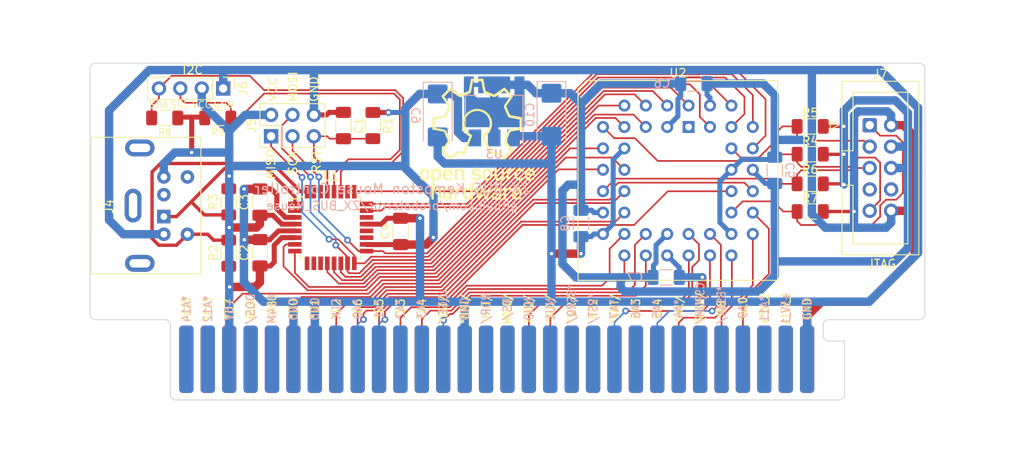
<source format=kicad_pcb>
(kicad_pcb (version 20221018) (generator pcbnew)
  (layers (0 "F.Cu" signal) (31 "B.Cu" signal) (34 "B.Paste" user) (35 "F.Paste" user) (36 "B.SilkS" user "B.Silkscreen") (37 "F.SilkS" user "F.Silkscreen") (38 "B.Mask" user) (39 "F.Mask" user) (44 "Edge.Cuts" user))
  (net 0 "")
  (net 1 "/*A14")
  (net 2 "/*A12")
  (net 3 "GND")
  (net 4 "/DOS{slash}")
  (net 5 "/F14M")
  (net 6 "/RST")
  (net 7 "/CLK")
  (net 8 "/*A0")
  (net 9 "/*A1")
  (net 10 "/*A2")
  (net 11 "/*A3")
  (net 12 "/IOGE{slash}")
  (net 13 "/RDR{slash}")
  (net 14 "/RS{slash}")
  (net 15 "/NU0")
  (net 16 "/NU1")
  (net 17 "/*BSRQ{slash}")
  (net 18 "/*RST{slash}")
  (net 19 "/*A7")
  (net 20 "/*A6")
  (net 21 "/*A5")
  (net 22 "/*A4")
  (net 23 "/CSR{slash}")
  (net 24 "/*BSAK{slash}")
  (net 25 "/*A9")
  (net 26 "/*A11")
  (net 27 "/+5V_1")
  (net 28 "/*A15")
  (net 29 "/*A13")
  (net 30 "/*D7")
  (net 31 "/BLK")
  (net 32 "/TURBO")
  (net 33 "/*D0")
  (net 34 "/*D1")
  (net 35 "/*D2")
  (net 36 "/*D6")
  (net 37 "/*D5")
  (net 38 "/*D3")
  (net 39 "/*D4")
  (net 40 "/*INT{slash}")
  (net 41 "/*NMI{slash}")
  (net 42 "/*HLT{slash}")
  (net 43 "/*MREQ{slash}")
  (net 44 "/*IORQ{slash}")
  (net 45 "/*RD{slash}")
  (net 46 "/*WR{slash}")
  (net 47 "/NU2")
  (net 48 "/*WAIT{slash}")
  (net 49 "/NU3")
  (net 50 "/NU4")
  (net 51 "/*M1{slash}")
  (net 52 "/*RFSH{slash}")
  (net 53 "/*A8")
  (net 54 "/*A10")
  (net 55 "/+5V_2")
  (net 56 "/+12V_1")
  (net 57 "VCC")
  (net 58 "/+3.3V")
  (net 59 "/MDAT")
  (net 61 "/MCLK")
  (net 63 "/DI4{slash}MISO")
  (net 64 "/DI5{slash}SCK")
  (net 65 "/DI3{slash}MOSI")
  (net 66 "/TCK")
  (net 67 "/TDO")
  (net 68 "/TMS")
  (net 71 "/TDI")
  (net 73 "/DI6")
  (net 74 "/DI7")
  (net 78 "/DI0")
  (net 79 "/DI1")
  (net 80 "/DI2")
  (net 84 "/MX")
  (net 85 "/MY")
  (net 86 "/MKEY")
  (net 88 "/SDA")
  (net 89 "/SCL")
  (footprint "Capacitor_SMD:C_1206_3216Metric_Pad1.33x1.80mm_HandSolder" (layer "F.Cu") (at 62.7 132.4 90)
    (fp_text reference "C2")
    (fp_text value "0.1u")
  )
  (footprint "Capacitor_SMD:C_1206_3216Metric_Pad1.33x1.80mm_HandSolder" (layer "F.Cu") (at 62.7 126.3875 90)
    (fp_text reference "C3")
    (fp_text value "0.1u")
  )
  (footprint "Resistor_SMD:R_1206_3216Metric_Pad1.30x1.75mm_HandSolder" (layer "F.Cu") (at 128 120.7)
    (fp_text reference "R4")
    (fp_text value "10K")
  )
  (footprint "Resistor_SMD:R_1206_3216Metric_Pad1.30x1.75mm_HandSolder" (layer "F.Cu") (at 59 132.45 -90)
    (fp_text reference "R2")
    (fp_text value "4.7K")
  )
  (footprint "zx_bus:PinSocket_1x31_P2.54mm_2" (layer "F.Cu") (at 53.975 145.034 90)
    (fp_text reference "J2" hide)
    (fp_text value "X1B")
  )
  (footprint "Capacitor_SMD:C_1206_3216Metric_Pad1.33x1.80mm_HandSolder" (layer "F.Cu") (at 79.4 129.8625 90)
    (fp_text reference "C4")
    (fp_text value "0.1u")
  )
  (footprint "Resistor_SMD:R_1206_3216Metric_Pad1.30x1.75mm_HandSolder" (layer "F.Cu") (at 51.4 116.4 180)
    (fp_text reference "R8")
    (fp_text value "2.2K")
  )
  (footprint "Connector_Mini-DIN_Female_6Pin:Connector_Mini-DIN_Female_6Pin_2rows" (layer "F.Cu") (at 51.3 128.1 -90)
    (fp_text reference "J4")
    (fp_text value "Mini-DIN-6")
  )
  (footprint "Connector_PinHeader_2.54mm:PinHeader_1x04_P2.54mm_Vertical" (layer "F.Cu") (at 58.34 112.9 -90)
    (fp_text reference "J6")
    (fp_text value "Conn_01x04 Debug")
  )
  (footprint "Resistor_SMD:R_1206_3216Metric_Pad1.30x1.75mm_HandSolder" (layer "F.Cu") (at 128 124.21875)
    (fp_text reference "R6")
    (fp_text value "10K")
  )
  (footprint "Resistor_SMD:R_1206_3216Metric_Pad1.30x1.75mm_HandSolder" (layer "F.Cu") (at 57.7 116.4)
    (fp_text reference "R9")
    (fp_text value "2.2K")
  )
  (footprint "Capacitor_SMD:C_1206_3216Metric_Pad1.33x1.80mm_HandSolder" (layer "F.Cu") (at 72.6 117.3 -90)
    (fp_text reference "C1")
    (fp_text value "0.1u")
  )
  (footprint "Package_LCC:PLCC-44_THT-Socket" (layer "F.Cu") (at 113.57 117.46875)
    (fp_text reference "U2")
    (fp_text value "EPM3032ALC44")
  )
  (footprint "Connector_PinHeader_2.54mm:PinHeader_2x03_P2.54mm_Vertical" (layer "F.Cu") (at 64.025 118.575 90)
    (fp_text reference "J5")
    (fp_text value "Conn_02x03_Odd_Even ISP")
  )
  (footprint "Package_QFP:TQFP-32_7x7mm_P0.8mm" (layer "F.Cu") (at 71.1 129.4)
    (fp_text reference "U1")
    (fp_text value "ATmega8A-A")
  )
  (footprint "Resistor_SMD:R_1206_3216Metric_Pad1.30x1.75mm_HandSolder" (layer "F.Cu") (at 128 127.5)
    (fp_text reference "R7")
    (fp_text value "10K")
  )
  (footprint "Resistor_SMD:R_1206_3216Metric_Pad1.30x1.75mm_HandSolder" (layer "F.Cu") (at 76.1 117.3 -90)
    (fp_text reference "R1")
    (fp_text value "2.2K")
  )
  (footprint "Resistor_SMD:R_1206_3216Metric_Pad1.30x1.75mm_HandSolder" (layer "F.Cu") (at 128 117.4)
    (fp_text reference "R5")
    (fp_text value "10K")
  )
  (footprint "Resistor_SMD:R_1206_3216Metric_Pad1.30x1.75mm_HandSolder" (layer "F.Cu") (at 59 126.35 90)
    (fp_text reference "R3")
    (fp_text value "4.7K")
  )
  (footprint "Connector_IDC:IDC-Header_2x05_P2.54mm_Vertical" (layer "F.Cu") (at 135.06 117.25875)
    (fp_text reference "J7")
    (fp_text value "Conn_02x05_Odd_Even JTAG")
  )
  (footprint "Capacitor_SMD:C_1206_3216Metric_Pad1.33x1.80mm_HandSolder" (layer "B.Cu") (at 110.9 135.31875)
    (fp_text reference "C7")
    (fp_text value "0.1u")
  )
  (footprint "Package_TO_SOT_SMD:SOT-223-3_TabPin2" (layer "B.Cu") (at 90.5 115.61875 90)
    (fp_text reference "U3")
    (fp_text value "AMS1117-3.3")
  )
  (footprint "Capacitor_Tantalum_SMD:CP_EIA-6032-28_Kemet-C_Pad2.25x2.35mm_HandSolder" (layer "B.Cu") (at 83.8 116.1 -90)
    (fp_text reference "C9")
    (fp_text value "10u")
  )
  (footprint "Capacitor_SMD:C_1206_3216Metric_Pad1.33x1.80mm_HandSolder" (layer "B.Cu") (at 100.8 128.91875 -90)
    (fp_text reference "C8")
    (fp_text value "0.1u")
  )
  (footprint "Capacitor_Tantalum_SMD:CP_EIA-6032-28_Kemet-C_Pad2.25x2.35mm_HandSolder" (layer "B.Cu") (at 97.3 116.01875 -90)
    (fp_text reference "C10")
    (fp_text value "22u")
  )
  (footprint "Capacitor_SMD:C_1206_3216Metric_Pad1.33x1.80mm_HandSolder" (layer "B.Cu") (at 123.8 122.61875 90)
    (fp_text reference "C5")
    (fp_text value "0.1u")
  )
  (footprint "Capacitor_SMD:C_1206_3216Metric_Pad1.33x1.80mm_HandSolder" (layer "B.Cu") (at 114.2 112.31875)
    (fp_text reference "C6")
    (fp_text value "0.1u")
  )
  (footprint "zx_bus:PinSocket_1x31_P2.54mm_2" (layer "B.Cu") (at 53.975 145.034 -90)
    (fp_text reference "J1" hide)
    (fp_text value "X1A")
  )
  (gr_poly (pts (xy 85.014097 122.391847) (xy 85.04319 122.393877) (xy 85.071952 122.397237) (xy 85.10034 122.40191) (xy 85.128312 122.407878) (xy 85.155826 122.415124) (xy 85.18284 122.423628) (xy 85.209312 122.433373) (xy 85.235199 122.444342) (xy 85.260459 122.456515) (xy 85.28505 122.469876) (xy 85.30893 122.484405) (xy 85.332056 122.500086) (xy 85.354387 122.5169) (xy 85.37588 122.534829) (xy 85.396493 122.553856) (xy 85.416184 122.573962) (xy 85.43491 122.595128) (xy 85.452629 122.617339) (xy 85.4693 122.640574) (xy 85.484879 122.664817) (xy 85.499325 122.690049) (xy 85.512596 122.716253) (xy 85.524649 122.74341) (xy 85.535442 122.771502) (xy 85.544933 122.800512) (xy 85.553079 122.830421) (xy 85.559839 122.861212) (xy 85.565171 122.892866) (xy 85.569031 122.925366) (xy 85.571378 122.958693) (xy 85.57217 122.99283) (xy 85.57217 123.228969) (xy 84.683884 123.228969) (xy 84.684301 123.250509) (xy 84.685542 123.271373) (xy 84.68759 123.291561) (xy 84.690428 123.311072) (xy 84.694041 123.329905) (xy 84.698411 123.348061) (xy 84.703522 123.365538) (xy 84.709358 123.382336) (xy 84.715903 123.398455) (xy 84.723139 123.413893) (xy 84.731051 123.428651) (xy 84.739622 123.442729) (xy 84.748835 123.456124) (xy 84.758675 123.468837) (xy 84.769124 123.480868) (xy 84.780166 123.492216) (xy 84.791785 123.50288) (xy 84.803964 123.512859) (xy 84.816687 123.522154) (xy 84.829937 123.530764) (xy 84.843698 123.538688) (xy 84.857954 123.545926) (xy 84.872688 123.552477) (xy 84.887883 123.55834) (xy 84.903523 123.563516) (xy 84.919592 123.568003) (xy 84.936073 123.571802) (xy 84.95295 123.574911) (xy 84.970206 123.577329) (xy 84.987825 123.579058) (xy 85.00579 123.580095) (xy 85.024085 123.580441) (xy 85.044727 123.579851) (xy 85.065504 123.578095) (xy 85.086354 123.575194) (xy 85.107217 123.571167) (xy 85.12803 123.566037) (xy 85.148731 123.559822) (xy 85.169259 123.552546) (xy 85.189552 123.544227) (xy 85.209549 123.534887) (xy 85.229187 123.524546) (xy 85.248404 123.513225) (xy 85.26714 123.500945) (xy 85.285332 123.487727) (xy 85.302919 123.47359) (xy 85.319838 123.458557) (xy 85.336029 123.442647) (xy 85.544071 123.619653) (xy 85.517229 123.64911) (xy 85.489449 123.676367) (xy 85.460782 123.701467) (xy 85.431276 123.724451) (xy 85.400981 123.745359) (xy 85.369945 123.764233) (xy 85.338217 123.781115) (xy 85.305847 123.796044) (xy 85.272883 123.809063) (xy 85.239375 123.820213) (xy 85.205371 123.829534) (xy 85.170922 123.837069) (xy 85.136075 123.842857) (xy 85.10088 123.846941) (xy 85.065386 123.849361) (xy 85.029641 123.850158) (xy 84.974363 123.848436) (xy 84.918532 123.842973) (xy 84.862719 123.833324) (xy 84.80749 123.819047) (xy 84.753413 123.799696) (xy 84.726985 123.787979) (xy 84.701058 123.774827) (xy 84.675704 123.760184) (xy 84.650993 123.743995) (xy 84.626996 123.726205) (xy 84.603785 123.706758) (xy 84.58143 123.685598) (xy 84.560003 123.662669) (xy 84.539574 123.637917) (xy 84.520215 123.611286) (xy 84.501996 123.582719) (xy 84.484989 123.552163) (xy 84.469264 123.51956) (xy 84.454894 123.484856) (xy 84.441947 123.447996) (xy 84.430497 123.408922) (xy 84.420613 123.367581) (xy 84.412367 123.323916) (xy 84.40583 123.277872) (xy 84.401073 123.229393) (xy 84.398166 123.178424) (xy 84.397182 123.124909) (xy 84.398085 123.074087) (xy 84.400752 123.025419) (xy 84.403802 122.99291) (xy 84.683884 122.99291) (xy 85.285467 122.99291) (xy 85.284343 122.9729) (xy 85.282556 122.953487) (xy 85.28012 122.934673) (xy 85.277047 122.916461) (xy 85.27335 122.898854) (xy 85.269042 122.881854) (xy 85.264136 122.865463) (xy 85.258645 122.849684) (xy 85.252581 122.83452) (xy 85.245958 122.819972) (xy 85.238788 122.806044) (xy 85.231084 122.792739) (xy 85.222859 122.780057) (xy 85.214126 122.768003) (xy 85.204898 122.756579) (xy 85.195188 122.745786) (xy 85.185008 122.735628) (xy 85.174372 122.726107) (xy 85.163291 122.717226) (xy 85.15178 122.708987) (xy 85.139851 122.701393) (xy 85.127516 122.694446) (xy 85.114789 122.688148) (xy 85.101683 122.682503) (xy 85.08821 122.677513) (xy 85.074384 122.673179) (xy 85.060216 122.669506) (xy 85.04572 122.666495) (xy 85.03091 122.664148) (xy 85.015797 122.662469) (xy 85.000394 122.66146) (xy 84.984715 122.661123) (xy 84.969028 122.66146) (xy 84.953603 122.662469) (xy 84.938453 122.664148) (xy 84.923593 122.666495) (xy 84.909038 122.669506) (xy 84.894802 122.673179) (xy 84.880899 122.677512) (xy 84.867345 122.682503) (xy 84.854152 122.688148) (xy 84.841336 122.694445) (xy 84.828912 122.701393) (xy 84.816893 122.708987) (xy 84.805294 122.717226) (xy 84.794129 122.726107) (xy 84.783414 122.735628) (xy 84.773161 122.745786) (xy 84.763386 122.756578) (xy 84.754103 122.768003) (xy 84.745327 122.780057) (xy 84.737071 122.792738) (xy 84.729351 122.806044) (xy 84.722181 122.819972) (xy 84.715575 122.834519) (xy 84.709547 122.849684) (xy 84.704112 122.865462) (xy 84.699285 122.881853) (xy 84.695079 122.898854) (xy 84.69151 122.916461) (xy 84.688592 122.934673) (xy 84.686338 122.953487) (xy 84.684764 122.9729) (xy 84.683884 122.99291) (xy 84.403802 122.99291) (xy 84.40512 122.97887) (xy 84.411124 122.934403) (xy 84.4187 122.891985) (xy 84.427786 122.851579) (xy 84.438317 122.81315) (xy 84.450229 122.776662) (xy 84.463459 122.74208) (xy 84.477942 122.709368) (xy 84.493616 122.678492) (xy 84.510416 122.649415) (xy 84.528278 122.622102) (xy 84.547139 122.596518) (xy 84.566935 122.572627) (xy 84.587602 122.550393) (xy 84.609077 122.529782) (xy 84.631295 122.510758) (xy 84.654193 122.493285) (xy 84.677707 122.477327) (xy 84.701774 122.46285) (xy 84.726328 122.449818) (xy 84.751308 122.438196) (xy 84.776649 122.427947) (xy 84.802286 122.419037) (xy 84.828158 122.41143) (xy 84.854199 122.405091) (xy 84.880345 122.399984) (xy 84.932701 122.393324) (xy 84.984715 122.391167)) (fill solid) (layer "F.SilkS"))
  (gr_poly (pts (xy 92.668416 122.391658) (xy 92.689358 122.393111) (xy 92.709867 122.395502) (xy 92.729959 122.398808) (xy 92.749652 122.403002) (xy 92.768965 122.408062) (xy 92.787914 122.413961) (xy 92.806517 122.420675) (xy 92.824792 122.428181) (xy 92.842756 122.436452) (xy 92.860426 122.445464) (xy 92.877821 122.455194) (xy 92.894958 122.465615) (xy 92.911855 122.476704) (xy 92.928528 122.488435) (xy 92.944996 122.500785) (xy 92.736954 122.748197) (xy 92.724524 122.739076) (xy 92.712491 122.730662) (xy 92.700789 122.722939) (xy 92.689351 122.715891) (xy 92.678112 122.7095) (xy 92.667004 122.703751) (xy 92.655962 122.698628) (xy 92.644919 122.694113) (xy 92.633809 122.690191) (xy 92.622566 122.686845) (xy 92.611123 122.684059) (xy 92.599414 122.681816) (xy 92.587374 122.6801) (xy 92.574935 122.678895) (xy 92.562031 122.678183) (xy 92.548597 122.67795) (xy 92.522293 122.679011) (xy 92.496257 122.682221) (xy 92.470685 122.687621) (xy 92.445777 122.695253) (xy 92.433632 122.699918) (xy 92.421727 122.705157) (xy 92.410086 122.710975) (xy 92.398735 122.717376) (xy 92.387696 122.724366) (xy 92.376996 122.73195) (xy 92.366658 122.740134) (xy 92.356708 122.748921) (xy 92.34717 122.758319) (xy 92.338069 122.76833) (xy 92.329429 122.778962) (xy 92.321275 122.790219) (xy 92.313631 122.802105) (xy 92.306523 122.814627) (xy 92.299975 122.82779) (xy 92.294012 122.841598) (xy 92.288658 122.856057) (xy 92.283937 122.871172) (xy 92.279876 122.886948) (xy 92.276497 122.90339) (xy 92.273827 122.920504) (xy 92.271889 122.938294) (xy 92.270708 122.956766) (xy 92.270309 122.975924) (xy 92.270309 123.833253) (xy 91.983527 123.833253) (xy 91.983527 122.408074) (xy 92.270309 122.408074) (xy 92.270309 122.55984) (xy 92.275866 122.55984) (xy 92.293187 122.539424) (xy 92.311409 122.520323) (xy 92.330508 122.502538) (xy 92.350457 122.486069) (xy 92.371231 122.470916) (xy 92.392806 122.457079) (xy 92.415156 122.444559) (xy 92.438256 122.433356) (xy 92.462081 122.42347) (xy 92.486605 122.414902) (xy 92.511803 122.407651) (xy 92.53765 122.401717) (xy 92.564121 122.397102) (xy 92.59119 122.393806) (xy 92.618832 122.391827) (xy 92.647023 122.391168)) (fill solid) (layer "F.SilkS"))
  (gr_poly (pts (xy 90.78475 124.643814) (xy 90.846547 124.648163) (xy 90.90539 124.655617) (xy 90.933644 124.660562) (xy 90.961087 124.666346) (xy 90.987694 124.67299) (xy 91.013442 124.680517) (xy 91.038306 124.688946) (xy 91.062262 124.698299) (xy 91.085286 124.708597) (xy 91.107353 124.719861) (xy 91.128439 124.732112) (xy 91.148521 124.745371) (xy 91.167573 124.75966) (xy 91.185572 124.774999) (xy 91.202493 124.791409) (xy 91.218312 124.808911) (xy 91.233005 124.827528) (xy 91.246547 124.847278) (xy 91.258915 124.868185) (xy 91.270084 124.890268) (xy 91.280029 124.913549) (xy 91.288727 124.938049) (xy 91.296154 124.963789) (xy 91.302284 124.99079) (xy 91.307095 125.019073) (xy 91.310561 125.048659) (xy 91.312658 125.07957) (xy 91.313363 125.111826) (xy 91.313363 126.084487) (xy 91.026502 126.084487) (xy 91.026502 125.957963) (xy 91.020946 125.957963) (xy 91.009397 125.975807) (xy 90.996841 125.992408) (xy 90.983197 126.007779) (xy 90.968383 126.021931) (xy 90.952316 126.034879) (xy 90.934915 126.046634) (xy 90.916097 126.05721) (xy 90.895781 126.066618) (xy 90.873884 126.074872) (xy 90.850326 126.081985) (xy 90.825023 126.087968) (xy 90.797893 126.092835) (xy 90.768855 126.096599) (xy 90.737827 126.099271) (xy 90.704727 126.100865) (xy 90.669473 126.101394) (xy 90.640081 126.100846) (xy 90.611473 126.099218) (xy 90.583658 126.096534) (xy 90.556647 126.092817) (xy 90.530448 126.088092) (xy 90.505073 126.082381) (xy 90.48053 126.075708) (xy 90.45683 126.068098) (xy 90.433981 126.059573) (xy 90.411996 126.050157) (xy 90.390881 126.039875) (xy 90.370649 126.02875) (xy 90.351308 126.016805) (xy 90.332868 126.004064) (xy 90.31534 125.990551) (xy 90.298732 125.976289) (xy 90.283055 125.961303) (xy 90.268318 125.945616) (xy 90.254531 125.929251) (xy 90.241705 125.912232) (xy 90.229848 125.894583) (xy 90.218971 125.876327) (xy 90.209084 125.857489) (xy 90.200195 125.838092) (xy 90.192316 125.818159) (xy 90.185455 125.797714) (xy 90.179623 125.776782) (xy 90.17483 125.755385) (xy 90.171084 125.733547) (xy 90.168397 125.711292) (xy 90.166777 125.688644) (xy 90.166235 125.665626) (xy 90.16654 125.651575) (xy 90.436269 125.651575) (xy 90.437169 125.669331) (xy 90.439911 125.686719) (xy 90.444557 125.703632) (xy 90.451168 125.719963) (xy 90.455229 125.727876) (xy 90.459805 125.735604) (xy 90.464902 125.743132) (xy 90.470529 125.750448) (xy 90.476694 125.757537) (xy 90.483404 125.764387) (xy 90.490666 125.770984) (xy 90.498489 125.777315) (xy 90.50688 125.783366) (xy 90.515846 125.789124) (xy 90.525397 125.794575) (xy 90.535538 125.799707) (xy 90.546278 125.804505) (xy 90.557625 125.808956) (xy 90.569586 125.813046) (xy 90.582169 125.816764) (xy 90.609231 125.823023) (xy 90.638873 125.827627) (xy 90.671157 125.830468) (xy 90.706144 125.831439) (xy 90.749115 125.831102) (xy 90.788509 125.829921) (xy 90.824435 125.827645) (xy 90.857006 125.824024) (xy 90.872068 125.82163) (xy 90.886333 125.818805) (xy 90.899814 125.815517) (xy 90.912526 125.811736) (xy 90.924482 125.80743) (xy 90.935697 125.802568) (xy 90.946184 125.797117) (xy 90.955957 125.791047) (xy 90.96503 125.784326) (xy 90.973417 125.776922) (xy 90.981132 125.768805) (xy 90.988189 125.759943) (xy 90.994601 125.750304) (xy 91.000383 125.739857) (xy 91.005548 125.72857) (xy 91.010111 125.716413) (xy 91.014085 125.703353) (xy 91.017483 125.689359) (xy 91.020321 125.6744) (xy 91.022612 125.658444) (xy 91.024369 125.641461) (xy 91.025607 125.623417) (xy 91.02634 125.604283) (xy 91.026581 125.584026) (xy 91.02658 125.584026) (xy 91.02658 125.479966) (xy 90.68368 125.479966) (xy 90.66813 125.480163) (xy 90.653105 125.48075) (xy 90.638603 125.481722) (xy 90.624622 125.483072) (xy 90.61116 125.484795) (xy 90.598214 125.486886) (xy 90.585782 125.489338) (xy 90.573864 125.492146) (xy 90.562456 125.495305) (xy 90.551556 125.498808) (xy 90.541163 125.502651) (xy 90.531274 125.506826) (xy 90.521888 125.511329) (xy 90.513002 125.516154) (xy 90.504614 125.521296) (xy 90.496723 125.526748) (xy 90.489325 125.532504) (xy 90.48242 125.53856) (xy 90.476005 125.54491) (xy 90.470077 125.551547) (xy 90.464636 125.558466) (xy 90.459679 125.565662) (xy 90.455203 125.573128) (xy 90.451207 125.58086) (xy 90.447689 125.588851) (xy 90.444647 125.597096) (xy 90.442078 125.605589) (xy 90.439982 125.614324) (xy 90.438354 125.623296) (xy 90.437194 125.632499) (xy 90.4365 125.641927) (xy 90.436269 125.651575) (xy 90.16654 125.651575) (xy 90.166696 125.644387) (xy 90.168079 125.623374) (xy 90.170382 125.602617) (xy 90.173603 125.582145) (xy 90.177741 125.561987) (xy 90.182795 125.542173) (xy 90.188761 125.522732) (xy 90.19564 125.503693) (xy 90.203429 125.485086) (xy 90.212126 125.46694) (xy 90.221731 125.449285) (xy 90.232241 125.43215) (xy 90.243655 125.415564) (xy 90.255971 125.399558) (xy 90.269188 125.384159) (xy 90.283303 125.369398) (xy 90.298316 125.355303) (xy 90.314225 125.341905) (xy 90.331028 125.329233) (xy 90.348724 125.317316) (xy 90.36731 125.306183) (xy 90.386786 125.295865) (xy 90.40715 125.286389) (xy 90.428399 125.277786) (xy 90.450534 125.270085) (xy 90.473551 125.263316) (xy 90.497449 125.257507) (xy 90.522227 125.252689) (xy 90.547883 125.24889) (xy 90.574415 125.24614) (xy 90.601822 125.244469) (xy 90.630102 125.243905) (xy 91.026502 125.243905) (xy 91.026502 125.094919) (xy 91.025473 125.070643) (xy 91.024178 125.05925) (xy 91.022356 125.048346) (xy 91.02 125.037922) (xy 91.017106 125.027972) (xy 91.013666 125.018488) (xy 91.009677 125.009464) (xy 91.005131 125.000892) (xy 91.000024 124.992764) (xy 90.994349 124.985075) (xy 90.988101 124.977817) (xy 90.981275 124.970982) (xy 90.973864 124.964563) (xy 90.965863 124.958554) (xy 90.957267 124.952947) (xy 90.948069 124.947736) (xy 90.938264 124.942912) (xy 90.916811 124.9344) (xy 90.892861 124.927354) (xy 90.86637 124.921717) (xy 90.837293 124.917432) (xy 90.805582 124.914442) (xy 90.771195 124.91269) (xy 90.734085 124.912118) (xy 90.707059 124.912456) (xy 90.681793 124.913492) (xy 90.658202 124.915263) (xy 90.636198 124.917807) (xy 90.625764 124.91938) (xy 90.615694 124.92116) (xy 90.605977 124.923151) (xy 90.596603 124.925358) (xy 90.587561 124.927786) (xy 90.57884 124.930438) (xy 90.570429 124.93332) (xy 90.562317 124.936437) (xy 90.554493 124.939792) (xy 90.546947 124.943391) (xy 90.539667 124.947238) (xy 90.532644 124.951337) (xy 90.525865 124.955693) (xy 90.519321 124.960312) (xy 90.512999 124.965196) (xy 90.506891 124.970351) (xy 90.500983 124.975782) (xy 90.495267 124.981493) (xy 90.489731 124.987488) (xy 90.484363 124.993773) (xy 90.479154 125.000351) (xy 90.474093 125.007228) (xy 90.469167 125.014407) (xy 90.464368 125.021895) (xy 90.239419 124.850444) (xy 90.260536 124.823071) (xy 90.282789 124.797886) (xy 90.306188 124.77483) (xy 90.330747 124.753844) (xy 90.356478 124.734872) (xy 90.383391 124.717855) (xy 90.411498 124.702734) (xy 90.440813 124.689451) (xy 90.471346 124.677949) (xy 90.50311 124.668169) (xy 90.536115 124.660054) (xy 90.570375 124.653544) (xy 90.605901 124.648582) (xy 90.642705 124.64511) (xy 90.680798 124.643069) (xy 90.720193 124.642402)) (fill solid) (layer "F.SilkS"))
  (gr_poly (pts (xy 93.577527 122.391469) (xy 93.597418 122.39237) (xy 93.617046 122.393855) (xy 93.636409 122.395915) (xy 93.674342 122.401708) (xy 93.711211 122.409655) (xy 93.747011 122.419661) (xy 93.781739 122.431631) (xy 93.815388 122.445471) (xy 93.847955 122.461086) (xy 93.879435 122.478382) (xy 93.909823 122.497265) (xy 93.939113 122.517639) (xy 93.967302 122.539411) (xy 93.994385 122.562485) (xy 94.020356 122.586768) (xy 94.045211 122.612164) (xy 94.068946 122.638579) (xy 93.858125 122.826936) (xy 93.844607 122.8109) (xy 93.830382 122.795512) (xy 93.815469 122.780823) (xy 93.799891 122.766889) (xy 93.783668 122.753762) (xy 93.766822 122.741496) (xy 93.749373 122.730144) (xy 93.731343 122.71976) (xy 93.712754 122.710397) (xy 93.693625 122.702109) (xy 93.673979 122.69495) (xy 93.653836 122.688972) (xy 93.633218 122.68423) (xy 93.612146 122.680776) (xy 93.590641 122.678665) (xy 93.568724 122.677949) (xy 93.526099 122.679508) (xy 93.485775 122.684233) (xy 93.466496 122.687805) (xy 93.447815 122.692194) (xy 93.429741 122.69741) (xy 93.412281 122.703461) (xy 93.395443 122.710355) (xy 93.379234 122.718103) (xy 93.363662 122.726711) (xy 93.348736 122.73619) (xy 93.334462 122.746548) (xy 93.320849 122.757793) (xy 93.307904 122.769935) (xy 93.295635 122.782982) (xy 93.284049 122.796943) (xy 93.273155 122.811827) (xy 93.26296 122.827641) (xy 93.253472 122.844396) (xy 93.244699 122.8621) (xy 93.236648 122.880762) (xy 93.229327 122.90039) (xy 93.222744 122.920993) (xy 93.216906 122.94258) (xy 93.211822 122.96516) (xy 93.207499 122.988741) (xy 93.203944 123.013332) (xy 93.199172 123.06558) (xy 93.197567 123.121973) (xy 93.19797 123.150455) (xy 93.199173 123.177907) (xy 93.201168 123.204338) (xy 93.203947 123.229756) (xy 93.207503 123.25417) (xy 93.211829 123.277586) (xy 93.216915 123.300015) (xy 93.222755 123.321463) (xy 93.229341 123.34194) (xy 93.236664 123.361453) (xy 93.244718 123.38001) (xy 93.253493 123.39762) (xy 93.262984 123.414291) (xy 93.273181 123.430031) (xy 93.284077 123.444848) (xy 93.295665 123.458751) (xy 93.307935 123.471748) (xy 93.320882 123.483847) (xy 93.334496 123.495056) (xy 93.348771 123.505383) (xy 93.363698 123.514837) (xy 93.379269 123.523426) (xy 93.395477 123.531158) (xy 93.412315 123.538041) (xy 93.429773 123.544083) (xy 93.447845 123.549294) (xy 93.466523 123.55368) (xy 93.485798 123.55725) (xy 93.505664 123.560012) (xy 93.526112 123.561976) (xy 93.547135 123.563147) (xy 93.568724 123.563536) (xy 93.579733 123.563356) (xy 93.59064 123.56282) (xy 93.601445 123.561936) (xy 93.612143 123.560709) (xy 93.633212 123.557255) (xy 93.653825 123.552513) (xy 93.673963 123.546535) (xy 93.693604 123.539376) (xy 93.712728 123.531088) (xy 93.731314 123.521726) (xy 93.74934 123.511342) (xy 93.766787 123.49999) (xy 93.783633 123.487724) (xy 93.799858 123.474597) (xy 93.81544 123.460662) (xy 93.830359 123.445974) (xy 93.844594 123.430585) (xy 93.858125 123.414549) (xy 94.068946 123.602905) (xy 94.045225 123.629279) (xy 94.020381 123.654641) (xy 93.99442 123.678895) (xy 93.967346 123.701947) (xy 93.939164 123.723702) (xy 93.909878 123.744064) (xy 93.879493 123.762937) (xy 93.848014 123.780228) (xy 93.815446 123.795841) (xy 93.781794 123.809681) (xy 93.747062 123.821653) (xy 93.711255 123.831661) (xy 93.674378 123.839611) (xy 93.636435 123.845407) (xy 93.597432 123.848954) (xy 93.557373 123.850158) (xy 93.495919 123.847696) (xy 93.435177 123.840209) (xy 93.375595 123.827544) (xy 93.317622 123.809547) (xy 93.289379 123.798501) (xy 93.261707 123.786065) (xy 93.234661 123.772219) (xy 93.208299 123.756945) (xy 93.182675 123.740223) (xy 93.157847 123.722034) (xy 93.133869 123.702359) (xy 93.110799 123.681179) (xy 93.088692 123.658474) (xy 93.067605 123.634226) (xy 93.047594 123.608416) (xy 93.028714 123.581024) (xy 93.011022 123.55203) (xy 92.994575 123.521417) (xy 92.979427 123.489165) (xy 92.965636 123.455254) (xy 92.953257 123.419666) (xy 92.942346 123.382381) (xy 92.93296 123.343381) (xy 92.925155 123.302646) (xy 92.918986 123.260156) (xy 92.914511 123.215894) (xy 92.911784 123.169839) (xy 92.910863 123.121973) (xy 92.911784 123.073882) (xy 92.914511 123.027617) (xy 92.918986 122.983156) (xy 92.925155 122.940481) (xy 92.93296 122.899571) (xy 92.942346 122.860408) (xy 92.953257 122.822972) (xy 92.965636 122.787243) (xy 92.979427 122.753202) (xy 92.994575 122.72083) (xy 93.011022 122.690106) (xy 93.028714 122.661011) (xy 93.047594 122.633526) (xy 93.067605 122.607631) (xy 93.088692 122.583307) (xy 93.110799 122.560533) (xy 93.133869 122.539292) (xy 93.157847 122.519562) (xy 93.182675 122.501325) (xy 93.208299 122.48456) (xy 93.234661 122.469249) (xy 93.261707 122.455372) (xy 93.289379 122.44291) (xy 93.317622 122.431842) (xy 93.346379 122.422149) (xy 93.375595 122.413812) (xy 93.405213 122.406811) (xy 93.435177 122.401127) (xy 93.465431 122.39674) (xy 93.495919 122.393631) (xy 93.557373 122.391167)) (fill solid) (layer "F.SilkS"))
  (gr_poly (pts (xy 89.155887 111.735071) (xy 89.158909 111.735295) (xy 89.161916 111.735665) (xy 89.164903 111.736176) (xy 89.167867 111.736825) (xy 89.170802 111.737607) (xy 89.173704 111.738521) (xy 89.176568 111.73956) (xy 89.179391 111.740723) (xy 89.182168 111.742005) (xy 89.184893 111.743402) (xy 89.187564 111.744911) (xy 89.190174 111.746528) (xy 89.192721 111.74825) (xy 89.195198 111.750072) (xy 89.197603 111.751991) (xy 89.19993 111.754004) (xy 89.202174 111.756106) (xy 89.204332 111.758293) (xy 89.206399 111.760563) (xy 89.208371 111.762912) (xy 89.210242 111.765335) (xy 89.212009 111.767829) (xy 89.213666 111.77039) (xy 89.215211 111.773015) (xy 89.216637 111.7757) (xy 89.217941 111.778441) (xy 89.219118 111.781234) (xy 89.220163 111.784077) (xy 89.221073 111.786964) (xy 89.221843 111.789893) (xy 89.222467 111.792859) (xy 89.47369 113.142473) (xy 89.474324 113.145463) (xy 89.475095 113.148464) (xy 89.477026 113.154475) (xy 89.47945 113.160468) (xy 89.482333 113.166403) (xy 89.48564 113.17224) (xy 89.489337 113.177941) (xy 89.493392 113.183467) (xy 89.49777 113.188778) (xy 89.502437 113.193835) (xy 89.507359 113.198598) (xy 89.512504 113.20303) (xy 89.517836 113.20709) (xy 89.523322 113.210739) (xy 89.528928 113.213939) (xy 89.531765 113.215357) (xy 89.53462 113.216649) (xy 89.537488 113.217809) (xy 89.540365 113.218831) (xy 90.444922 113.589115) (xy 90.450541 113.591589) (xy 90.456501 113.593656) (xy 90.462748 113.595318) (xy 90.469231 113.59658) (xy 90.475897 113.597446) (xy 90.482692 113.597918) (xy 90.489566 113.598001) (xy 90.496465 113.597698) (xy 90.503338 113.597013) (xy 90.51013 113.595949) (xy 90.516791 113.594509) (xy 90.523268 113.592699) (xy 90.529508 113.59052) (xy 90.535459 113.587977) (xy 90.541068 113.585074) (xy 90.546283 113.581813) (xy 91.673805 112.808066) (xy 91.676345 112.806411) (xy 91.67896 112.804886) (xy 91.681644 112.803488) (xy 91.684392 112.802218) (xy 91.687198 112.801076) (xy 91.690057 112.80006) (xy 91.692962 112.799171) (xy 91.695907 112.798407) (xy 91.698888 112.797768) (xy 91.701898 112.797253) (xy 91.707982 112.796596) (xy 91.714115 112.796432) (xy 91.720249 112.796755) (xy 91.726341 112.797561) (xy 91.732342 112.798847) (xy 91.738208 112.800609) (xy 91.741076 112.801667) (xy 91.743892 112.802842) (xy 91.746652 112.804133) (xy 91.749349 112.805541) (xy 91.751978 112.807065) (xy 91.754533 112.808704) (xy 91.757008 112.810457) (xy 91.759397 112.812325) (xy 91.761695 112.814306) (xy 91.763896 112.8164) (xy 92.713459 113.765963) (xy 92.715553 113.768164) (xy 92.717533 113.770463) (xy 92.719398 113.772853) (xy 92.721149 113.77533) (xy 92.722785 113.777886) (xy 92.724304 113.780517) (xy 92.726995 113.785979) (xy 92.729218 113.791669) (xy 92.73097 113.797542) (xy 92.732247 113.803551) (xy 92.733045 113.809649) (xy 92.733362 113.815791) (xy 92.733193 113.821931) (xy 92.732535 113.828022) (xy 92.731385 113.834018) (xy 92.72974 113.839874) (xy 92.72873 113.842734) (xy 92.727595 113.845542) (xy 92.726334 113.848292) (xy 92.724947 113.850977) (xy 92.723433 113.853593) (xy 92.721793 113.856133) (xy 91.961539 114.964208) (xy 91.958269 114.969446) (xy 91.955367 114.975064) (xy 91.952836 114.981012) (xy 91.950679 114.987238) (xy 91.948901 114.993692) (xy 91.947503 115.000322) (xy 91.946489 115.007077) (xy 91.945862 115.013907) (xy 91.945626 115.02076) (xy 91.945785 115.027585) (xy 91.94634 115.034331) (xy 91.947296 115.040947) (xy 91.948655 115.047383) (xy 91.950422 115.053587) (xy 91.952598 115.059507) (xy 91.955189 115.065094) (xy 92.35516 115.998226) (xy 92.357444 116.003956) (xy 92.360253 116.009633) (xy 92.363546 116.015224) (xy 92.367283 116.020695) (xy 92.371426 116.026012) (xy 92.375934 116.031142) (xy 92.380768 116.036049) (xy 92.385889 116.040702) (xy 92.391255 116.045065) (xy 92.396829 116.049104) (xy 92.402569 116.052787) (xy 92.408438 116.056079) (xy 92.414394 116.058947) (xy 92.420398 116.061356) (xy 92.426411 116.063272) (xy 92.432392 116.064663) (xy 93.737237 116.307312) (xy 93.740197 116.307951) (xy 93.743119 116.308733) (xy 93.745999 116.309655) (xy 93.748836 116.310711) (xy 93.751624 116.311897) (xy 93.754359 116.313209) (xy 93.757039 116.314643) (xy 93.759659 116.316194) (xy 93.764706 116.319629) (xy 93.769469 116.323479) (xy 93.773919 116.32771) (xy 93.778026 116.332286) (xy 93.78176 116.337171) (xy 93.785091 116.342331) (xy 93.787989 116.34773) (xy 93.789267 116.350508) (xy 93.790425 116.353333) (xy 93.79146 116.356201) (xy 93.792368 116.359105) (xy 93.793145 116.362044) (xy 93.793789 116.365011) (xy 93.794294 116.368003) (xy 93.794657 116.371015) (xy 93.794875 116.374043) (xy 93.794943 116.377082) (xy 93.794784 117.720028) (xy 93.794708 117.723061) (xy 93.794483 117.726084) (xy 93.794112 117.729093) (xy 93.7936 117.732083) (xy 93.79295 117.73505) (xy 93.792165 117.737989) (xy 93.79125 117.740895) (xy 93.790208 117.743765) (xy 93.789043 117.746593) (xy 93.787758 117.749375) (xy 93.786359 117.752106) (xy 93.784847 117.754783) (xy 93.783228 117.757399) (xy 93.781504 117.759951) (xy 93.779679 117.762435) (xy 93.777758 117.764845) (xy 93.775744 117.767177) (xy 93.773641 117.769427) (xy 93.771452 117.77159) (xy 93.769181 117.773661) (xy 93.766833 117.775636) (xy 93.76441 117.777511) (xy 93.761916 117.77928) (xy 93.759356 117.780939) (xy 93.756733 117.782485) (xy 93.75405 117.783911) (xy 93.751312 117.785214) (xy 93.748522 117.786389) (xy 93.745685 117.787432) (xy 93.742802 117.788337) (xy 93.73988 117.789101) (xy 93.73692 117.789719) (xy 92.464142 118.026574) (xy 92.461145 118.027188) (xy 92.458143 118.027941) (xy 92.455138 118.028829) (xy 92.452137 118.029847) (xy 92.446163 118.032255) (xy 92.440258 118.035132) (xy 92.434461 118.038442) (xy 92.428809 118.042151) (xy 92.42334 118.046224) (xy 92.418094 118.050625) (xy 92.413106 118.05532) (xy 92.408416 118.060275) (xy 92.404062 118.065453) (xy 92.400082 118.070821) (xy 92.396513 118.076343) (xy 92.393393 118.081985) (xy 92.390761 118.087711) (xy 92.38964 118.090595) (xy 92.388655 118.093487) (xy 91.991305 119.086071) (xy 91.988847 119.091717) (xy 91.986797 119.097696) (xy 91.985153 119.103957) (xy 91.983909 119.110448) (xy 91.983062 119.117117) (xy 91.982608 119.123912) (xy 91.982542 119.130782) (xy 91.982861 119.137675) (xy 91.98356 119.144539) (xy 91.984636 119.151322) (xy 91.986084 119.157974) (xy 91.9879 119.164441) (xy 91.99008 119.170672) (xy 91.992621 119.176616) (xy 91.995517 119.18222) (xy 91.998765 119.187433) (xy 92.721792 120.240978) (xy 92.723446 120.243518) (xy 92.724972 120.246135) (xy 92.726369 120.248821) (xy 92.727639 120.251572) (xy 92.728781 120.254382) (xy 92.729797 120.257245) (xy 92.730687 120.260154) (xy 92.731451 120.263105) (xy 92.73209 120.266091) (xy 92.732604 120.269107) (xy 92.733261 120.275205) (xy 92.733426 120.281352) (xy 92.733103 120.287502) (xy 92.732296 120.293607) (xy 92.73101 120.299623) (xy 92.729249 120.305502) (xy 92.728191 120.308376) (xy 92.727016 120.311199) (xy 92.725724 120.313964) (xy 92.724316 120.316666) (xy 92.722793 120.319299) (xy 92.721154 120.321857) (xy 92.719401 120.324335) (xy 92.717533 120.326727) (xy 92.715552 120.329026) (xy 92.713458 120.331227) (xy 91.763736 121.28079) (xy 91.761549 121.28287) (xy 91.759263 121.284838) (xy 91.756884 121.286693) (xy 91.754418 121.288434) (xy 91.751871 121.290063) (xy 91.749248 121.291576) (xy 91.743799 121.294259) (xy 91.738118 121.296479) (xy 91.732252 121.298231) (xy 91.726246 121.299512) (xy 91.720149 121.300317) (xy 91.714006 121.300641) (xy 91.707864 121.300482) (xy 91.70177 121.299835) (xy 91.69577 121.298694) (xy 91.689911 121.297057) (xy 91.687049 121.296051) (xy 91.684239 121.29492) (xy 91.681489 121.293662) (xy 91.678802 121.292277) (xy 91.676186 121.290765) (xy 91.673646 121.289125) (xy 90.638675 120.578798) (xy 90.633472 120.575559) (xy 90.6279 120.57272) (xy 90.622009 120.57028) (xy 90.615849 120.568241) (xy 90.609472 120.566604) (xy 90.602928 120.56537) (xy 90.596268 120.56454) (xy 90.589542 120.564114) (xy 90.582801 120.564093) (xy 90.576096 120.56448) (xy 90.569477 120.565273) (xy 90.562996 120.566475) (xy 90.556702 120.568087) (xy 90.550647 120.570108) (xy 90.544882 120.572541) (xy 90.539456 120.575385) (xy 90.08305 120.819066) (xy 90.080321 120.820364) (xy 90.077569 120.821505) (xy 90.074799 120.82249) (xy 90.072016 120.823323) (xy 90.069225 120.824003) (xy 90.06643 120.824534) (xy 90.063636 120.824917) (xy 90.060848 120.825153) (xy 90.058071 120.825245) (xy 90.055309 120.825194) (xy 90.052567 120.825001) (xy 90.049849 120.82467) (xy 90.047162 120.8242) (xy 90.044509 120.823595) (xy 90.041894 120.822855) (xy 90.039324 120.821983) (xy 90.036802 120.820981) (xy 90.034334 120.819849) (xy 90.031924 120.81859) (xy 90.029576 120.817206) (xy 90.027297 120.815698) (xy 90.025089 120.814068) (xy 90.022959 120.812318) (xy 90.02091 120.810449) (xy 90.018949 120.808464) (xy 90.017078 120.806364) (xy 90.015304 120.80415) (xy 90.01363 120.801825) (xy 90.012063 120.79939) (xy 90.010605 120.796847) (xy 90.009263 120.794198) (xy 90.008041 120.791444) (xy 89.06705 118.517509) (xy 89.065961 118.51468) (xy 89.065017 118.511809) (xy 89.064216 118.508899) (xy 89.063555 118.505958) (xy 89.063033 118.50299) (xy 89.062647 118.5) (xy 89.062397 118.496995) (xy 89.06228 118.493979) (xy 89.062294 118.490958) (xy 89.062438 118.487938) (xy 89.062709 118.484922) (xy 89.063106 118.481919) (xy 89.063628 118.478931) (xy 89.064272 118.475966) (xy 89.065036 118.473027) (xy 89.065918 118.470122) (xy 89.066918 118.467255) (xy 89.068032 118.464431) (xy 89.069259 118.461656) (xy 89.070598 118.458936) (xy 89.072046 118.456275) (xy 89.073602 118.453679) (xy 89.075263 118.451155) (xy 89.077028 118.448706) (xy 89.078896 118.446338) (xy 89.080863 118.444057) (xy 89.082929 118.441869) (xy 89.085092 118.439778) (xy 89.08735 118.43779) (xy 89.0897 118.43591) (xy 89.092141 118.434145) (xy 89.094672 118.432498) (xy 89.208893 118.362569) (xy 89.217114 118.357334) (xy 89.225891 118.351358) (xy 89.235059 118.344771) (xy 89.244453 118.337705) (xy 89.253905 118.330289) (xy 89.263252 118.322653) (xy 89.272327 118.314929) (xy 89.280965 118.307245) (xy 89.356577 118.25549) (xy 89.428738 118.199297) (xy 89.497252 118.138861) (xy 89.561921 118.074378) (xy 89.622548 118.006045) (xy 89.678936 117.934056) (xy 89.730889 117.858608) (xy 89.77821 117.779897) (xy 89.820701 117.698118) (xy 89.858166 117.613467) (xy 89.890407 117.52614) (xy 89.917228 117.436333) (xy 89.938432 117.344241) (xy 89.953821 117.25006) (xy 89.963199 117.153986) (xy 89.966369 117.056216) (xy 89.964436 116.979787) (xy 89.958701 116.904361) (xy 89.949256 116.830033) (xy 89.936196 116.756894) (xy 89.919612 116.685039) (xy 89.899599 116.614561) (xy 89.876251 116.545553) (xy 89.849659 116.478108) (xy 89.819918 116.412319) (xy 89.78712 116.348281) (xy 89.75136 116.286086) (xy 89.712731 116.225827) (xy 89.671325 116.167599) (xy 89.627236 116.111493) (xy 89.580558 116.057604) (xy 89.531384 116.006025) (xy 89.479806 115.956849) (xy 89.42592 115.910169) (xy 89.369817 115.866079) (xy 89.311591 115.824672) (xy 89.251335 115.786042) (xy 89.189143 115.750281) (xy 89.125109 115.717483) (xy 89.059324 115.687741) (xy 88.991884 115.661149) (xy 88.92288 115.6378) (xy 88.852407 115.617787) (xy 88.780557 115.601203) (xy 88.707425 115.588142) (xy 88.633103 115.578698) (xy 88.557684 115.572962) (xy 88.481263 115.57103) (xy 88.404841 115.572962) (xy 88.329421 115.578698) (xy 88.255098 115.588142) (xy 88.181964 115.601203) (xy 88.110113 115.617787) (xy 88.039637 115.6378) (xy 87.970631 115.661149) (xy 87.903188 115.687741) (xy 87.837401 115.717483) (xy 87.773363 115.750281) (xy 87.711168 115.786042) (xy 87.650909 115.824672) (xy 87.592679 115.866079) (xy 87.536573 115.910169) (xy 87.482682 115.956849) (xy 87.431101 116.006025) (xy 87.381923 116.057604) (xy 87.335242 116.111493) (xy 87.291149 116.167599) (xy 87.24974 116.225827) (xy 87.211107 116.286086) (xy 87.175344 116.348281) (xy 87.142543 116.412319) (xy 87.112799 116.478108) (xy 87.086205 116.545553) (xy 87.062853 116.614561) (xy 87.042838 116.685039) (xy 87.026253 116.756894) (xy 87.013191 116.830033) (xy 87.003745 116.904361) (xy 86.99801 116.979787) (xy 86.996077 117.056216) (xy 86.996874 117.105301) (xy 86.999248 117.153986) (xy 87.003174 117.202248) (xy 87.008628 117.25006) (xy 87.015585 117.297399) (xy 87.024021 117.344241) (xy 87.03391 117.39056) (xy 87.045229 117.436333) (xy 87.057952 117.481534) (xy 87.072054 117.52614) (xy 87.087512 117.570126) (xy 87.1043 117.613467) (xy 87.122395 117.656139) (xy 87.14177 117.698118) (xy 87.184265 117.779897) (xy 87.231589 117.858609) (xy 87.283544 117.934057) (xy 87.339933 118.006045) (xy 87.400558 118.074378) (xy 87.465223 118.138861) (xy 87.53373 118.199297) (xy 87.605881 118.25549) (xy 87.68148 118.307245) (xy 87.690167 118.314929) (xy 87.699274 118.322653) (xy 87.708639 118.330289) (xy 87.718102 118.337705) (xy 87.727502 118.344771) (xy 87.736677 118.351357) (xy 87.745467 118.357333) (xy 87.753712 118.362569) (xy 87.867932 118.432498) (xy 87.870477 118.434145) (xy 87.872932 118.43591) (xy 87.875293 118.43779) (xy 87.877561 118.439778) (xy 87.879733 118.441869) (xy 87.881807 118.444057) (xy 87.885654 118.448706) (xy 87.889089 118.453679) (xy 87.892097 118.458936) (xy 87.894664 118.464431) (xy 87.896775 118.470122) (xy 87.898417 118.475966) (xy 87.899575 118.481919) (xy 87.900234 118.487938) (xy 87.900381 118.493979) (xy 87.9 118.5) (xy 87.899608 118.50299) (xy 87.899079 118.505958) (xy 87.898411 118.508899) (xy 87.897602 118.511809) (xy 87.896651 118.51468) (xy 87.895555 118.517509) (xy 86.954486 120.791365) (xy 86.953263 120.794119) (xy 86.95192 120.796769) (xy 86.950462 120.799313) (xy 86.948892 120.801749) (xy 86.947217 120.804076) (xy 86.945441 120.806292) (xy 86.943569 120.808394) (xy 86.941604 120.810382) (xy 86.939554 120.812253) (xy 86.937421 120.814005) (xy 86.935211 120.815638) (xy 86.932929 120.817148) (xy 86.930579 120.818535) (xy 86.928166 120.819796) (xy 86.925696 120.82093) (xy 86.923172 120.821934) (xy 86.9206 120.822808) (xy 86.917984 120.823549) (xy 86.91533 120.824156) (xy 86.912641 120.824626) (xy 86.909924 120.824958) (xy 86.907182 120.82515) (xy 86.90442 120.825201) (xy 86.901644 120.825108) (xy 86.898857 120.82487) (xy 86.896066 120.824485) (xy 86.893274 120.823951) (xy 86.890486 120.823267) (xy 86.887708 120.82243) (xy 86.884944 120.821439) (xy 86.882198 120.820292) (xy 86.879476 120.818988) (xy 86.42307 120.575306) (xy 86.417657 120.572463) (xy 86.411901 120.570033) (xy 86.405853 120.568015) (xy 86.399564 120.566408) (xy 86.393084 120.565211) (xy 86.386465 120.564422) (xy 86.379758 120.56404) (xy 86.373014 120.564065) (xy 86.366284 120.564494) (xy 86.359619 120.565326) (xy 86.35307 120.566561) (xy 86.346688 120.568196) (xy 86.340524 120.570231) (xy 86.334629 120.572664) (xy 86.329054 120.575494) (xy 86.323851 120.57872) (xy 85.28896 121.289046) (xy 85.286412 121.290686) (xy 85.28379 121.292198) (xy 85.281098 121.293583) (xy 85.278343 121.294841) (xy 85.27553 121.295973) (xy 85.272664 121.296979) (xy 85.269753 121.29786) (xy 85.2668 121.298616) (xy 85.263813 121.299248) (xy 85.260798 121.299756) (xy 85.254702 121.300403) (xy 85.248559 121.300563) (xy 85.242416 121.300238) (xy 85.236319 121.299433) (xy 85.230313 121.298152) (xy 85.224445 121.2964) (xy 85.221577 121.295349) (xy 85.218761 121.294181) (xy 85.216003 121.292897) (xy 85.213308 121.291498) (xy 85.210682 121.289984) (xy 85.20813 121.288356) (xy 85.20566 121.286614) (xy 85.203276 121.284759) (xy 85.200984 121.282791) (xy 85.19879 121.280712) (xy 84.249068 120.331148) (xy 84.246981 120.328947) (xy 84.245006 120.326648) (xy 84.243145 120.324256) (xy 84.241398 120.321778) (xy 84.239764 120.31922) (xy 84.238245 120.316587) (xy 84.235554 120.31112) (xy 84.233328 120.305424) (xy 84.231571 120.299544) (xy 84.230288 120.293529) (xy 84.229482 120.287423) (xy 84.229158 120.281273) (xy 84.22932 120.275126) (xy 84.229973 120.269029) (xy 84.231119 120.263026) (xy 84.232765 120.257166) (xy 84.233775 120.254303) (xy 84.234913 120.251493) (xy 84.236176 120.248742) (xy 84.237567 120.246056) (xy 84.239086 120.243439) (xy 84.240734 120.240899) (xy 84.963681 119.187354) (xy 84.966956 119.182141) (xy 84.969875 119.176537) (xy 84.972432 119.170593) (xy 84.974626 119.164362) (xy 84.976452 119.157895) (xy 84.977906 119.151244) (xy 84.978985 119.14446) (xy 84.979685 119.137596) (xy 84.980003 119.130704) (xy 84.979935 119.123834) (xy 84.979477 119.117038) (xy 84.978627 119.11037) (xy 84.97738 119.103879) (xy 84.975732 119.097618) (xy 84.97368 119.091639) (xy 84.971221 119.085993) (xy 84.57387 118.093409) (xy 84.572892 118.090516) (xy 84.571775 118.087632) (xy 84.569149 118.081906) (xy 84.566028 118.076264) (xy 84.562454 118.070742) (xy 84.558464 118.065374) (xy 84.554098 118.060196) (xy 84.549394 118.055241) (xy 84.544392 118.050546) (xy 84.539131 118.046145) (xy 84.533649 118.042072) (xy 84.527985 118.038363) (xy 84.522178 118.035053) (xy 84.516268 118.032176) (xy 84.510293 118.029768) (xy 84.504293 118.027863) (xy 84.501295 118.02711) (xy 84.498305 118.026495) (xy 83.225527 117.789641) (xy 83.222561 117.789023) (xy 83.219632 117.788259) (xy 83.216745 117.787353) (xy 83.213902 117.786311) (xy 83.211109 117.785135) (xy 83.208368 117.783832) (xy 83.205683 117.782406) (xy 83.203058 117.780861) (xy 83.200496 117.779201) (xy 83.198002 117.777432) (xy 83.193231 117.773582) (xy 83.188773 117.769348) (xy 83.184659 117.764766) (xy 83.180918 117.759872) (xy 83.177579 117.754704) (xy 83.174673 117.749296) (xy 83.172228 117.743686) (xy 83.171188 117.740816) (xy 83.170275 117.73791) (xy 83.169492 117.734971) (xy 83.168844 117.732004) (xy 83.168333 117.729014) (xy 83.167963 117.726005) (xy 83.167738 117.722982) (xy 83.167663 117.719949) (xy 83.167596 116.587426) (xy 83.453413 116.587426) (xy 83.453492 117.573184) (xy 84.54974 117.777177) (xy 84.565121 117.780495) (xy 84.579824 117.784215) (xy 84.593883 117.788319) (xy 84.607334 117.792788) (xy 84.620211 117.797605) (xy 84.632549 117.802751) (xy 84.644382 117.808208) (xy 84.655746 117.813958) (xy 84.666674 117.819982) (xy 84.677201 117.826262) (xy 84.687362 117.83278) (xy 84.697192 117.839518) (xy 84.706725 117.846457) (xy 84.715996 117.853579) (xy 84.72504 117.860866) (xy 84.73389 117.8683) (xy 84.749314 117.882964) (xy 84.756858 117.890576) (xy 84.764276 117.898413) (xy 84.771559 117.906503) (xy 84.778695 117.914874) (xy 84.785675 117.923555) (xy 84.792489 117.932574) (xy 84.799126 117.94196) (xy 84.805576 117.95174) (xy 84.811829 117.961944) (xy 84.817874 117.972599) (xy 84.823702 117.983734) (xy 84.829302 117.995378) (xy 84.834663 118.007558) (xy 84.839777 118.020303) (xy 85.234985 119.007887) (xy 85.239326 119.01847) (xy 85.243256 119.02888) (xy 85.246792 119.039126) (xy 85.249954 119.049213) (xy 85.252763 119.059147) (xy 85.255236 119.068936) (xy 85.257393 119.078587) (xy 85.259254 119.088105) (xy 85.260837 119.097498) (xy 85.262163 119.106771) (xy 85.26325 119.115933) (xy 85.264118 119.124988) (xy 85.265273 119.142809) (xy 85.265782 119.160287) (xy 85.264614 119.186922) (xy 85.263555 119.200182) (xy 85.26212 119.213436) (xy 85.260264 119.226707) (xy 85.257942 119.240021) (xy 85.25511 119.253399) (xy 85.251723 119.266868) (xy 85.247736 119.280449) (xy 85.243104 119.294169) (xy 85.237782 119.308049) (xy 85.231727 119.322115) (xy 85.224892 119.33639) (xy 85.217233 119.350899) (xy 85.208706 119.365665) (xy 85.199266 119.380711) (xy 84.577363 120.287173) (xy 85.274593 120.984165) (xy 86.161767 120.375201) (xy 86.176237 120.365978) (xy 86.190514 120.35763) (xy 86.20461 120.350116) (xy 86.218537 120.343396) (xy 86.232305 120.33743) (xy 86.245928 120.332176) (xy 86.259417 120.327595) (xy 86.272783 120.323647) (xy 86.286039 120.320289) (xy 86.299195 120.317483) (xy 86.312265 120.315188) (xy 86.325259 120.313363) (xy 86.338189 120.311967) (xy 86.351067 120.310961) (xy 86.363905 120.310304) (xy 86.376715 120.309955) (xy 86.397683 120.310596) (xy 86.408317 120.311281) (xy 86.419058 120.312244) (xy 86.429908 120.313511) (xy 86.440873 120.315109) (xy 86.451957 120.317063) (xy 86.463164 120.3194) (xy 86.474499 120.322147) (xy 86.485965 120.325329) (xy 86.497567 120.328973) (xy 86.509309 120.333105) (xy 86.521197 120.337751) (xy 86.533233 120.342938) (xy 86.545422 120.348692) (xy 86.557769 120.35504) (xy 86.788195 120.47815) (xy 87.561545 118.609028) (xy 87.554569 118.60393) (xy 87.547735 118.598808) (xy 87.541022 118.593654) (xy 87.534409 118.58846) (xy 87.527874 118.583218) (xy 87.521395 118.57792) (xy 87.508523 118.567118) (xy 87.420449 118.505303) (xy 87.336402 118.438328) (xy 87.25661 118.366424) (xy 87.181302 118.289822) (xy 87.110704 118.208751) (xy 87.045047 118.123441) (xy 86.984556 118.034123) (xy 86.929462 117.941028) (xy 86.879991 117.844385) (xy 86.836373 117.744424) (xy 86.798834 117.641376) (xy 86.767604 117.535471) (xy 86.74291 117.426939) (xy 86.72498 117.316011) (xy 86.714043 117.202916) (xy 86.710327 117.087885) (xy 86.71266 116.99674) (xy 86.719524 116.906793) (xy 86.730808 116.818155) (xy 86.746401 116.730938) (xy 86.766192 116.645253) (xy 86.79007 116.561212) (xy 86.817924 116.478924) (xy 86.849643 116.398501) (xy 86.885115 116.320055) (xy 86.924229 116.243697) (xy 86.966875 116.169537) (xy 87.012941 116.097687) (xy 87.062315 116.028257) (xy 87.114888 115.96136) (xy 87.170547 115.897106) (xy 87.229182 115.835606) (xy 87.290681 115.776972) (xy 87.354934 115.721314) (xy 87.421829 115.668744) (xy 87.491255 115.619372) (xy 87.563101 115.573311) (xy 87.637256 115.53067) (xy 87.713608 115.491562) (xy 87.792047 115.456097) (xy 87.872462 115.424386) (xy 87.954741 115.396541) (xy 88.038773 115.372673) (xy 88.124447 115.352892) (xy 88.211652 115.337311) (xy 88.300277 115.326039) (xy 88.390211 115.319189) (xy 88.481342 115.316871) (xy 88.57248 115.319189) (xy 88.66242 115.326039) (xy 88.75105 115.337311) (xy 88.83826 115.352892) (xy 88.923937 115.372673) (xy 89.007972 115.396541) (xy 89.090252 115.424386) (xy 89.170668 115.456097) (xy 89.249107 115.491562) (xy 89.325459 115.53067) (xy 89.399612 115.573311) (xy 89.471456 115.619372) (xy 89.540879 115.668744) (xy 89.60777 115.721314) (xy 89.672018 115.776972) (xy 89.733512 115.835606) (xy 89.792141 115.897106) (xy 89.847794 115.96136) (xy 89.900359 116.028257) (xy 89.949726 116.097687) (xy 89.995783 116.169537) (xy 90.038419 116.243697) (xy 90.077524 116.320055) (xy 90.112985 116.398501) (xy 90.144693 116.478924) (xy 90.172535 116.561212) (xy 90.196401 116.645253) (xy 90.21618 116.730938) (xy 90.23176 116.818155) (xy 90.24303 116.906793) (xy 90.24988 116.99674) (xy 90.252198 117.087885) (xy 90.251271 117.145629) (xy 90.248509 117.202917) (xy 90.24394 117.259722) (xy 90.237594 117.316015) (xy 90.229498 117.371766) (xy 90.219682 117.426947) (xy 90.208174 117.481529) (xy 90.195002 117.535484) (xy 90.180195 117.588782) (xy 90.163782 117.641395) (xy 90.126252 117.744449) (xy 90.082639 117.844417) (xy 90.033172 117.941068) (xy 89.978081 118.034171) (xy 89.917594 118.123495) (xy 89.85194 118.208811) (xy 89.781347 118.289889) (xy 89.706044 118.366496) (xy 89.626259 118.438404) (xy 89.542223 118.505381) (xy 89.454162 118.567197) (xy 89.441189 118.578054) (xy 89.434678 118.583374) (xy 89.428127 118.588629) (xy 89.421516 118.593824) (xy 89.414827 118.598965) (xy 89.408041 118.604057) (xy 89.40114 118.609107) (xy 90.17457 120.478151) (xy 90.404995 120.35504) (xy 90.405074 120.35504) (xy 90.417243 120.348772) (xy 90.429258 120.343079) (xy 90.441127 120.337935) (xy 90.452858 120.333317) (xy 90.464459 120.3292) (xy 90.475937 120.32556) (xy 90.487301 120.322371) (xy 90.498558 120.319609) (xy 90.509717 120.31725) (xy 90.520785 120.31527) (xy 90.53177 120.313643) (xy 90.542681 120.312345) (xy 90.553524 120.311352) (xy 90.564309 120.310639) (xy 90.585732 120.309955) (xy 90.598408 120.310289) (xy 90.611141 120.310932) (xy 90.623941 120.311923) (xy 90.636816 120.313302) (xy 90.649775 120.315112) (xy 90.662827 120.31739) (xy 90.675982 120.320179) (xy 90.689247 120.323518) (xy 90.702632 120.327448) (xy 90.716147 120.332009) (xy 90.729799 120.337241) (xy 90.743598 120.343185) (xy 90.757553 120.34988) (xy 90.771672 120.357369) (xy 90.785966 120.36569) (xy 90.800441 120.374884) (xy 91.688172 120.984167) (xy 92.385243 120.287175) (xy 91.763418 119.38103) (xy 91.753897 119.365951) (xy 91.745307 119.351148) (xy 91.7376 119.3366) (xy 91.730732 119.322284) (xy 91.724654 119.308176) (xy 91.719321 119.294255) (xy 91.714686 119.280496) (xy 91.710703 119.266879) (xy 91.707326 119.25338) (xy 91.704508 119.239976) (xy 91.702203 119.226645) (xy 91.700364 119.213364) (xy 91.698945 119.200111) (xy 91.697899 119.186862) (xy 91.697181 119.173595) (xy 91.696743 119.160288) (xy 91.697178 119.143178) (xy 91.698243 119.125621) (xy 91.700113 119.107558) (xy 91.701405 119.098318) (xy 91.702964 119.08893) (xy 91.704813 119.079385) (xy 91.706973 119.069676) (xy 91.709466 119.059797) (xy 91.712314 119.049738) (xy 91.71554 119.039494) (xy 91.719165 119.029056) (xy 91.723211 119.018418) (xy 91.7277 119.007571) (xy 92.122272 118.02213) (xy 92.127357 118.009306) (xy 92.132693 117.997042) (xy 92.13827 117.985308) (xy 92.144079 117.974078) (xy 92.15011 117.963324) (xy 92.156354 117.95302) (xy 92.162801 117.943136) (xy 92.169442 117.933647) (xy 92.176267 117.924523) (xy 92.183267 117.915739) (xy 92.190431 117.907267) (xy 92.197752 117.899079) (xy 92.205218 117.891147) (xy 92.212821 117.883445) (xy 92.220551 117.875945) (xy 92.228398 117.868619) (xy 92.246233 117.853835) (xy 92.255492 117.846681) (xy 92.265021 117.83971) (xy 92.274852 117.832941) (xy 92.285016 117.826393) (xy 92.295546 117.820086) (xy 92.306473 117.814038) (xy 92.317829 117.808268) (xy 92.329645 117.802795) (xy 92.341954 117.797638) (xy 92.354787 117.792817) (xy 92.368175 117.788349) (xy 92.382151 117.784254) (xy 92.396746 117.78055) (xy 92.411992 117.777258) (xy 93.509114 117.573106) (xy 93.509114 116.587427) (xy 92.379767 116.377401) (xy 92.364725 116.3741) (xy 92.350352 116.370428) (xy 92.336612 116.366401) (xy 92.323471 116.362037) (xy 92.310892 116.357351) (xy 92.29884 116.352359) (xy 92.287278 116.347078) (xy 92.276172 116.341523) (xy 92.265485 116.335713) (xy 92.255182 116.329661) (xy 92.245228 116.323386) (xy 92.235585 116.316902) (xy 92.22622 116.310227) (xy 92.217095 116.303377) (xy 92.208176 116.296368) (xy 92.199426 116.289215) (xy 92.184082 116.275135) (xy 92.176567 116.267828) (xy 92.169167 116.260304) (xy 92.161892 116.252535) (xy 92.154748 116.244493) (xy 92.147744 116.236148) (xy 92.140888 116.227471) (xy 92.134188 116.218435) (xy 92.127653 116.20901) (xy 92.12129 116.199168) (xy 92.115108 116.188879) (xy 92.109115 116.178116) (xy 92.103319 116.166849) (xy 92.097728 116.155049) (xy 92.09235 116.142689) (xy 92.092269 116.142689) (xy 91.69238 115.209557) (xy 91.687896 115.199098) (xy 91.683812 115.18876) (xy 91.68011 115.178538) (xy 91.676776 115.168425) (xy 91.673792 115.158415) (xy 91.671144 115.1485) (xy 91.668816 115.138674) (xy 91.66679 115.128931) (xy 91.665052 115.119265) (xy 91.663586 115.109668) (xy 91.662375 115.100134) (xy 91.661404 115.090658) (xy 91.660656 115.081231) (xy 91.660117 115.071848) (xy 91.659597 115.053188) (xy 91.660722 115.026953) (xy 91.661752 115.013806) (xy 91.663154 115.000622) (xy 91.664975 114.987385) (xy 91.66726 114.974082) (xy 91.670056 114.960699) (xy 91.673408 114.947222) (xy 91.677364 114.933637) (xy 91.681968 114.919931) (xy 91.687267 114.906088) (xy 91.693307 114.892096) (xy 91.700133 114.87794) (xy 91.707793 114.863607) (xy 91.716332 114.849082) (xy 91.725795 114.834351) (xy 92.385005 113.873675) (xy 91.688013 113.176525) (xy 90.707573 113.849466) (xy 90.692402 113.858965) (xy 90.67753 113.867523) (xy 90.662934 113.875189) (xy 90.64859 113.882009) (xy 90.634474 113.888034) (xy 90.620562 113.89331) (xy 90.60683 113.897887) (xy 90.593253 113.901813) (xy 90.579809 113.905137) (xy 90.566473 113.907905) (xy 90.553221 113.910168) (xy 90.54003 113.911973) (xy 90.526874 113.913369) (xy 90.513731 113.914404) (xy 90.487387 113.915585) (xy 90.469752 113.915076) (xy 90.451914 113.913924) (xy 90.433789 113.911978) (xy 90.424593 113.91066) (xy 90.415295 113.909086) (xy 90.405882 113.907238) (xy 90.396346 113.905097) (xy 90.386675 113.902643) (xy 90.37686 113.899858) (xy 90.366889 113.896722) (xy 90.356752 113.893218) (xy 90.346439 113.889325) (xy 90.33594 113.885026) (xy 89.434557 113.516011) (xy 89.421661 113.510725) (xy 89.409354 113.505201) (xy 89.397607 113.499448) (xy 89.38639 113.493477) (xy 89.375673 113.487298) (xy 89.365426 113.480919) (xy 89.355619 113.474351) (xy 89.346222 113.467602) (xy 89.337206 113.460684) (xy 89.328541 113.453605) (xy 89.320196 113.446375) (xy 89.312142 113.439004) (xy 89.304349 113.431501) (xy 89.296787 113.423876) (xy 89.289426 113.416139) (xy 89.282236 113.408299) (xy 89.26785 113.390585) (xy 89.260897 113.381426) (xy 89.254124 113.372016) (xy 89.247547 113.362321) (xy 89.241181 113.352303) (xy 89.235042 113.341927) (xy 89.229145 113.331157) (xy 89.223505 113.319956) (xy 89.218139 113.308288) (xy 89.213061 113.296117) (xy 89.208288 113.283407) (xy 89.203833 113.270121) (xy 89.199714 113.256224) (xy 89.195945 113.24168) (xy 89.192543 113.226451) (xy 88.974103 112.052495) (xy 87.988424 112.052495) (xy 87.769825 113.227563) (xy 87.766492 113.242527) (xy 87.762785 113.256845) (xy 87.758718 113.270549) (xy 87.754309 113.283673) (xy 87.749572 113.296252) (xy 87.744525 113.308318) (xy 87.739183 113.319905) (xy 87.733561 113.331048) (xy 87.727676 113.341779) (xy 87.721544 113.352133) (xy 87.71518 113.362144) (xy 87.708601 113.371844) (xy 87.701823 113.381268) (xy 87.69486 113.39045) (xy 87.687731 113.399423) (xy 87.680449 113.40822) (xy 87.666005 113.423692) (xy 87.658488 113.431274) (xy 87.650737 113.43874) (xy 87.642723 113.446079) (xy 87.634418 113.453282) (xy 87.625793 113.460337) (xy 87.61682 113.467235) (xy 87.60747 113.473966) (xy 87.597715 113.48052) (xy 87.587527 113.486885) (xy 87.576876 113.493052) (xy 87.565734 113.499011) (xy 87.554074 113.504751) (xy 87.541865 113.510263) (xy 87.529081 113.515535) (xy 86.627857 113.884391) (xy 86.617233 113.888775) (xy 86.606787 113.892743) (xy 86.596513 113.896314) (xy 86.586401 113.899507) (xy 86.576444 113.90234) (xy 86.566636 113.904834) (xy 86.556967 113.907007) (xy 86.54743 113.908878) (xy 86.538018 113.910466) (xy 86.528723 113.911791) (xy 86.519538 113.91287) (xy 86.510454 113.913725) (xy 86.49256 113.914833) (xy 86.474981 113.915268) (xy 86.448457 113.914158) (xy 86.435264 113.913147) (xy 86.422081 113.911768) (xy 86.408881 113.909972) (xy 86.395636 113.907714) (xy 86.382321 113.904944) (xy 86.368906 113.901615) (xy 86.355366 113.89768) (xy 86.341674 113.893091) (xy 86.327801 113.8878) (xy 86.313722 113.881759) (xy 86.299409 113.874921) (xy 86.284835 113.867239) (xy 86.269972 113.858663) (xy 86.254795 113.849148) (xy 85.274672 113.176445) (xy 84.577601 113.873516) (xy 85.237684 114.835303) (xy 85.246965 114.850223) (xy 85.255342 114.864873) (xy 85.26286 114.879273) (xy 85.269563 114.893444) (xy 85.275495 114.907406) (xy 85.280702 114.92118) (xy 85.285229 114.934786) (xy 85.289118 114.948244) (xy 85.292417 114.961574) (xy 85.295168 114.974798) (xy 85.297418 114.987934) (xy 85.299209 115.001005) (xy 85.300588 115.014029) (xy 85.301598 115.027027) (xy 85.302284 115.04002) (xy 85.302692 115.053029) (xy 85.302158 115.072152) (xy 85.300819 115.091462) (xy 85.299803 115.101206) (xy 85.298531 115.11102) (xy 85.296987 115.120911) (xy 85.295151 115.130886) (xy 85.293007 115.140953) (xy 85.290536 115.15112) (xy 85.28772 115.161394) (xy 85.284542 115.171782) (xy 85.280984 115.182293) (xy 85.277027 115.192934) (xy 85.272654 115.203713) (xy 85.267846 115.214636) (xy 84.870177 116.14253) (xy 84.870019 116.14245) (xy 84.864669 116.154798) (xy 84.859102 116.166587) (xy 84.853328 116.177848) (xy 84.847353 116.188607) (xy 84.841188 116.198894) (xy 84.83484 116.208737) (xy 84.828318 116.218164) (xy 84.82163 116.227203) (xy 84.814784 116.235884) (xy 84.807791 116.244233) (xy 84.800656 116.252281) (xy 84.793391 116.260054) (xy 84.786002 116.267582) (xy 84.778498 116.274893) (xy 84.770888 116.282015) (xy 84.76318 116.288977) (xy 84.745439 116.30319) (xy 84.73627 116.310061) (xy 84.726858 116.316753) (xy 84.717168 116.323249) (xy 84.707165 116.329534) (xy 84.696816 116.335591) (xy 84.686087 116.341404) (xy 84.674942 116.346956) (xy 84.663349 116.352232) (xy 84.651272 116.357214) (xy 84.638678 116.361888) (xy 84.625532 116.366235) (xy 84.6118 116.370241) (xy 84.597449 116.373889) (xy 84.582443 116.377162) (xy 83.453413 116.587426) (xy 83.167596 116.587426) (xy 83.167583 116.377003) (xy 83.167659 116.373971) (xy 83.167883 116.37095) (xy 83.168251 116.367944) (xy 83.168761 116.364958) (xy 83.169408 116.361996) (xy 83.170189 116.359063) (xy 83.1711 116.356163) (xy 83.172138 116.3533) (xy 83.173298 116.350479) (xy 83.174577 116.347704) (xy 83.175972 116.34498) (xy 83.177479 116.342312) (xy 83.179093 116.339702) (xy 83.180813 116.337157) (xy 83.182633 116.33468) (xy 83.18455 116.332276) (xy 83.186561 116.329949) (xy 83.188661 116.327703) (xy 83.190848 116.325544) (xy 83.193117 116.323475) (xy 83.195465 116.321501) (xy 83.197888 116.319626) (xy 83.200383 116.317855) (xy 83.202945 116.316192) (xy 83.205572 116.314642) (xy 83.208259 116.313209) (xy 83.211003 116.311897) (xy 83.2138 116.31071) (xy 83.216647 116.309655) (xy 83.21954 116.308733) (xy 83.222474 116.307951) (xy 83.225448 116.307312) (xy 84.530214 116.064663) (xy 84.533213 116.064035) (xy 84.536223 116.063272) (xy 84.542258 116.061356) (xy 84.548279 116.058947) (xy 84.554247 116.056079) (xy 84.560124 116.052787) (xy 84.565869 116.049104) (xy 84.571443 116.045065) (xy 84.576807 116.040702) (xy 84.581922 116.036049) (xy 84.586749 116.031142) (xy 84.591247 116.026012) (xy 84.595378 116.020695) (xy 84.599103 116.015224) (xy 84.602382 116.009633) (xy 84.605176 116.003956) (xy 84.606379 116.001095) (xy 84.607446 115.998226) (xy 85.007496 115.065094) (xy 85.010072 115.059507) (xy 85.012237 115.053587) (xy 85.013994 115.047383) (xy 85.015345 115.040947) (xy 85.016296 115.034331) (xy 85.016848 115.027585) (xy 85.017006 115.02076) (xy 85.016773 115.013907) (xy 85.016152 115.007077) (xy 85.015146 115.000322) (xy 85.013759 114.993692) (xy 85.011994 114.987238) (xy 85.009855 114.981012) (xy 85.007345 114.975064) (xy 85.004467 114.969446) (xy 85.001225 114.964208) (xy 84.240892 113.856133) (xy 84.239238 113.853593) (xy 84.237713 113.850977) (xy 84.236317 113.848292) (xy 84.235048 113.845542) (xy 84.233907 113.842734) (xy 84.232894 113.839874) (xy 84.232006 113.836967) (xy 84.231244 113.834018) (xy 84.230608 113.831035) (xy 84.230096 113.828022) (xy 84.229444 113.821931) (xy 84.229284 113.815791) (xy 84.229611 113.809649) (xy 84.230421 113.803551) (xy 84.231709 113.797542) (xy 84.233471 113.791669) (xy 84.234528 113.788799) (xy 84.235702 113.785979) (xy 84.236992 113.783217) (xy 84.238397 113.780517) (xy 84.239918 113.777886) (xy 84.241553 113.77533) (xy 84.243302 113.772853) (xy 84.245164 113.770463) (xy 84.247139 113.768164) (xy 84.249226 113.765963) (xy 85.19887 112.8164) (xy 85.201064 112.814306) (xy 85.203356 112.812325) (xy 85.20574 112.810457) (xy 85.20821 112.808704) (xy 85.210761 112.807065) (xy 85.213387 112.805541) (xy 85.218841 112.802842) (xy 85.224525 112.800609) (xy 85.230393 112.798848) (xy 85.236399 112.797561) (xy 85.242496 112.796755) (xy 85.248639 112.796432) (xy 85.254782 112.796597) (xy 85.260877 112.797254) (xy 85.26688 112.798407) (xy 85.272744 112.80006) (xy 85.27561 112.801076) (xy 85.278423 112.802219) (xy 85.281178 112.803488) (xy 85.28387 112.804886) (xy 85.286493 112.806411) (xy 85.28904 112.808066) (xy 86.416482 113.581813) (xy 86.421683 113.585074) (xy 86.42728 113.587977) (xy 86.433221 113.59052) (xy 86.439452 113.592699) (xy 86.445922 113.594509) (xy 86.452579 113.595949) (xy 86.459369 113.597013) (xy 86.46624 113.597698) (xy 86.47314 113.598001) (xy 86.480017 113.597918) (xy 86.486817 113.597446) (xy 86.493489 113.596581) (xy 86.49998 113.595319) (xy 86.506238 113.593656) (xy 86.51221 113.59159) (xy 86.517844 113.589116) (xy 87.422481 113.218831) (xy 87.428239 113.216649) (xy 87.43394 113.213939) (xy 87.439553 113.210739) (xy 87.445043 113.20709) (xy 87.450376 113.20303) (xy 87.45552 113.198598) (xy 87.460441 113.193835) (xy 87.465105 113.188778) (xy 87.469478 113.183467) (xy 87.473528 113.177941) (xy 87.477221 113.17224) (xy 87.480523 113.166403) (xy 87.483401 113.160468) (xy 87.485822 113.154475) (xy 87.487751 113.148464) (xy 87.489155 113.142473) (xy 87.740298 111.792859) (xy 87.740923 111.789893) (xy 87.741692 111.786964) (xy 87.742602 111.784077) (xy 87.743647 111.781234) (xy 87.744824 111.778441) (xy 87.746128 111.7757) (xy 87.747554 111.773015) (xy 87.749097 111.77039) (xy 87.750755 111.767829) (xy 87.752521 111.765335) (xy 87.756362 111.760563) (xy 87.760584 111.756106) (xy 87.765152 111.751991) (xy 87.77003 111.74825) (xy 87.775182 111.744911) (xy 87.780572 111.742005) (xy 87.783344 111.740723) (xy 87.786163 111.73956) (xy 87.789023 111.738521) (xy 87.791921 111.737607) (xy 87.79485 111.736825) (xy 87.797808 111.736176) (xy 87.80079 111.735665) (xy 87.80379 111.735295) (xy 87.806805 111.735071) (xy 87.80983 111.734995) (xy 89.152855 111.734995)) (fill solid) (layer "F.SilkS"))
  (gr_poly (pts (xy 94.758794 122.391847) (xy 94.787875 122.393877) (xy 94.816627 122.397237) (xy 94.845008 122.40191) (xy 94.872974 122.407878) (xy 94.900485 122.415124) (xy 94.927497 122.423628) (xy 94.953967 122.433373) (xy 94.979855 122.444342) (xy 95.005117 122.456515) (xy 95.029711 122.469876) (xy 95.053595 122.484405) (xy 95.076727 122.500086) (xy 95.099064 122.5169) (xy 95.120563 122.534829) (xy 95.141183 122.553856) (xy 95.160882 122.573962) (xy 95.179616 122.595128) (xy 95.197343 122.617339) (xy 95.214022 122.640574) (xy 95.22961 122.664817) (xy 95.244065 122.690049) (xy 95.257343 122.716253) (xy 95.269404 122.74341) (xy 95.280204 122.771502) (xy 95.289701 122.800512) (xy 95.297854 122.830421) (xy 95.304619 122.861212) (xy 95.309954 122.892866) (xy 95.313818 122.925366) (xy 95.316167 122.958693) (xy 95.316959 122.99283) (xy 95.316959 123.228969) (xy 94.428673 123.228969) (xy 94.42909 123.250509) (xy 94.430331 123.271373) (xy 94.432377 123.291561) (xy 94.435214 123.311072) (xy 94.438825 123.329905) (xy 94.443193 123.348061) (xy 94.448302 123.365538) (xy 94.454136 123.382336) (xy 94.460677 123.398455) (xy 94.467911 123.413893) (xy 94.475819 123.428651) (xy 94.484387 123.442729) (xy 94.493597 123.456124) (xy 94.503432 123.468837) (xy 94.513878 123.480868) (xy 94.524916 123.492216) (xy 94.536531 123.50288) (xy 94.548707 123.512859) (xy 94.561426 123.522154) (xy 94.574673 123.530764) (xy 94.588431 123.538688) (xy 94.602683 123.545926) (xy 94.617414 123.552477) (xy 94.632606 123.55834) (xy 94.648244 123.563516) (xy 94.66431 123.568003) (xy 94.680789 123.571802) (xy 94.697664 123.574911) (xy 94.714919 123.577329) (xy 94.732537 123.579058) (xy 94.750501 123.580095) (xy 94.768796 123.580441) (xy 94.789437 123.579851) (xy 94.810211 123.578095) (xy 94.831058 123.575194) (xy 94.851916 123.571167) (xy 94.872724 123.566037) (xy 94.893421 123.559822) (xy 94.913944 123.552546) (xy 94.934233 123.544227) (xy 94.954226 123.534887) (xy 94.973862 123.524546) (xy 94.99308 123.513225) (xy 95.011817 123.500945) (xy 95.030013 123.487727) (xy 95.047606 123.47359) (xy 95.064536 123.458557) (xy 95.08074 123.442647) (xy 95.288782 123.619653) (xy 95.261966 123.64911) (xy 95.234206 123.676367) (xy 95.205553 123.701467) (xy 95.176056 123.724451) (xy 95.145765 123.745359) (xy 95.11473 123.764233) (xy 95.083 123.781115) (xy 95.050627 123.796044) (xy 95.017659 123.809063) (xy 94.984147 123.820213) (xy 94.95014 123.829534) (xy 94.915688 123.837069) (xy 94.880842 123.842857) (xy 94.84565 123.846941) (xy 94.810163 123.849361) (xy 94.774432 123.850158) (xy 94.719139 123.848436) (xy 94.663296 123.842973) (xy 94.607472 123.833324) (xy 94.552234 123.819047) (xy 94.49815 123.799696) (xy 94.471718 123.787979) (xy 94.445789 123.774827) (xy 94.420431 123.760184) (xy 94.395718 123.743995) (xy 94.371719 123.726205) (xy 94.348506 123.706758) (xy 94.326149 123.685598) (xy 94.30472 123.662669) (xy 94.28429 123.637917) (xy 94.26493 123.611286) (xy 94.24671 123.582719) (xy 94.229702 123.552163) (xy 94.213977 123.51956) (xy 94.199606 123.484856) (xy 94.186659 123.447996) (xy 94.175208 123.408922) (xy 94.165324 123.367581) (xy 94.157078 123.323916) (xy 94.150541 123.277872) (xy 94.145784 123.229393) (xy 94.142877 123.178424) (xy 94.141893 123.124909) (xy 94.142796 123.074087) (xy 94.145462 123.025419) (xy 94.148512 122.99291) (xy 94.428672 122.99291) (xy 95.030177 122.99291) (xy 95.029046 122.9729) (xy 95.027253 122.953487) (xy 95.024811 122.934673) (xy 95.021734 122.916461) (xy 95.018033 122.898854) (xy 95.013722 122.881854) (xy 95.008814 122.865463) (xy 95.003321 122.849684) (xy 94.997256 122.83452) (xy 94.990632 122.819972) (xy 94.983462 122.806044) (xy 94.975759 122.792739) (xy 94.967535 122.780057) (xy 94.958803 122.768003) (xy 94.949576 122.756579) (xy 94.939868 122.745786) (xy 94.92969 122.735628) (xy 94.919055 122.726107) (xy 94.907977 122.717226) (xy 94.896468 122.708987) (xy 94.884541 122.701393) (xy 94.872209 122.694446) (xy 94.859485 122.688148) (xy 94.846381 122.682503) (xy 94.83291 122.677513) (xy 94.819086 122.673179) (xy 94.80492 122.669506) (xy 94.790426 122.666495) (xy 94.775617 122.664148) (xy 94.760505 122.662469) (xy 94.745103 122.66146) (xy 94.729424 122.661123) (xy 94.713737 122.66146) (xy 94.698312 122.662469) (xy 94.683162 122.664148) (xy 94.668302 122.666495) (xy 94.653747 122.669506) (xy 94.639512 122.673179) (xy 94.625609 122.677512) (xy 94.612055 122.682503) (xy 94.598863 122.688148) (xy 94.586048 122.694445) (xy 94.573625 122.701393) (xy 94.561607 122.708987) (xy 94.550009 122.717226) (xy 94.538846 122.726107) (xy 94.528131 122.735628) (xy 94.517881 122.745786) (xy 94.508108 122.756578) (xy 94.498827 122.768003) (xy 94.490053 122.780057) (xy 94.4818 122.792738) (xy 94.474083 122.806044) (xy 94.466916 122.819972) (xy 94.460314 122.834519) (xy 94.45429 122.849684) (xy 94.44886 122.865462) (xy 94.444037 122.881853) (xy 94.439836 122.898854) (xy 94.436273 122.916461) (xy 94.43336 122.934673) (xy 94.431113 122.953487) (xy 94.429545 122.9729) (xy 94.428672 122.99291) (xy 94.148512 122.99291) (xy 94.149829 122.97887) (xy 94.155831 122.934403) (xy 94.163406 122.891985) (xy 94.17249 122.851579) (xy 94.183019 122.81315) (xy 94.194928 122.776662) (xy 94.208156 122.74208) (xy 94.222637 122.709368) (xy 94.238308 122.678492) (xy 94.255105 122.649415) (xy 94.272965 122.622102) (xy 94.291824 122.596518) (xy 94.311618 122.572627) (xy 94.332283 122.550393) (xy 94.353756 122.529782) (xy 94.375972 122.510758) (xy 94.398869 122.493285) (xy 94.422382 122.477327) (xy 94.446448 122.46285) (xy 94.471003 122.449818) (xy 94.495983 122.438196) (xy 94.521325 122.427947) (xy 94.546965 122.419037) (xy 94.572838 122.41143) (xy 94.598882 122.405091) (xy 94.625032 122.399984) (xy 94.677398 122.393324) (xy 94.729425 122.391167)) (fill solid) (layer "F.SilkS"))
  (gr_poly (pts (xy 89.718965 122.391445) (xy 89.73901 122.392263) (xy 89.75854 122.393604) (xy 89.777562 122.395448) (xy 89.796084 122.397776) (xy 89.814111 122.400569) (xy 89.831651 122.403808) (xy 89.84871 122.407474) (xy 89.865295 122.411548) (xy 89.881413 122.416011) (xy 89.89707 122.420844) (xy 89.912273 122.426027) (xy 89.927029 122.431542) (xy 89.941345 122.437369) (xy 89.955227 122.44349) (xy 89.968682 122.449885) (xy 89.994338 122.463423) (xy 90.018367 122.477829) (xy 90.040823 122.492951) (xy 90.06176 122.508637) (xy 90.081231 122.524735) (xy 90.099291 122.541091) (xy 90.115993 122.557552) (xy 90.131391 122.573968) (xy 90.15119 122.596648) (xy 90.169503 122.619541) (xy 90.186357 122.642927) (xy 90.201782 122.667087) (xy 90.215807 122.692301) (xy 90.22846 122.718849) (xy 90.239771 122.747012) (xy 90.249768 122.777069) (xy 90.258481 122.8093) (xy 90.265938 122.843987) (xy 90.272168 122.881409) (xy 90.277201 122.921846) (xy 90.281065 122.965579) (xy 90.283789 123.012888) (xy 90.285402 123.064053) (xy 90.285933 123.119354) (xy 90.285402 123.175118) (xy 90.283789 123.226692) (xy 90.281065 123.274358) (xy 90.277201 123.318401) (xy 90.272168 123.359104) (xy 90.265938 123.396751) (xy 90.258481 123.431626) (xy 90.249768 123.464011) (xy 90.239771 123.494191) (xy 90.22846 123.522449) (xy 90.215807 123.549069) (xy 90.201782 123.574334) (xy 90.186357 123.598528) (xy 90.169503 123.621934) (xy 90.15119 123.644836) (xy 90.131391 123.667518) (xy 90.115993 123.683932) (xy 90.099291 123.700388) (xy 90.081231 123.716736) (xy 90.06176 123.732823) (xy 90.040823 123.748497) (xy 90.018367 123.763606) (xy 89.994338 123.777998) (xy 89.968682 123.791521) (xy 89.941344 123.804022) (xy 89.912273 123.81535) (xy 89.881412 123.825353) (xy 89.84871 123.833877) (xy 89.814111 123.840773) (xy 89.777562 123.845886) (xy 89.73901 123.849066) (xy 89.698399 123.850159) (xy 89.677848 123.849883) (xy 89.657817 123.849066) (xy 89.6383 123.847727) (xy 89.619289 123.845886) (xy 89.600779 123.843562) (xy 89.582762 123.840773) (xy 89.565231 123.837538) (xy 89.548181 123.833878) (xy 89.531604 123.829809) (xy 89.515494 123.825353) (xy 89.499843 123.820527) (xy 89.484646 123.81535) (xy 89.469896 123.809843) (xy 89.455585 123.804023) (xy 89.441708 123.797909) (xy 89.428256 123.791521) (xy 89.402607 123.777999) (xy 89.378582 123.763607) (xy 89.35613 123.748498) (xy 89.335195 123.732824) (xy 89.315725 123.716737) (xy 89.297667 123.700389) (xy 89.280965 123.683932) (xy 89.265567 123.667518) (xy 89.245766 123.644837) (xy 89.227448 123.621937) (xy 89.210586 123.598534) (xy 89.195151 123.574344) (xy 89.181114 123.549084) (xy 89.168448 123.522469) (xy 89.157123 123.494216) (xy 89.147111 123.46404) (xy 89.138383 123.431658) (xy 89.130912 123.396786) (xy 89.124668 123.359139) (xy 89.119623 123.318434) (xy 89.115749 123.274387) (xy 89.113017 123.226714) (xy 89.111399 123.175131) (xy 89.110866 123.119354) (xy 89.397647 123.119354) (xy 89.39785 123.156624) (xy 89.398478 123.190584) (xy 89.39956 123.221487) (xy 89.401125 123.249584) (xy 89.403201 123.275127) (xy 89.405818 123.298367) (xy 89.409004 123.319556) (xy 89.412788 123.338945) (xy 89.417199 123.356787) (xy 89.422266 123.373332) (xy 89.428017 123.388833) (xy 89.434482 123.403541) (xy 89.441689 123.417708) (xy 89.449668 123.431585) (xy 89.458446 123.445424) (xy 89.468053 123.459476) (xy 89.47648 123.47039) (xy 89.485976 123.480926) (xy 89.496482 123.491039) (xy 89.50794 123.500683) (xy 89.520292 123.509815) (xy 89.533478 123.518389) (xy 89.547441 123.52636) (xy 89.562122 123.533682) (xy 89.577463 123.540312) (xy 89.593404 123.546204) (xy 89.609888 123.551313) (xy 89.626856 123.555594) (xy 89.64425 123.559002) (xy 89.66201 123.561491) (xy 89.68008 123.563018) (xy 89.698399 123.563537) (xy 89.716744 123.563017) (xy 89.734833 123.561488) (xy 89.752608 123.558995) (xy 89.770011 123.555582) (xy 89.786985 123.551297) (xy 89.803472 123.546183) (xy 89.819415 123.540286) (xy 89.834755 123.533652) (xy 89.849436 123.526326) (xy 89.863401 123.518354) (xy 89.87659 123.50978) (xy 89.888947 123.50065) (xy 89.900415 123.491009) (xy 89.910935 123.480903) (xy 89.920451 123.470377) (xy 89.924814 123.46497) (xy 89.928904 123.459476) (xy 89.938509 123.445425) (xy 89.947283 123.43159) (xy 89.955253 123.417726) (xy 89.96245 123.403585) (xy 89.968903 123.388918) (xy 89.974641 123.373479) (xy 89.979693 123.35702) (xy 89.98409 123.339292) (xy 89.987859 123.32005) (xy 89.991031 123.299045) (xy 89.993634 123.27603) (xy 89.995698 123.250756) (xy 89.997253 123.222977) (xy 89.998327 123.192446) (xy 89.999151 123.122133) (xy 89.99895 123.084862) (xy 89.998327 123.050897) (xy 89.997253 123.019987) (xy 89.995698 122.991881) (xy 89.993634 122.966328) (xy 89.991031 122.943078) (xy 89.987859 122.92188) (xy 89.98409 122.902482) (xy 89.979693 122.884634) (xy 89.974641 122.868084) (xy 89.968903 122.852583) (xy 89.96245 122.837878) (xy 89.955253 122.823719) (xy 89.947283 122.809856) (xy 89.938509 122.796036) (xy 89.928904 122.78201) (xy 89.920451 122.771096) (xy 89.910935 122.76056) (xy 89.900415 122.750448) (xy 89.888947 122.740803) (xy 89.87659 122.731671) (xy 89.863401 122.723097) (xy 89.849436 122.715127) (xy 89.834755 122.707804) (xy 89.819415 122.701174) (xy 89.803472 122.695282) (xy 89.786985 122.690173) (xy 89.770011 122.685893) (xy 89.752608 122.682485) (xy 89.734833 122.679995) (xy 89.716744 122.678468) (xy 89.698399 122.677949) (xy 89.68008 122.678469) (xy 89.66201 122.679998) (xy 89.64425 122.682492) (xy 89.626856 122.685904) (xy 89.609888 122.69019) (xy 89.593404 122.695303) (xy 89.577463 122.7012) (xy 89.562122 122.707834) (xy 89.547441 122.71516) (xy 89.533478 122.723133) (xy 89.520292 122.731707) (xy 89.50794 122.740837) (xy 89.496482 122.750477) (xy 89.485976 122.760583) (xy 89.47648 122.771109) (xy 89.472129 122.776516) (xy 89.468053 122.78201) (xy 89.458446 122.796035) (xy 89.449668 122.80985) (xy 89.441689 122.823701) (xy 89.434482 122.837834) (xy 89.428017 122.852498) (xy 89.422266 122.867938) (xy 89.417199 122.884401) (xy 89.412788 122.902135) (xy 89.409004 122.921385) (xy 89.405818 122.9424) (xy 89.403201 122.965425) (xy 89.401125 122.990709) (xy 89.39956 123.018496) (xy 89.398478 123.049035) (xy 89.397647 123.119354) (xy 89.110866 123.119354) (xy 89.111399 123.064054) (xy 89.113017 123.012891) (xy 89.115749 122.965586) (xy 89.119623 122.921857) (xy 89.124668 122.881425) (xy 89.130912 122.844008) (xy 89.138383 122.809326) (xy 89.147111 122.777098) (xy 89.157123 122.747045) (xy 89.168448 122.718884) (xy 89.181114 122.692336) (xy 89.195151 122.667121) (xy 89.210586 122.642956) (xy 89.227448 122.619563) (xy 89.245766 122.596661) (xy 89.265567 122.573968) (xy 89.280965 122.557553) (xy 89.297667 122.541091) (xy 89.315726 122.524735) (xy 89.335196 122.508638) (xy 89.35613 122.492952) (xy 89.378583 122.477829) (xy 89.402607 122.463423) (xy 89.428257 122.449886) (xy 89.455585 122.43737) (xy 89.484647 122.426027) (xy 89.515494 122.416011) (xy 89.548181 122.407475) (xy 89.582762 122.400569) (xy 89.619289 122.395448) (xy 89.657817 122.392263) (xy 89.698399 122.391168)) (fill solid) (layer "F.SilkS"))
  (gr_poly (pts (xy 86.501201 122.39167) (xy 86.522233 122.393172) (xy 86.564476 122.399167) (xy 86.60661 122.409122) (xy 86.648221 122.42301) (xy 86.668701 122.431419) (xy 86.688893 122.440801) (xy 86.708746 122.451152) (xy 86.728209 122.462469) (xy 86.747229 122.474746) (xy 86.765754 122.487982) (xy 86.783733 122.502173) (xy 86.801113 122.517314) (xy 86.817842 122.533403) (xy 86.833868 122.550436) (xy 86.84914 122.568409) (xy 86.863606 122.587318) (xy 86.877212 122.607161) (xy 86.889909 122.627933) (xy 86.901642 122.649631) (xy 86.912362 122.672252) (xy 86.922015 122.695791) (xy 86.930549 122.720245) (xy 86.937913 122.745611) (xy 86.944055 122.771886) (xy 86.948922 122.799064) (xy 86.952463 122.827144) (xy 86.954626 122.85612) (xy 86.955358 122.885991) (xy 86.955358 123.833253) (xy 86.668656 123.833253) (xy 86.668656 122.984497) (xy 86.668304 122.966543) (xy 86.667259 122.949073) (xy 86.665535 122.932094) (xy 86.663148 122.915609) (xy 86.660113 122.899626) (xy 86.656443 122.884149) (xy 86.652155 122.869184) (xy 86.647263 122.854738) (xy 86.641782 122.840815) (xy 86.635727 122.827421) (xy 86.629113 122.814562) (xy 86.621955 122.802244) (xy 86.614268 122.790471) (xy 86.606066 122.779251) (xy 86.597365 122.768587) (xy 86.588179 122.758487) (xy 86.578525 122.748955) (xy 86.568415 122.739997) (xy 86.557866 122.73162) (xy 86.546892 122.723827) (xy 86.535508 122.716626) (xy 86.52373 122.710021) (xy 86.511571 122.704019) (xy 86.499048 122.698624) (xy 86.486174 122.693844) (xy 86.472965 122.689682) (xy 86.459436 122.686145) (xy 86.445602 122.683239) (xy 86.431477 122.680968) (xy 86.417077 122.67934) (xy 86.402416 122.678358) (xy 86.38751 122.67803) (xy 86.372351 122.678358) (xy 86.357453 122.67934) (xy 86.342832 122.680968) (xy 86.3285 122.683239) (xy 86.314474 122.686145) (xy 86.300766 122.689682) (xy 86.287392 122.693843) (xy 86.274365 122.698624) (xy 86.261701 122.704018) (xy 86.249414 122.710021) (xy 86.237518 122.716625) (xy 86.226027 122.723826) (xy 86.214957 122.731619) (xy 86.20432 122.739997) (xy 86.194133 122.748954) (xy 86.184409 122.758486) (xy 86.175162 122.768586) (xy 86.166408 122.77925) (xy 86.15816 122.790471) (xy 86.150432 122.802243) (xy 86.143241 122.814561) (xy 86.136599 122.82742) (xy 86.130521 122.840814) (xy 86.125021 122.854737) (xy 86.120115 122.869183) (xy 86.115816 122.884148) (xy 86.112139 122.899625) (xy 86.109098 122.915608) (xy 86.106708 122.932093) (xy 86.104982 122.949073) (xy 86.103937 122.966543) (xy 86.103585 122.984497) (xy 86.103585 123.833253) (xy 85.816883 123.833253) (xy 85.816883 122.408074) (xy 86.103585 122.408074) (xy 86.103585 122.55984) (xy 86.1093 122.55984) (xy 86.126606 122.539424) (xy 86.144814 122.520323) (xy 86.163898 122.502538) (xy 86.183833 122.486069) (xy 86.204594 122.470916) (xy 86.226156 122.457079) (xy 86.248494 122.444559) (xy 86.271582 122.433356) (xy 86.295396 122.42347) (xy 86.31991 122.414902) (xy 86.3451 122.407651) (xy 86.37094 122.401717) (xy 86.397405 122.397102) (xy 86.424469 122.393806) (xy 86.452109 122.391827) (xy 86.480299 122.391168)) (fill solid) (layer "F.SilkS"))
  (gr_poly (pts (xy 86.551383 124.642891) (xy 86.57233 124.644344) (xy 86.592845 124.646736) (xy 86.612946 124.650041) (xy 86.632649 124.654236) (xy 86.651972 124.659295) (xy 86.67093 124.665195) (xy 86.689542 124.671909) (xy 86.707823 124.679414) (xy 86.725791 124.687685) (xy 86.743462 124.696698) (xy 86.760854 124.706427) (xy 86.777983 124.716849) (xy 86.794866 124.727938) (xy 86.81152 124.739669) (xy 86.827961 124.752019) (xy 86.619999 124.999431) (xy 86.607569 124.990282) (xy 86.595533 124.981843) (xy 86.583828 124.974099) (xy 86.572385 124.967033) (xy 86.561141 124.960627) (xy 86.550028 124.954865) (xy 86.538981 124.949731) (xy 86.527934 124.945208) (xy 86.516821 124.94128) (xy 86.505576 124.937929) (xy 86.494133 124.935139) (xy 86.482426 124.932894) (xy 86.47039 124.931177) (xy 86.457957 124.929971) (xy 86.445064 124.929259) (xy 86.431642 124.929026) (xy 86.40535 124.930088) (xy 86.379321 124.933303) (xy 86.353753 124.93871) (xy 86.328843 124.946351) (xy 86.316697 124.951021) (xy 86.304789 124.956265) (xy 86.293145 124.962087) (xy 86.28179 124.968493) (xy 86.270747 124.975488) (xy 86.260042 124.983077) (xy 86.249699 124.991265) (xy 86.239743 125.000056) (xy 86.230199 125.009457) (xy 86.221092 125.019472) (xy 86.212446 125.030105) (xy 86.204286 125.041364) (xy 86.196637 125.053251) (xy 86.189523 125.065773) (xy 86.18297 125.078934) (xy 86.177001 125.09274) (xy 86.171642 125.107195) (xy 86.166917 125.122306) (xy 86.162852 125.138076) (xy 86.15947 125.15451) (xy 86.156796 125.171615) (xy 86.154856 125.189395) (xy 86.153674 125.207854) (xy 86.153274 125.226999) (xy 86.153274 126.084487) (xy 85.866572 126.084487) (xy 85.866572 124.659308) (xy 86.153274 124.659308) (xy 86.153274 124.811074) (xy 86.15891 124.811074) (xy 86.17623 124.790657) (xy 86.19445 124.771557) (xy 86.213544 124.753771) (xy 86.233489 124.737302) (xy 86.254257 124.722149) (xy 86.275826 124.708313) (xy 86.298169 124.695793) (xy 86.321261 124.68459) (xy 86.345078 124.674704) (xy 86.369595 124.666135) (xy 86.394787 124.658884) (xy 86.420628 124.652951) (xy 86.447093 124.648336) (xy 86.474158 124.645039) (xy 86.501798 124.643061) (xy 86.529988 124.642402)) (fill solid) (layer "F.SilkS"))
  (gr_poly (pts (xy 88.702005 125.65721) (xy 88.707641 125.65721) (xy 89.030856 124.659308) (xy 89.238898 124.659308) (xy 89.562112 125.65721) (xy 89.567907 125.65721) (xy 89.840401 124.659308) (xy 90.14409 124.659308) (xy 89.688795 126.084487) (xy 89.435668 126.084487) (xy 89.137694 125.086503) (xy 89.132059 125.086503) (xy 88.834086 126.084487) (xy 88.581117 126.084487) (xy 88.125743 124.659308) (xy 88.429273 124.659308)) (fill solid) (layer "F.SilkS"))
  (gr_poly (pts (xy 93.211947 124.643002) (xy 93.241039 124.645031) (xy 93.2698 124.648391) (xy 93.298186 124.653065) (xy 93.326157 124.659033) (xy 93.353669 124.666277) (xy 93.38068 124.674781) (xy 93.407149 124.684525) (xy 93.433033 124.695493) (xy 93.45829 124.707665) (xy 93.482878 124.721024) (xy 93.506754 124.735552) (xy 93.529877 124.75123) (xy 93.552204 124.768042) (xy 93.573694 124.785968) (xy 93.594303 124.804991) (xy 93.61399 124.825092) (xy 93.632712 124.846255) (xy 93.650428 124.86846) (xy 93.667095 124.89169) (xy 93.682671 124.915927) (xy 93.697114 124.941152) (xy 93.710382 124.967348) (xy 93.722432 124.994497) (xy 93.733222 125.022581) (xy 93.74271 125.051581) (xy 93.750855 125.08148) (xy 93.757613 125.11226) (xy 93.762943 125.143902) (xy 93.766802 125.176389) (xy 93.769149 125.209703) (xy 93.76994 125.243825) (xy 93.76994 125.480125) (xy 92.881813 125.480125) (xy 92.88223 125.501651) (xy 92.88347 125.522501) (xy 92.885517 125.542676) (xy 92.888354 125.562175) (xy 92.891965 125.580998) (xy 92.896333 125.599143) (xy 92.901442 125.616611) (xy 92.907276 125.633401) (xy 92.913817 125.649511) (xy 92.921051 125.664943) (xy 92.928959 125.679694) (xy 92.937527 125.693765) (xy 92.946736 125.707155) (xy 92.956572 125.719863) (xy 92.967018 125.73189) (xy 92.978056 125.743233) (xy 92.989671 125.753894) (xy 93.001847 125.763871) (xy 93.014566 125.773163) (xy 93.027813 125.78177) (xy 93.041571 125.789693) (xy 93.055823 125.796929) (xy 93.070553 125.803478) (xy 93.085746 125.809341) (xy 93.101383 125.814516) (xy 93.11745 125.819002) (xy 93.133929 125.8228) (xy 93.150803 125.825909) (xy 93.168058 125.828328) (xy 93.185676 125.830056) (xy 93.20364 125.831093) (xy 93.221935 125.831439) (xy 93.24255 125.830851) (xy 93.263305 125.8291) (xy 93.284138 125.826205) (xy 93.304989 125.822187) (xy 93.325793 125.817066) (xy 93.34649 125.810862) (xy 93.367018 125.803595) (xy 93.387313 125.795284) (xy 93.407314 125.78595) (xy 93.42696 125.775613) (xy 93.446187 125.764293) (xy 93.464934 125.75201) (xy 93.483139 125.738783) (xy 93.500739 125.724634) (xy 93.517673 125.709581) (xy 93.533878 125.693644) (xy 93.74192 125.870809) (xy 93.715078 125.900265) (xy 93.687299 125.927523) (xy 93.658633 125.952623) (xy 93.629128 125.975607) (xy 93.598833 125.996515) (xy 93.567799 126.015389) (xy 93.536074 126.032271) (xy 93.503707 126.047201) (xy 93.470747 126.06022) (xy 93.437244 126.07137) (xy 93.403247 126.080691) (xy 93.368805 126.088225) (xy 93.333968 126.094014) (xy 93.298783 126.098098) (xy 93.263301 126.100518) (xy 93.227571 126.101315) (xy 93.172279 126.099593) (xy 93.116436 126.094129) (xy 93.060612 126.08448) (xy 93.005374 126.070201) (xy 92.95129 126.050847) (xy 92.924858 126.039129) (xy 92.898928 126.025975) (xy 92.873571 126.01133) (xy 92.848858 125.995138) (xy 92.824859 125.977345) (xy 92.801645 125.957894) (xy 92.779289 125.93673) (xy 92.75786 125.913797) (xy 92.73743 125.88904) (xy 92.71807 125.862403) (xy 92.69985 125.83383) (xy 92.682842 125.803267) (xy 92.667117 125.770657) (xy 92.652745 125.735945) (xy 92.639799 125.699075) (xy 92.628348 125.659992) (xy 92.618464 125.618641) (xy 92.610218 125.574965) (xy 92.603681 125.528909) (xy 92.598924 125.480417) (xy 92.596017 125.429435) (xy 92.595032 125.375906) (xy 92.595936 125.325084) (xy 92.598604 125.276417) (xy 92.601655 125.243904) (xy 92.881813 125.243904) (xy 93.483317 125.243904) (xy 93.4822 125.223908) (xy 93.480419 125.204507) (xy 93.477988 125.185704) (xy 93.47492 125.167502) (xy 93.471227 125.149902) (xy 93.466922 125.132907) (xy 93.462018 125.116521) (xy 93.456528 125.100746) (xy 93.450466 125.085584) (xy 93.443843 125.071037) (xy 93.436673 125.05711) (xy 93.428969 125.043803) (xy 93.420744 125.03112) (xy 93.41201 125.019064) (xy 93.40278 125.007636) (xy 93.393068 124.99684) (xy 93.382886 124.986678) (xy 93.372248 124.977153) (xy 93.361165 124.968267) (xy 93.349651 124.960024) (xy 93.337719 124.952424) (xy 93.325382 124.945472) (xy 93.312653 124.93917) (xy 93.299544 124.93352) (xy 93.286069 124.928525) (xy 93.27224 124.924187) (xy 93.258071 124.92051) (xy 93.243574 124.917496) (xy 93.228762 124.915146) (xy 93.213648 124.913465) (xy 93.198244 124.912455) (xy 93.182565 124.912117) (xy 93.166878 124.912455) (xy 93.151452 124.913465) (xy 93.136302 124.915146) (xy 93.121443 124.917496) (xy 93.106888 124.92051) (xy 93.092652 124.924187) (xy 93.07875 124.928525) (xy 93.065196 124.93352) (xy 93.052004 124.93917) (xy 93.039189 124.945472) (xy 93.026765 124.952424) (xy 93.014747 124.960023) (xy 93.003149 124.968267) (xy 92.991986 124.977153) (xy 92.981272 124.986678) (xy 92.971021 124.99684) (xy 92.961248 125.007636) (xy 92.951968 125.019063) (xy 92.943194 125.03112) (xy 92.934941 125.043803) (xy 92.927224 125.057109) (xy 92.920057 125.071037) (xy 92.913454 125.085583) (xy 92.907431 125.100745) (xy 92.902 125.116521) (xy 92.897178 125.132907) (xy 92.892977 125.149901) (xy 92.889414 125.167501) (xy 92.886501 125.185704) (xy 92.884254 125.204507) (xy 92.882686 125.223908) (xy 92.881813 125.243904) (xy 92.601655 125.243904) (xy 92.602972 125.22987) (xy 92.608978 125.185407) (xy 92.616556 125.142992) (xy 92.625644 125.10259) (xy 92.636176 125.064165) (xy 92.648091 125.027683) (xy 92.661323 124.993107) (xy 92.675809 124.960401) (xy 92.691485 124.929531) (xy 92.708287 124.900461) (xy 92.726152 124.873156) (xy 92.745015 124.847579) (xy 92.764814 124.823695) (xy 92.785483 124.801469) (xy 92.806959 124.780865) (xy 92.829179 124.761848) (xy 92.852078 124.744382) (xy 92.875593 124.728432) (xy 92.899659 124.713962) (xy 92.924214 124.700936) (xy 92.949193 124.68932) (xy 92.974533 124.679077) (xy 93.000169 124.670173) (xy 93.026037 124.66257) (xy 93.052075 124.656235) (xy 93.078218 124.651132) (xy 93.130564 124.644477) (xy 93.182565 124.642322)) (fill solid) (layer "F.SilkS"))
  (gr_poly (pts (xy 82.253653 122.391445) (xy 82.273685 122.392263) (xy 82.293203 122.393604) (xy 82.312215 122.395448) (xy 82.330728 122.397776) (xy 82.348747 122.400569) (xy 82.36628 122.403808) (xy 82.383333 122.407474) (xy 82.399912 122.411548) (xy 82.416026 122.416011) (xy 82.431679 122.420844) (xy 82.44688 122.426027) (xy 82.461634 122.431542) (xy 82.475948 122.437369) (xy 82.489829 122.44349) (xy 82.503284 122.449885) (xy 82.528941 122.463423) (xy 82.552973 122.477829) (xy 82.575432 122.492951) (xy 82.596373 122.508637) (xy 82.615847 122.524735) (xy 82.63391 122.541091) (xy 82.650614 122.557552) (xy 82.666013 122.573968) (xy 82.685814 122.596648) (xy 82.704129 122.619541) (xy 82.720987 122.642927) (xy 82.736417 122.667087) (xy 82.750448 122.692301) (xy 82.763108 122.718849) (xy 82.774426 122.747012) (xy 82.78443 122.777069) (xy 82.793151 122.8093) (xy 82.800615 122.843987) (xy 82.806852 122.881409) (xy 82.811891 122.921846) (xy 82.815759 122.965579) (xy 82.818487 123.012888) (xy 82.820103 123.064053) (xy 82.820635 123.119354) (xy 82.820103 123.175118) (xy 82.818487 123.226692) (xy 82.815759 123.274358) (xy 82.811891 123.318401) (xy 82.806852 123.359104) (xy 82.800615 123.396751) (xy 82.793151 123.431626) (xy 82.78443 123.464011) (xy 82.774426 123.494191) (xy 82.763108 123.522449) (xy 82.750448 123.549069) (xy 82.736417 123.574334) (xy 82.720987 123.598528) (xy 82.704129 123.621934) (xy 82.685814 123.644836) (xy 82.666013 123.667518) (xy 82.650614 123.683932) (xy 82.63391 123.700388) (xy 82.615847 123.716736) (xy 82.596373 123.732823) (xy 82.575432 123.748497) (xy 82.552973 123.763606) (xy 82.528941 123.777998) (xy 82.503284 123.791521) (xy 82.475948 123.804022) (xy 82.44688 123.81535) (xy 82.416026 123.825353) (xy 82.383333 123.833877) (xy 82.348747 123.840773) (xy 82.312215 123.845886) (xy 82.273685 123.849066) (xy 82.233102 123.850159) (xy 82.212543 123.849883) (xy 82.192505 123.849066) (xy 82.17298 123.847727) (xy 82.153962 123.845886) (xy 82.135444 123.843562) (xy 82.11742 123.840773) (xy 82.099882 123.837538) (xy 82.082825 123.833878) (xy 82.066241 123.829809) (xy 82.050124 123.825353) (xy 82.034467 123.820527) (xy 82.019264 123.81535) (xy 82.004507 123.809843) (xy 81.99019 123.804023) (xy 81.976307 123.797909) (xy 81.96285 123.791521) (xy 81.937189 123.777999) (xy 81.913155 123.763607) (xy 81.890694 123.748498) (xy 81.869753 123.732824) (xy 81.850277 123.716737) (xy 81.832214 123.700389) (xy 81.81551 123.683932) (xy 81.800111 123.667518) (xy 81.780311 123.644837) (xy 81.761999 123.621937) (xy 81.745144 123.598534) (xy 81.729719 123.574344) (xy 81.715694 123.549084) (xy 81.703041 123.522469) (xy 81.69173 123.494216) (xy 81.681733 123.46404) (xy 81.673021 123.431658) (xy 81.665564 123.396786) (xy 81.659333 123.359139) (xy 81.6543 123.318434) (xy 81.650437 123.274387) (xy 81.647713 123.226714) (xy 81.646099 123.175131) (xy 81.645568 123.119354) (xy 81.93227 123.119354) (xy 81.932473 123.156624) (xy 81.933101 123.190584) (xy 81.934183 123.221487) (xy 81.935747 123.249584) (xy 81.937822 123.275127) (xy 81.940437 123.298367) (xy 81.94362 123.319556) (xy 81.947401 123.338945) (xy 81.951808 123.356787) (xy 81.95687 123.373332) (xy 81.962615 123.388833) (xy 81.969072 123.403541) (xy 81.97627 123.417708) (xy 81.984238 123.431585) (xy 81.993004 123.445424) (xy 82.002597 123.459476) (xy 82.01105 123.47039) (xy 82.020565 123.480926) (xy 82.031086 123.491039) (xy 82.042553 123.500683) (xy 82.054911 123.509815) (xy 82.0681 123.518389) (xy 82.082064 123.52636) (xy 82.096745 123.533682) (xy 82.112086 123.540312) (xy 82.128029 123.546204) (xy 82.144516 123.551313) (xy 82.161489 123.555594) (xy 82.178892 123.559002) (xy 82.196667 123.561491) (xy 82.214756 123.563018) (xy 82.233102 123.563537) (xy 82.251433 123.563017) (xy 82.26951 123.561488) (xy 82.287275 123.558995) (xy 82.304669 123.555582) (xy 82.321637 123.551297) (xy 82.338119 123.546183) (xy 82.354059 123.540286) (xy 82.369399 123.533652) (xy 82.384081 123.526326) (xy 82.398047 123.518354) (xy 82.411242 123.50978) (xy 82.423605 123.50065) (xy 82.435081 123.491009) (xy 82.445612 123.480903) (xy 82.45514 123.470377) (xy 82.459509 123.46497) (xy 82.463607 123.459476) (xy 82.473199 123.445425) (xy 82.481962 123.43159) (xy 82.489926 123.417726) (xy 82.497119 123.403585) (xy 82.50357 123.388918) (xy 82.509309 123.373479) (xy 82.514363 123.35702) (xy 82.518762 123.339292) (xy 82.522536 123.32005) (xy 82.525712 123.299045) (xy 82.52832 123.27603) (xy 82.53039 123.250756) (xy 82.531948 123.222977) (xy 82.533026 123.192446) (xy 82.533854 123.122133) (xy 82.533652 123.084862) (xy 82.533026 123.050897) (xy 82.531948 123.019987) (xy 82.53039 122.991881) (xy 82.52832 122.966328) (xy 82.525712 122.943078) (xy 82.522536 122.92188) (xy 82.518762 122.902482) (xy 82.514363 122.884634) (xy 82.509309 122.868084) (xy 82.50357 122.852583) (xy 82.497119 122.837878) (xy 82.489926 122.823719) (xy 82.481962 122.809856) (xy 82.473199 122.796036) (xy 82.463607 122.78201) (xy 82.45514 122.771096) (xy 82.445612 122.76056) (xy 82.435081 122.750448) (xy 82.423605 122.740803) (xy 82.411242 122.731671) (xy 82.398047 122.723097) (xy 82.384081 122.715127) (xy 82.369398 122.707804) (xy 82.354059 122.701174) (xy 82.338119 122.695282) (xy 82.321637 122.690173) (xy 82.304669 122.685893) (xy 82.287275 122.682485) (xy 82.26951 122.679995) (xy 82.251433 122.678468) (xy 82.233102 122.677949) (xy 82.214756 122.678469) (xy 82.196667 122.679998) (xy 82.178892 122.682492) (xy 82.161489 122.685904) (xy 82.144515 122.69019) (xy 82.128029 122.695303) (xy 82.112086 122.7012) (xy 82.096745 122.707834) (xy 82.082064 122.71516) (xy 82.0681 122.723133) (xy 82.054911 122.731707) (xy 82.042553 122.740837) (xy 82.031086 122.750477) (xy 82.020565 122.760583) (xy 82.01105 122.771109) (xy 82.006687 122.776516) (xy 82.002597 122.78201) (xy 81.993004 122.796035) (xy 81.984238 122.80985) (xy 81.97627 122.823701) (xy 81.969072 122.837834) (xy 81.962615 122.852498) (xy 81.95687 122.867938) (xy 81.951808 122.884401) (xy 81.947401 122.902135) (xy 81.94362 122.921385) (xy 81.940437 122.9424) (xy 81.937822 122.965425) (xy 81.935747 122.990709) (xy 81.934183 123.018496) (xy 81.933101 123.049035) (xy 81.93227 123.119354) (xy 81.645568 123.119354) (xy 81.646099 123.064054) (xy 81.647713 123.012891) (xy 81.650437 122.965586) (xy 81.6543 122.921857) (xy 81.659333 122.881425) (xy 81.665564 122.844008) (xy 81.673021 122.809326) (xy 81.681733 122.777098) (xy 81.69173 122.747045) (xy 81.703041 122.718884) (xy 81.715694 122.692336) (xy 81.729719 122.667121) (xy 81.745144 122.642956) (xy 81.761999 122.619563) (xy 81.780311 122.596661) (xy 81.800111 122.573968) (xy 81.81551 122.557553) (xy 81.832214 122.541091) (xy 81.850277 122.524735) (xy 81.869753 122.508638) (xy 81.890694 122.492952) (xy 81.913155 122.477829) (xy 81.937189 122.463423) (xy 81.96285 122.449886) (xy 81.99019 122.43737) (xy 82.019264 122.426027) (xy 82.050124 122.416011) (xy 82.082825 122.407475) (xy 82.11742 122.400569) (xy 82.153962 122.395448) (xy 82.192505 122.392263) (xy 82.233102 122.391168)) (fill solid) (layer "F.SilkS"))
  (gr_poly (pts (xy 88.400577 122.392209) (xy 88.444735 122.394822) (xy 88.487134 122.399116) (xy 88.527853 122.405041) (xy 88.566971 122.412549) (xy 88.604567 122.42159) (xy 88.640718 122.432114) (xy 88.675504 122.444072) (xy 88.709004 122.457413) (xy 88.741296 122.472089) (xy 88.77246 122.488051) (xy 88.802573 122.505247) (xy 88.831714 122.52363) (xy 88.859962 122.54315) (xy 88.887397 122.563756) (xy 88.914096 122.585399) (xy 88.737089 122.793282) (xy 88.715972 122.778849) (xy 88.694732 122.765046) (xy 88.673317 122.751913) (xy 88.651673 122.739493) (xy 88.629746 122.727828) (xy 88.607484 122.716958) (xy 88.584833 122.706927) (xy 88.56174 122.697774) (xy 88.53815 122.689543) (xy 88.514012 122.682274) (xy 88.489271 122.676009) (xy 88.463874 122.67079) (xy 88.437768 122.666658) (xy 88.410899 122.663655) (xy 88.383215 122.661823) (xy 88.354661 122.661203) (xy 88.33789 122.661416) (xy 88.321816 122.662049) (xy 88.306429 122.663093) (xy 88.291717 122.664539) (xy 88.27767 122.666379) (xy 88.264277 122.668604) (xy 88.251527 122.671205) (xy 88.239409 122.674173) (xy 88.227912 122.677499) (xy 88.217027 122.681175) (xy 88.206741 122.685192) (xy 88.197044 122.689541) (xy 88.187926 122.694212) (xy 88.179375 122.699198) (xy 88.17138 122.70449) (xy 88.163932 122.710078) (xy 88.157018 122.715954) (xy 88.150629 122.722109) (xy 88.144754 122.728535) (xy 88.139381 122.735221) (xy 88.1345 122.742161) (xy 88.1301 122.749344) (xy 88.12617 122.756763) (xy 88.1227 122.764407) (xy 88.119679 122.77227) (xy 88.117095 122.78034) (xy 88.114939 122.788611) (xy 88.113199 122.797072) (xy 88.111864 122.805716) (xy 88.110924 122.814533) (xy 88.110368 122.823515) (xy 88.110185 122.832652) (xy 88.110725 122.844234) (xy 88.112395 122.855741) (xy 88.115276 122.867101) (xy 88.119445 122.878239) (xy 88.12498 122.889081) (xy 88.13196 122.899553) (xy 88.140463 122.909581) (xy 88.14531 122.914406) (xy 88.150567 122.919092) (xy 88.156245 122.92363) (xy 88.162352 122.928011) (xy 88.168898 122.932226) (xy 88.175894 122.936265) (xy 88.18335 122.940119) (xy 88.191274 122.943779) (xy 88.208568 122.95048) (xy 88.227856 122.956293) (xy 88.249215 122.961145) (xy 88.272725 122.964962) (xy 88.298463 122.96767) (xy 88.534603 122.984418) (xy 88.561768 122.98673) (xy 88.587904 122.989961) (xy 88.613023 122.994089) (xy 88.637135 122.999096) (xy 88.660252 123.004959) (xy 88.682385 123.011658) (xy 88.703543 123.019173) (xy 88.723739 123.027483) (xy 88.742983 123.036567) (xy 88.761285 123.046404) (xy 88.778657 123.056975) (xy 88.79511 123.068258) (xy 88.810654 123.080232) (xy 88.825301 123.092878) (xy 88.839061 123.106174) (xy 88.851945 123.120099) (xy 88.863963 123.134634) (xy 88.875128 123.149757) (xy 88.885449 123.165448) (xy 88.894938 123.181685) (xy 88.903605 123.19845) (xy 88.911462 123.21572) (xy 88.918518 123.233475) (xy 88.924786 123.251694) (xy 88.930276 123.270358) (xy 88.934998 123.289444) (xy 88.942185 123.328804) (xy 88.946433 123.369609) (xy 88.94783 123.411694) (xy 88.947078 123.437443) (xy 88.944844 123.462492) (xy 88.941164 123.486834) (xy 88.93607 123.510459) (xy 88.929596 123.533362) (xy 88.921778 123.555533) (xy 88.912648 123.576966) (xy 88.90224 123.597653) (xy 88.890589 123.617585) (xy 88.877728 123.636756) (xy 88.863691 123.655157) (xy 88.848513 123.672782) (xy 88.832228 123.689621) (xy 88.814868 123.705668) (xy 88.796469 123.720915) (xy 88.777064 123.735354) (xy 88.756688 123.748978) (xy 88.735373 123.761778) (xy 88.690067 123.784878) (xy 88.641416 123.804593) (xy 88.589694 123.820862) (xy 88.535171 123.833622) (xy 88.47812 123.842813) (xy 88.418811 123.848372) (xy 88.357518 123.850239) (xy 88.314499 123.84925) (xy 88.271895 123.846279) (xy 88.229727 123.841322) (xy 88.188015 123.834377) (xy 88.146781 123.825437) (xy 88.106044 123.814501) (xy 88.065826 123.801563) (xy 88.026147 123.78662) (xy 87.987028 123.769668) (xy 87.94849 123.750702) (xy 87.910554 123.72972) (xy 87.873239 123.706717) (xy 87.836567 123.681688) (xy 87.800558 123.654631) (xy 87.765234 123.625541) (xy 87.730614 123.594413) (xy 87.930164 123.397723) (xy 87.953494 123.419709) (xy 87.977155 123.440301) (xy 88.001211 123.459498) (xy 88.025729 123.477294) (xy 88.050774 123.493686) (xy 88.076412 123.508671) (xy 88.10271 123.522246) (xy 88.129732 123.534406) (xy 88.157545 123.545149) (xy 88.186215 123.554471) (xy 88.215806 123.562368) (xy 88.246386 123.568837) (xy 88.27802 123.573875) (xy 88.310773 123.577477) (xy 88.344712 123.579641) (xy 88.379902 123.580364) (xy 88.395046 123.580183) (xy 88.409914 123.579641) (xy 88.424493 123.578737) (xy 88.438769 123.577474) (xy 88.452729 123.575851) (xy 88.46636 123.573868) (xy 88.479648 123.571526) (xy 88.492579 123.568826) (xy 88.50514 123.565767) (xy 88.517318 123.562352) (xy 88.5291 123.558579) (xy 88.540471 123.554449) (xy 88.551418 123.549964) (xy 88.561929 123.545123) (xy 88.571988 123.539927) (xy 88.581584 123.534376) (xy 88.590703 123.528471) (xy 88.59933 123.522212) (xy 88.607454 123.5156) (xy 88.615059 123.508636) (xy 88.622134 123.501319) (xy 88.628663 123.49365) (xy 88.634635 123.48563) (xy 88.640035 123.47726) (xy 88.644851 123.468539) (xy 88.649067 123.459468) (xy 88.652672 123.450048) (xy 88.655652 123.440278) (xy 88.657993 123.430161) (xy 88.659682 123.419696) (xy 88.660705 123.408883) (xy 88.661049 123.397723) (xy 88.660828 123.388439) (xy 88.660173 123.379558) (xy 88.659094 123.371071) (xy 88.657599 123.362968) (xy 88.655699 123.355242) (xy 88.653404 123.347884) (xy 88.650723 123.340884) (xy 88.647665 123.334235) (xy 88.644242 123.327928) (xy 88.640461 123.321953) (xy 88.636334 123.316303) (xy 88.631869 123.310968) (xy 88.627077 123.30594) (xy 88.621968 123.301211) (xy 88.61655 123.29677) (xy 88.610834 123.292611) (xy 88.604829 123.288723) (xy 88.598546 123.285099) (xy 88.585181 123.278606) (xy 88.570817 123.273062) (xy 88.555533 123.268398) (xy 88.539405 123.264545) (xy 88.522512 123.261432) (xy 88.504931 123.25899) (xy 88.486741 123.257149) (xy 88.233693 123.234686) (xy 88.190183 123.229581) (xy 88.148285 123.221667) (xy 88.127992 123.216664) (xy 88.108164 123.210968) (xy 88.088821 123.204581) (xy 88.069985 123.197508) (xy 88.051675 123.189752) (xy 88.033913 123.181314) (xy 88.016718 123.1722) (xy 88.000112 123.162411) (xy 87.984115 123.151951) (xy 87.968748 123.140823) (xy 87.954032 123.12903) (xy 87.939986 123.116576) (xy 87.926632 123.103462) (xy 87.91399 123.089694) (xy 87.902081 123.075273) (xy 87.890925 123.060203) (xy 87.880543 123.044487) (xy 87.870956 123.028128) (xy 87.862185 123.01113) (xy 87.854249 122.993495) (xy 87.847169 122.975226) (xy 87.840967 122.956327) (xy 87.835662 122.936801) (xy 87.831275 122.916651) (xy 87.827828 122.89588) (xy 87.82534 122.874491) (xy 87.823832 122.852488) (xy 87.823324 122.829873) (xy 87.823995 122.803139) (xy 87.825987 122.77723) (xy 87.82927 122.752147) (xy 87.833816 122.727894) (xy 87.839596 122.70447) (xy 87.846579 122.681877) (xy 87.854737 122.660117) (xy 87.86404 122.639192) (xy 87.874459 122.619103) (xy 87.885965 122.599851) (xy 87.898527 122.581438) (xy 87.912118 122.563866) (xy 87.926707 122.547136) (xy 87.942265 122.53125) (xy 87.958763 122.516209) (xy 87.976171 122.502015) (xy 87.994461 122.488669) (xy 88.013602 122.476173) (xy 88.033565 122.464529) (xy 88.054322 122.453737) (xy 88.075843 122.4438) (xy 88.098097 122.434719) (xy 88.144693 122.41913) (xy 88.193874 122.406985) (xy 88.245405 122.398294) (xy 88.299053 122.393071) (xy 88.354582 122.391327)) (fill solid) (layer "F.SilkS"))
  (gr_poly (pts (xy 92.313108 124.642891) (xy 92.334035 124.644344) (xy 92.354537 124.646736) (xy 92.37463 124.650041) (xy 92.39433 124.654236) (xy 92.413653 124.659295) (xy 92.432616 124.665195) (xy 92.451233 124.671909) (xy 92.469523 124.679414) (xy 92.4875 124.687685) (xy 92.505181 124.696698) (xy 92.522583 124.706427) (xy 92.53972 124.716849) (xy 92.556611 124.727938) (xy 92.573269 124.739669) (xy 92.589713 124.752019) (xy 92.381671 124.999431) (xy 92.369241 124.990282) (xy 92.357208 124.981843) (xy 92.345506 124.974099) (xy 92.334068 124.967033) (xy 92.322828 124.960627) (xy 92.31172 124.954865) (xy 92.300678 124.949731) (xy 92.289635 124.945208) (xy 92.278525 124.94128) (xy 92.267282 124.937929) (xy 92.25584 124.935139) (xy 92.244131 124.932894) (xy 92.232091 124.931177) (xy 92.219652 124.929971) (xy 92.206748 124.929259) (xy 92.193314 124.929026) (xy 92.16701 124.930088) (xy 92.140974 124.933303) (xy 92.115402 124.93871) (xy 92.090494 124.946351) (xy 92.078349 124.951021) (xy 92.066444 124.956265) (xy 92.054804 124.962087) (xy 92.043452 124.968493) (xy 92.032413 124.975488) (xy 92.021713 124.983077) (xy 92.011375 124.991265) (xy 92.001425 125.000056) (xy 91.991887 125.009457) (xy 91.982786 125.019472) (xy 91.974146 125.030105) (xy 91.965992 125.041364) (xy 91.958348 125.053251) (xy 91.95124 125.065773) (xy 91.944692 125.078934) (xy 91.938729 125.09274) (xy 91.933375 125.107195) (xy 91.928655 125.122306) (xy 91.924593 125.138076) (xy 91.921214 125.15451) (xy 91.918544 125.171615) (xy 91.916606 125.189395) (xy 91.915425 125.207854) (xy 91.915026 125.226999) (xy 91.915026 126.084487) (xy 91.628403 126.084487) (xy 91.628403 124.659308) (xy 91.915026 124.659308) (xy 91.915026 124.811074) (xy 91.920741 124.811074) (xy 91.93806 124.790657) (xy 91.956277 124.771557) (xy 91.975368 124.753771) (xy 91.995307 124.737302) (xy 92.01607 124.722149) (xy 92.037631 124.708313) (xy 92.059967 124.695793) (xy 92.083052 124.68459) (xy 92.106862 124.674704) (xy 92.131372 124.666135) (xy 92.156556 124.658884) (xy 92.182391 124.652951) (xy 92.208852 124.648336) (xy 92.235913 124.645039) (xy 92.26355 124.643061) (xy 92.291739 124.642402)) (fill solid) (layer "F.SilkS"))
  (gr_poly (pts (xy 83.752461 122.392157) (xy 83.783459 122.394839) (xy 83.813348 122.399218) (xy 83.842132 122.405219) (xy 83.869815 122.41277) (xy 83.8964 122.421795) (xy 83.921891 122.43222) (xy 83.946292 122.443972) (xy 83.969606 122.456975) (xy 83.991838 122.471157) (xy 84.012991 122.486442) (xy 84.033068 122.502756) (xy 84.052074 122.520026) (xy 84.070012 122.538177) (xy 84.086886 122.557135) (xy 84.1027 122.576825) (xy 84.116799 122.595767) (xy 84.129629 122.6149) (xy 84.141242 122.634618) (xy 84.151686 122.655311) (xy 84.156485 122.666145) (xy 84.16101 122.677371) (xy 84.165268 122.689035) (xy 84.169264 122.701189) (xy 84.173005 122.71388) (xy 84.176497 122.727157) (xy 84.18276 122.755667) (xy 84.1881 122.787109) (xy 84.192568 122.821876) (xy 84.196213 122.860358) (xy 84.199085 122.902948) (xy 84.201232 122.950037) (xy 84.202705 123.002016) (xy 84.203552 123.059277) (xy 84.203824 123.122211) (xy 84.202705 123.241443) (xy 84.199085 123.339798) (xy 84.196213 123.382113) (xy 84.192568 123.420368) (xy 84.1881 123.45495) (xy 84.18276 123.486245) (xy 84.176497 123.51464) (xy 84.169264 123.540521) (xy 84.16101 123.564275) (xy 84.151685 123.586287) (xy 84.141242 123.606946) (xy 84.129629 123.626636) (xy 84.116799 123.645745) (xy 84.1027 123.66466) (xy 84.086886 123.68435) (xy 84.070012 123.703308) (xy 84.052074 123.721459) (xy 84.033068 123.738729) (xy 84.012991 123.755043) (xy 83.991838 123.770328) (xy 83.969606 123.78451) (xy 83.946292 123.797513) (xy 83.921891 123.809265) (xy 83.909282 123.814648) (xy 83.896399 123.81969) (xy 83.883244 123.824382) (xy 83.869814 123.828715) (xy 83.856111 123.832679) (xy 83.842132 123.836266) (xy 83.827878 123.839465) (xy 83.813348 123.842267) (xy 83.798542 123.844664) (xy 83.783459 123.846646) (xy 83.768099 123.848204) (xy 83.752461 123.849328) (xy 83.736545 123.850009) (xy 83.720351 123.850238) (xy 83.693294 123.849456) (xy 83.666929 123.847141) (xy 83.641225 123.843345) (xy 83.616146 123.838115) (xy 83.591661 123.831501) (xy 83.567737 123.823554) (xy 83.54434 123.814321) (xy 83.521437 123.803853) (xy 83.498996 123.7922) (xy 83.476983 123.779409) (xy 83.455365 123.765532) (xy 83.43411 123.750616) (xy 83.413183 123.734713) (xy 83.392554 123.71787) (xy 83.372187 123.700138) (xy 83.352051 123.681566) (xy 83.351019 124.811073) (xy 83.36933 124.790656) (xy 83.388416 124.771555) (xy 83.408259 124.75377) (xy 83.428844 124.737301) (xy 83.450153 124.722148) (xy 83.47217 124.708311) (xy 83.494878 124.695791) (xy 83.518262 124.684588) (xy 83.542304 124.674702) (xy 83.566989 124.666134) (xy 83.592299 124.658883) (xy 83.618217 124.65295) (xy 83.644729 124.648335) (xy 83.671816 124.645038) (xy 83.699463 124.64306) (xy 83.727653 124.6424) (xy 83.748556 124.642902) (xy 83.769588 124.644405) (xy 83.790697 124.646905) (xy 83.81183 124.650399) (xy 83.832937 124.654883) (xy 83.853965 124.660353) (xy 83.874862 124.666807) (xy 83.895576 124.67424) (xy 83.916055 124.682649) (xy 83.936247 124.692029) (xy 83.956101 124.702379) (xy 83.975564 124.713693) (xy 83.994584 124.725969) (xy 84.013109 124.739202) (xy 84.031087 124.75339) (xy 84.048467 124.768528) (xy 84.065196 124.784613) (xy 84.081223 124.801641) (xy 84.096495 124.819609) (xy 84.11096 124.838513) (xy 84.124567 124.858349) (xy 84.137263 124.879115) (xy 84.148997 124.900806) (xy 84.159716 124.923418) (xy 84.169369 124.946949) (xy 84.177903 124.971394) (xy 84.185267 124.996749) (xy 84.191409 125.023013) (xy 84.196276 125.050179) (xy 84.199817 125.078246) (xy 84.20198 125.107209) (xy 84.202713 125.137066) (xy 84.202713 126.084485) (xy 83.91601 126.084485) (xy 83.91601 125.235571) (xy 83.915658 125.217617) (xy 83.914613 125.200147) (xy 83.91289 125.183167) (xy 83.910503 125.166682) (xy 83.907467 125.150699) (xy 83.903798 125.135222) (xy 83.899509 125.120258) (xy 83.894617 125.105811) (xy 83.889136 125.091888) (xy 83.883081 125.078494) (xy 83.876467 125.065636) (xy 83.869309 125.053317) (xy 83.861622 125.041545) (xy 83.85342 125.030324) (xy 83.844719 125.019661) (xy 83.835534 125.009561) (xy 83.825879 125.000029) (xy 83.815769 124.991071) (xy 83.80522 124.982693) (xy 83.794246 124.974901) (xy 83.782863 124.9677) (xy 83.771084 124.961095) (xy 83.758925 124.955093) (xy 83.746402 124.949699) (xy 83.733528 124.944918) (xy 83.720319 124.940756) (xy 83.70679 124.93722) (xy 83.692956 124.934313) (xy 83.678831 124.932043) (xy 83.664431 124.930414) (xy 83.64977 124.929433) (xy 83.634864 124.929105) (xy 83.619705 124.929433) (xy 83.604809 124.930414) (xy 83.590188 124.932043) (xy 83.575858 124.934313) (xy 83.561833 124.93722) (xy 83.548128 124.940756) (xy 83.534756 124.944918) (xy 83.521732 124.949699) (xy 83.509071 124.955093) (xy 83.496787 124.961095) (xy 83.484894 124.9677) (xy 83.473407 124.974901) (xy 83.46234 124.982694) (xy 83.451707 124.991072) (xy 83.441523 125.000029) (xy 83.431803 125.009561) (xy 83.42256 125.019661) (xy 83.413809 125.030325) (xy 83.405565 125.041545) (xy 83.397841 125.053318) (xy 83.390653 125.065636) (xy 83.384014 125.078495) (xy 83.377939 125.091889) (xy 83.372443 125.105812) (xy 83.367539 125.120258) (xy 83.363242 125.135222) (xy 83.359567 125.150699) (xy 83.356528 125.166683) (xy 83.35414 125.183167) (xy 83.352415 125.200147) (xy 83.35137 125.217617) (xy 83.351019 125.235571) (xy 83.351019 126.084487) (xy 83.064237 126.084487) (xy 83.064237 123.122131) (xy 83.352051 123.122131) (xy 83.353176 123.200031) (xy 83.355108 123.239089) (xy 83.35842 123.277697) (xy 83.363461 123.315464) (xy 83.370582 123.351999) (xy 83.380132 123.386911) (xy 83.385928 123.403636) (xy 83.392463 123.419808) (xy 83.39978 123.435379) (xy 83.407924 123.4503) (xy 83.416937 123.464522) (xy 83.426864 123.477996) (xy 83.437749 123.490672) (xy 83.449635 123.502503) (xy 83.462567 123.513439) (xy 83.476587 123.523432) (xy 83.491739 123.532432) (xy 83.508069 123.540391) (xy 83.525618 123.547259) (xy 83.544431 123.552989) (xy 83.564552 123.55753) (xy 83.586024 123.560834) (xy 83.608891 123.562853) (xy 83.633197 123.563536) (xy 83.657756 123.562892) (xy 83.68086 123.560988) (xy 83.702553 123.557864) (xy 83.722881 123.553562) (xy 83.741886 123.548123) (xy 83.759614 123.541588) (xy 83.776109 123.533999) (xy 83.791414 123.525396) (xy 83.805575 123.515822) (xy 83.818635 123.505317) (xy 83.830638 123.493922) (xy 83.84163 123.481679) (xy 83.851654 123.468628) (xy 83.860755 123.454812) (xy 83.868976 123.440271) (xy 83.876363 123.425046) (xy 83.882958 123.40918) (xy 83.888808 123.392712) (xy 83.893955 123.375684) (xy 83.898445 123.358137) (xy 83.902321 123.340114) (xy 83.905627 123.321654) (xy 83.91071 123.28359) (xy 83.914046 123.244276) (xy 83.915991 123.204042) (xy 83.916898 123.163217) (xy 83.917122 123.122131) (xy 83.915991 123.039258) (xy 83.914046 122.998639) (xy 83.91071 122.958999) (xy 83.905627 122.920663) (xy 83.898445 122.883956) (xy 83.888808 122.849202) (xy 83.882958 122.832659) (xy 83.876363 122.816726) (xy 83.868976 122.801444) (xy 83.860755 122.786854) (xy 83.851654 122.772996) (xy 83.84163 122.759911) (xy 83.830638 122.747639) (xy 83.818635 122.736221) (xy 83.805575 122.725698) (xy 83.791414 122.71611) (xy 83.776109 122.707497) (xy 83.759614 122.699902) (xy 83.741886 122.693363) (xy 83.722881 122.687922) (xy 83.702553 122.68362) (xy 83.68086 122.680496) (xy 83.657756 122.678593) (xy 83.633197 122.677949) (xy 83.608898 122.678633) (xy 83.586037 122.680652) (xy 83.56457 122.683958) (xy 83.544454 122.688502) (xy 83.525644 122.694236) (xy 83.508098 122.701113) (xy 83.491771 122.709082) (xy 83.47662 122.718097) (xy 83.462601 122.728108) (xy 83.449671 122.739067) (xy 83.437784 122.750926) (xy 83.426899 122.763637) (xy 83.416971 122.77715) (xy 83.407956 122.791418) (xy 83.399812 122.806393) (xy 83.392493 122.822025) (xy 83.385956 122.838267) (xy 83.380158 122.855069) (xy 83.375055 122.872385) (xy 83.370602 122.890165) (xy 83.366758 122.908361) (xy 83.363477 122.926924) (xy 83.358431 122.96496) (xy 83.355115 123.003886) (xy 83.35318 123.043315) (xy 83.352275 123.082858) (xy 83.352051 123.122131) (xy 83.064237 123.122131) (xy 83.064237 122.408153) (xy 83.352051 122.408153) (xy 83.352051 122.55714) (xy 83.369414 122.539057) (xy 83.387723 122.521753) (xy 83.406935 122.505282) (xy 83.427011 122.489696) (xy 83.447909 122.47505) (xy 83.469588 122.461397) (xy 83.492008 122.448791) (xy 83.515127 122.437284) (xy 83.538905 122.426931) (xy 83.5633 122.417784) (xy 83.588272 122.409899) (xy 83.61378 122.403327) (xy 83.639783 122.398122) (xy 83.666239 122.394338) (xy 83.693109 122.392029) (xy 83.720351 122.391247)) (fill solid) (layer "F.SilkS"))
  (gr_poly (pts (xy 87.972311 126.084487) (xy 87.685609 126.084487) (xy 87.685609 125.935499) (xy 87.668258 125.953556) (xy 87.64996 125.970841) (xy 87.630754 125.987299) (xy 87.610682 126.002876) (xy 87.589786 126.017519) (xy 87.568107 126.031172) (xy 87.545685 126.043783) (xy 87.522563 126.055296) (xy 87.498781 126.065657) (xy 87.474381 126.074813) (xy 87.449404 126.082709) (xy 87.423891 126.089291) (xy 87.397884 126.094504) (xy 87.371423 126.098295) (xy 87.344551 126.100609) (xy 87.317309 126.101393) (xy 87.301107 126.101164) (xy 87.285186 126.100482) (xy 87.269544 126.099358) (xy 87.254181 126.097801) (xy 87.239096 126.095819) (xy 87.224289 126.093422) (xy 87.20976 126.090619) (xy 87.195506 126.08742) (xy 87.181529 126.083834) (xy 87.167828 126.07987) (xy 87.154402 126.075537) (xy 87.14125 126.070845) (xy 87.128372 126.065803) (xy 87.115768 126.06042) (xy 87.091378 126.048668) (xy 87.068075 126.035664) (xy 87.045855 126.021483) (xy 87.024713 126.006198) (xy 87.004647 125.989884) (xy 86.98565 125.972614) (xy 86.967719 125.954463) (xy 86.95085 125.935505) (xy 86.935038 125.915814) (xy 86.920926 125.896873) (xy 86.908083 125.877739) (xy 86.896459 125.858023) (xy 86.886007 125.837331) (xy 86.876675 125.815273) (xy 86.868414 125.791458) (xy 86.861176 125.765495) (xy 86.854909 125.736992) (xy 86.849565 125.705558) (xy 86.845095 125.670802) (xy 86.841448 125.632332) (xy 86.838575 125.589758) (xy 86.834954 125.49073) (xy 86.833835 125.370588) (xy 87.120538 125.370588) (xy 87.120761 125.412161) (xy 87.121668 125.453409) (xy 87.123613 125.494006) (xy 87.12695 125.533627) (xy 87.132032 125.571948) (xy 87.135339 125.590519) (xy 87.139215 125.608643) (xy 87.143704 125.626279) (xy 87.148851 125.643386) (xy 87.154701 125.659925) (xy 87.161297 125.675853) (xy 87.168683 125.691132) (xy 87.176905 125.705719) (xy 87.186005 125.719574) (xy 87.196029 125.732657) (xy 87.207021 125.744927) (xy 87.219025 125.756344) (xy 87.232085 125.766866) (xy 87.246245 125.776452) (xy 87.261551 125.785064) (xy 87.278045 125.792659) (xy 87.295773 125.799197) (xy 87.314779 125.804638) (xy 87.335106 125.80894) (xy 87.356799 125.812063) (xy 87.379903 125.813967) (xy 87.404462 125.814611) (xy 87.428768 125.813927) (xy 87.451636 125.81191) (xy 87.473108 125.808606) (xy 87.493229 125.804065) (xy 87.512042 125.798334) (xy 87.529591 125.791462) (xy 87.54592 125.783497) (xy 87.561073 125.774488) (xy 87.575093 125.764483) (xy 87.588024 125.75353) (xy 87.59991 125.741678) (xy 87.610795 125.728974) (xy 87.620722 125.715468) (xy 87.629736 125.701207) (xy 87.637879 125.68624) (xy 87.645197 125.670615) (xy 87.651731 125.654381) (xy 87.657527 125.637585) (xy 87.667078 125.602504) (xy 87.674199 125.565758) (xy 87.67924 125.527734) (xy 87.682551 125.488819) (xy 87.684483 125.449398) (xy 87.685609 125.370588) (xy 87.685386 125.331803) (xy 87.684483 125.292682) (xy 87.682551 125.253616) (xy 87.67924 125.214998) (xy 87.674199 125.177219) (xy 87.67092 125.158767) (xy 87.667078 125.140671) (xy 87.662628 125.122981) (xy 87.657527 125.105745) (xy 87.651731 125.089012) (xy 87.645197 125.072833) (xy 87.637879 125.057254) (xy 87.629736 125.042326) (xy 87.620722 125.028097) (xy 87.610795 125.014616) (xy 87.59991 125.001932) (xy 87.588024 124.990095) (xy 87.575093 124.979152) (xy 87.561073 124.969154) (xy 87.54592 124.960148) (xy 87.529591 124.952185) (xy 87.512042 124.945312) (xy 87.493229 124.939579) (xy 87.473108 124.935035) (xy 87.451636 124.931728) (xy 87.428768 124.929709) (xy 87.404462 124.929025) (xy 87.379903 124.929669) (xy 87.356799 124.931573) (xy 87.335106 124.934697) (xy 87.314779 124.938999) (xy 87.295773 124.944439) (xy 87.278045 124.950974) (xy 87.261551 124.958564) (xy 87.246245 124.967167) (xy 87.232085 124.976742) (xy 87.219025 124.987249) (xy 87.207021 124.998645) (xy 87.196029 125.01089) (xy 87.186005 125.023943) (xy 87.176905 125.037762) (xy 87.168683 125.052306) (xy 87.161297 125.067534) (xy 87.154701 125.083405) (xy 87.148851 125.099877) (xy 87.139215 125.134461) (xy 87.132032 125.170958) (xy 87.12695 125.209037) (xy 87.123613 125.248369) (xy 87.121668 125.288625) (xy 87.120538 125.370588) (xy 86.833835 125.370588) (xy 86.834107 125.308115) (xy 86.834954 125.251258) (xy 86.836427 125.19963) (xy 86.838575 125.152842) (xy 86.841448 125.110509) (xy 86.845095 125.072241) (xy 86.849566 125.037653) (xy 86.854909 125.006356) (xy 86.861176 124.977963) (xy 86.864671 124.964734) (xy 86.868415 124.952086) (xy 86.872414 124.93997) (xy 86.876675 124.928339) (xy 86.881204 124.917142) (xy 86.886007 124.906333) (xy 86.89646 124.885682) (xy 86.908083 124.865998) (xy 86.920926 124.846893) (xy 86.935038 124.82798) (xy 86.95085 124.808264) (xy 86.967719 124.789286) (xy 86.98565 124.771122) (xy 87.004647 124.753844) (xy 87.024713 124.737526) (xy 87.045855 124.722242) (xy 87.068075 124.708064) (xy 87.091378 124.695067) (xy 87.115768 124.683324) (xy 87.14125 124.672908) (xy 87.167828 124.663893) (xy 87.195506 124.656352) (xy 87.224289 124.650359) (xy 87.254181 124.645987) (xy 87.285186 124.64331) (xy 87.317309 124.642402) (xy 87.344365 124.643184) (xy 87.37073 124.645498) (xy 87.396435 124.649295) (xy 87.421513 124.654525) (xy 87.445998 124.661139) (xy 87.469923 124.669086) (xy 87.49332 124.678319) (xy 87.516222 124.688787) (xy 87.538664 124.700441) (xy 87.560677 124.713231) (xy 87.582294 124.727109) (xy 87.60355 124.742024) (xy 87.624476 124.757928) (xy 87.645106 124.77477) (xy 87.665472 124.792502) (xy 87.685609 124.811074) (xy 87.685609 124.082887) (xy 87.972311 124.082887)) (fill solid) (layer "F.SilkS"))
  (gr_poly (pts (xy 90.81735 123.25699) (xy 90.817701 123.27493) (xy 90.818747 123.292388) (xy 90.820472 123.309357) (xy 90.822862 123.325833) (xy 90.825903 123.341809) (xy 90.82958 123.357279) (xy 90.833879 123.372239) (xy 90.838784 123.386682) (xy 90.844283 123.400603) (xy 90.850361 123.413995) (xy 90.857002 123.426854) (xy 90.864193 123.439173) (xy 90.871919 123.450947) (xy 90.880165 123.46217) (xy 90.888918 123.472836) (xy 90.898163 123.48294) (xy 90.907885 123.492476) (xy 90.918071 123.501438) (xy 90.928704 123.50982) (xy 90.939772 123.517618) (xy 90.95126 123.524824) (xy 90.963153 123.531433) (xy 90.975436 123.537441) (xy 90.988096 123.54284) (xy 91.001118 123.547625) (xy 91.014488 123.551791) (xy 91.02819 123.555331) (xy 91.042212 123.558241) (xy 91.056537 123.560514) (xy 91.071152 123.562145) (xy 91.086043 123.563127) (xy 91.101194 123.563456) (xy 91.116108 123.563127) (xy 91.130775 123.562145) (xy 91.145182 123.560514) (xy 91.159313 123.558241) (xy 91.173152 123.555331) (xy 91.186687 123.551791) (xy 91.1999 123.547625) (xy 91.212778 123.54284) (xy 91.225306 123.537441) (xy 91.237468 123.531433) (xy 91.24925 123.524824) (xy 91.260637 123.517618) (xy 91.271613 123.50982) (xy 91.282165 123.501438) (xy 91.292277 123.492476) (xy 91.301934 123.48294) (xy 91.311121 123.472836) (xy 91.319823 123.46217) (xy 91.328026 123.450947) (xy 91.335715 123.439173) (xy 91.342874 123.426854) (xy 91.349489 123.413995) (xy 91.355544 123.400603) (xy 91.361026 123.386682) (xy 91.365918 123.372239) (xy 91.370207 123.357279) (xy 91.373876 123.341809) (xy 91.376912 123.325833) (xy 91.379299 123.309357) (xy 91.381023 123.292388) (xy 91.382068 123.27493) (xy 91.38242 123.25699) (xy 91.38242 122.408073) (xy 91.669043 122.408073) (xy 91.669043 123.833411) (xy 91.38242 123.833411) (xy 91.38242 123.681487) (xy 91.376864 123.681487) (xy 91.359543 123.701903) (xy 91.341326 123.721004) (xy 91.322241 123.738789) (xy 91.302318 123.755258) (xy 91.281587 123.770411) (xy 91.260077 123.784248) (xy 91.237818 123.796768) (xy 91.214839 123.807971) (xy 91.191171 123.817856) (xy 91.166841 123.826425) (xy 91.14188 123.833676) (xy 91.116318 123.839609) (xy 91.090183 123.844224) (xy 91.063507 123.84752) (xy 91.036317 123.849499) (xy 91.008643 123.850158) (xy 90.987488 123.849656) (xy 90.966219 123.848154) (xy 90.923546 123.84216) (xy 90.881036 123.832205) (xy 90.859971 123.825752) (xy 90.839102 123.818319) (xy 90.818479 123.80991) (xy 90.798155 123.80053) (xy 90.778181 123.79018) (xy 90.758608 123.778866) (xy 90.739487 123.766591) (xy 90.720871 123.753357) (xy 90.702811 123.73917) (xy 90.685359 123.724032) (xy 90.668565 123.707947) (xy 90.652481 123.690919) (xy 90.637159 123.672951) (xy 90.62265 123.654047) (xy 90.609006 123.63421) (xy 90.596279 123.613445) (xy 90.584519 123.591754) (xy 90.573778 123.569142) (xy 90.564108 123.545611) (xy 90.555561 123.521166) (xy 90.548187 123.49581) (xy 90.542038 123.469547) (xy 90.537166 123.442381) (xy 90.533623 123.414314) (xy 90.531459 123.38535) (xy 90.530726 123.355494) (xy 90.530727 123.355494) (xy 90.530727 122.408073) (xy 90.81735 122.408073)) (fill solid) (layer "F.SilkS"))
  (gr_poly (pts (xy 85.023011 124.643814) (xy 85.084818 124.648163) (xy 85.143668 124.655617) (xy 85.171924 124.660562) (xy 85.199369 124.666346) (xy 85.225977 124.67299) (xy 85.251726 124.680517) (xy 85.27659 124.688946) (xy 85.300545 124.698299) (xy 85.323568 124.708597) (xy 85.345634 124.719861) (xy 85.366719 124.732112) (xy 85.386799 124.745371) (xy 85.405849 124.75966) (xy 85.423846 124.774999) (xy 85.440765 124.791409) (xy 85.456581 124.808911) (xy 85.471272 124.827528) (xy 85.484812 124.847278) (xy 85.497177 124.868185) (xy 85.508343 124.890268) (xy 85.518287 124.913549) (xy 85.526983 124.938049) (xy 85.534407 124.963789) (xy 85.540536 124.99079) (xy 85.545345 125.019073) (xy 85.54881 125.048659) (xy 85.550907 125.07957) (xy 85.551611 125.111826) (xy 85.551611 126.084487) (xy 85.26483 126.084487) (xy 85.26483 125.957963) (xy 85.259194 125.957963) (xy 85.24766 125.975807) (xy 85.23512 125.992408) (xy 85.22149 126.007779) (xy 85.206689 126.021931) (xy 85.190635 126.034879) (xy 85.173245 126.046634) (xy 85.154437 126.05721) (xy 85.134129 126.066618) (xy 85.112239 126.074872) (xy 85.088685 126.081985) (xy 85.063383 126.087968) (xy 85.036253 126.092835) (xy 85.007212 126.096599) (xy 84.976178 126.099271) (xy 84.943068 126.100865) (xy 84.907801 126.101394) (xy 84.878409 126.100846) (xy 84.849802 126.099218) (xy 84.821988 126.096534) (xy 84.794978 126.092817) (xy 84.768782 126.088092) (xy 84.743408 126.082381) (xy 84.718868 126.075708) (xy 84.69517 126.068098) (xy 84.672325 126.059573) (xy 84.650342 126.050157) (xy 84.629232 126.039875) (xy 84.609003 126.02875) (xy 84.589665 126.016805) (xy 84.571229 126.004064) (xy 84.553704 125.990551) (xy 84.5371 125.976289) (xy 84.521427 125.961303) (xy 84.506693 125.945616) (xy 84.492911 125.929251) (xy 84.480088 125.912232) (xy 84.468234 125.894583) (xy 84.457361 125.876327) (xy 84.447476 125.857489) (xy 84.438591 125.838092) (xy 84.430714 125.818159) (xy 84.423856 125.797714) (xy 84.418026 125.776782) (xy 84.413234 125.755385) (xy 84.40949 125.733547) (xy 84.406804 125.711292) (xy 84.405185 125.688644) (xy 84.404643 125.665626) (xy 84.404948 125.651575) (xy 84.674439 125.651575) (xy 84.675339 125.669331) (xy 84.678081 125.686719) (xy 84.682727 125.703632) (xy 84.689339 125.719963) (xy 84.693401 125.727876) (xy 84.697977 125.735604) (xy 84.703075 125.743132) (xy 84.708703 125.750448) (xy 84.714869 125.757537) (xy 84.72158 125.764387) (xy 84.728844 125.770984) (xy 84.736669 125.777315) (xy 84.745061 125.783366) (xy 84.75403 125.789124) (xy 84.763583 125.794575) (xy 84.773727 125.799707) (xy 84.78447 125.804505) (xy 84.79582 125.808956) (xy 84.807785 125.813046) (xy 84.820372 125.816764) (xy 84.847443 125.823023) (xy 84.877096 125.827627) (xy 84.909392 125.830468) (xy 84.944393 125.831439) (xy 84.987364 125.831102) (xy 85.026758 125.829921) (xy 85.062684 125.827645) (xy 85.095255 125.824024) (xy 85.110317 125.82163) (xy 85.124582 125.818805) (xy 85.138063 125.815517) (xy 85.150775 125.811736) (xy 85.162731 125.80743) (xy 85.173946 125.802568) (xy 85.184433 125.797117) (xy 85.194206 125.791047) (xy 85.203279 125.784326) (xy 85.211666 125.776922) (xy 85.219381 125.768805) (xy 85.226438 125.759943) (xy 85.23285 125.750304) (xy 85.238632 125.739857) (xy 85.243797 125.72857) (xy 85.24836 125.716413) (xy 85.252333 125.703353) (xy 85.255732 125.689359) (xy 85.25857 125.6744) (xy 85.26086 125.658444) (xy 85.262618 125.641461) (xy 85.263856 125.623417) (xy 85.264589 125.604283) (xy 85.26483 125.584026) (xy 85.26483 125.479966) (xy 84.92193 125.479966) (xy 84.906373 125.480163) (xy 84.891341 125.48075) (xy 84.876832 125.481722) (xy 84.862845 125.483072) (xy 84.849377 125.484795) (xy 84.836426 125.486886) (xy 84.82399 125.489338) (xy 84.812067 125.492146) (xy 84.800655 125.495305) (xy 84.789752 125.498808) (xy 84.779355 125.502651) (xy 84.769464 125.506826) (xy 84.760075 125.511329) (xy 84.751186 125.516154) (xy 84.742796 125.521296) (xy 84.734902 125.526748) (xy 84.727503 125.532504) (xy 84.720596 125.53856) (xy 84.71418 125.54491) (xy 84.708251 125.551547) (xy 84.702809 125.558466) (xy 84.697851 125.565662) (xy 84.693375 125.573128) (xy 84.689378 125.58086) (xy 84.68586 125.588851) (xy 84.682817 125.597096) (xy 84.680249 125.605589) (xy 84.678152 125.614324) (xy 84.676524 125.623296) (xy 84.675364 125.632499) (xy 84.67467 125.641927) (xy 84.674439 125.651575) (xy 84.404948 125.651575) (xy 84.405104 125.644387) (xy 84.406485 125.623374) (xy 84.408786 125.602617) (xy 84.412005 125.582145) (xy 84.416139 125.561987) (xy 84.421188 125.542173) (xy 84.42715 125.522732) (xy 84.434024 125.503693) (xy 84.441808 125.485086) (xy 84.4505 125.46694) (xy 84.460099 125.449285) (xy 84.470603 125.43215) (xy 84.482011 125.415564) (xy 84.494321 125.399558) (xy 84.507532 125.384159) (xy 84.521642 125.369398) (xy 84.536649 125.355303) (xy 84.552553 125.341905) (xy 84.569351 125.329233) (xy 84.587043 125.317316) (xy 84.605625 125.306183) (xy 84.625098 125.295865) (xy 84.645459 125.286389) (xy 84.666707 125.277786) (xy 84.68884 125.270085) (xy 84.711857 125.263316) (xy 84.735756 125.257507) (xy 84.760536 125.252689) (xy 84.786195 125.24889) (xy 84.812731 125.24614) (xy 84.840144 125.244469) (xy 84.868431 125.243905) (xy 85.26483 125.243905) (xy 85.26483 125.094919) (xy 85.263801 125.070643) (xy 85.262506 125.05925) (xy 85.260684 125.048346) (xy 85.258329 125.037922) (xy 85.255434 125.027972) (xy 85.251995 125.018488) (xy 85.248006 125.009464) (xy 85.243461 125.000892) (xy 85.238354 124.992764) (xy 85.23268 124.985075) (xy 85.226434 124.977817) (xy 85.219608 124.970982) (xy 85.212199 124.964563) (xy 85.2042 124.958554) (xy 85.195605 124.952947) (xy 85.186409 124.947736) (xy 85.176606 124.942912) (xy 85.155158 124.9344) (xy 85.131215 124.927354) (xy 85.104732 124.921717) (xy 85.075663 124.917432) (xy 85.043963 124.914442) (xy 85.009588 124.91269) (xy 84.972492 124.912118) (xy 84.945464 124.912456) (xy 84.920194 124.913492) (xy 84.896595 124.915263) (xy 84.87458 124.917807) (xy 84.86414 124.91938) (xy 84.854064 124.92116) (xy 84.844341 124.923151) (xy 84.83496 124.925358) (xy 84.825911 124.927786) (xy 84.817183 124.930438) (xy 84.808764 124.93332) (xy 84.800645 124.936437) (xy 84.792814 124.939792) (xy 84.78526 124.943391) (xy 84.777973 124.947238) (xy 84.770943 124.951337) (xy 84.764157 124.955693) (xy 84.757606 124.960312) (xy 84.751279 124.965196) (xy 84.745164 124.970351) (xy 84.739252 124.975782) (xy 84.73353 124.981493) (xy 84.72799 124.987488) (xy 84.722619 124.993773) (xy 84.717407 125.000351) (xy 84.712343 125.007228) (xy 84.707416 125.014407) (xy 84.702617 125.021895) (xy 84.477747 124.850444) (xy 84.498862 124.823071) (xy 84.52111 124.797886) (xy 84.544502 124.77483) (xy 84.569052 124.753844) (xy 84.594771 124.734872) (xy 84.621673 124.717855) (xy 84.649769 124.702734) (xy 84.679072 124.689451) (xy 84.709594 124.677949) (xy 84.741349 124.668169) (xy 84.774348 124.660054) (xy 84.808603 124.653544) (xy 84.844128 124.648582) (xy 84.880934 124.64511) (xy 84.919035 124.643069) (xy 84.958442 124.642402)) (fill solid) (layer "F.SilkS"))
  (gr_arc (start 42.545 110.535) (mid 42.740987 110.081845) (end 43.2 109.9) (stroke (width 0.1)) (layer "Edge.Cuts"))
  (gr_arc (start 129.54 140.97) (mid 129.725987 140.520987) (end 130.175 140.335) (stroke (width 0.1)) (layer "Edge.Cuts"))
  (gr_line (start 43.2 109.9) (end 140.97 109.9) (stroke (width 0.1)) (layer "Edge.Cuts"))
  (gr_arc (start 52.705 149.86) (mid 52.255987 149.674013) (end 52.07 149.225) (stroke (width 0.1)) (layer "Edge.Cuts"))
  (gr_line (start 130.175 140.335) (end 140.97 140.335) (stroke (width 0.1)) (layer "Edge.Cuts"))
  (gr_arc (start 51.435 140.335) (mid 51.884013 140.520987) (end 52.07 140.97) (stroke (width 0.1)) (layer "Edge.Cuts"))
  (gr_line (start 42.545 139.7) (end 42.545 110.535) (stroke (width 0.1)) (layer "Edge.Cuts"))
  (gr_arc (start 130.175 142.875) (mid 129.725987 142.689013) (end 129.54 142.24) (stroke (width 0.1)) (layer "Edge.Cuts"))
  (gr_arc (start 140.97 109.9) (mid 141.419012 110.085987) (end 141.605 110.535) (stroke (width 0.1)) (layer "Edge.Cuts"))
  (gr_line (start 52.07 149.225) (end 52.07 140.97) (stroke (width 0.1)) (layer "Edge.Cuts"))
  (gr_line (start 141.605 139.7) (end 141.605 110.535) (stroke (width 0.1)) (layer "Edge.Cuts"))
  (gr_arc (start 132.08 149.225) (mid 131.894013 149.674013) (end 131.445 149.86) (stroke (width 0.1)) (layer "Edge.Cuts"))
  (gr_line (start 131.445 149.86) (end 52.705 149.86) (stroke (width 0.1)) (layer "Edge.Cuts"))
  (gr_arc (start 141.605 139.7) (mid 141.419013 140.149013) (end 140.97 140.335) (stroke (width 0.1)) (layer "Edge.Cuts"))
  (gr_line (start 51.435 140.335) (end 43.18 140.335) (stroke (width 0.1)) (layer "Edge.Cuts"))
  (gr_line (start 129.54 140.97) (end 129.54 142.24) (stroke (width 0.1)) (layer "Edge.Cuts"))
  (gr_arc (start 43.18 140.335) (mid 42.730987 140.149013) (end 42.545 139.7) (stroke (width 0.1)) (layer "Edge.Cuts"))
  (gr_line (start 132.08 149.225) (end 132.08 142.875) (stroke (width 0.1)) (layer "Edge.Cuts"))
  (gr_line (start 132.08 142.875) (end 130.175 142.875) (stroke (width 0.1)) (layer "Edge.Cuts"))
  (gr_text "*A2" (at 79.375 139.065 90) (layer "B.SilkS") (effects (font (size 1 0.9)) (justify mirror)))
  (gr_text "*A3" (at 81.915 139.065 90) (layer "B.SilkS") (effects (font (size 1 0.9)) (justify mirror)))
  (gr_text "*BSAK/" (at 117.475 138.6 90) (layer "B.SilkS") (effects (font (size 1 0.8)) (justify mirror)))
  (gr_text "RS/" (at 92.075 139.065 90) (layer "B.SilkS") (effects (font (size 1 0.9)) (justify mirror)))
  (gr_text "*A5" (at 109.855 139.065 90) (layer "B.SilkS") (effects (font (size 1 0.9)) (justify mirror)))
  (gr_text "NU1" (at 97.155 139.065 90) (layer "B.SilkS") (effects (font (size 1 0.9)) (justify mirror)))
  (gr_text "*A12" (at 56.515 139.065 90) (layer "B.SilkS") (effects (font (size 1 0.9)) (justify mirror)))
  (gr_text "*BSRQ/" (at 99.7 138.5 90) (layer "B.SilkS") (effects (font (size 1 0.8)) (justify mirror)))
  (gr_text "+5V_1" (at 125.095 139 90) (layer "B.SilkS") (effects (font (size 1 0.8)) (justify mirror)))
  (gr_text "GND" (at 127.635 139.065 90) (layer "B.SilkS") (effects (font (size 1 0.9)) (justify mirror)))
  (gr_text "GND" (at 69.215 139.065 90) (layer "B.SilkS") (effects (font (size 1 0.9)) (justify mirror)))
  (gr_text "IOGE/" (at 84.455 138.8 90) (layer "B.SilkS") (effects (font (size 1 0.9)) (justify mirror)))
  (gr_text "NU0" (at 94.615 139.065 90) (layer "B.SilkS") (effects (font (size 1 0.9)) (justify mirror)))
  (gr_text "*A0" (at 74.295 139.065 90) (layer "B.SilkS") (effects (font (size 1 0.9)) (justify mirror)))
  (gr_text "F14M" (at 64.135 139.065 90) (layer "B.SilkS") (effects (font (size 1 0.9)) (justify mirror)))
  (gr_text "*A14" (at 53.975 139.065 90) (layer "B.SilkS") (effects (font (size 1 0.9)) (justify mirror)))
  (gr_text "DOS/" (at 61.595 139.065 90) (layer "B.SilkS") (effects (font (size 1 0.9)) (justify mirror)))
  (gr_text "*A6" (at 107.315 139.065 90) (layer "B.SilkS") (effects (font (size 1 0.9)) (justify mirror)))
  (gr_text "GND" (at 66.675 139.065 90) (layer "B.SilkS") (effects (font (size 1 0.9)) (justify mirror)))
  (gr_text "CLK" (at 71.755 139.065 90) (layer "B.SilkS") (effects (font (size 1 0.9)) (justify mirror)))
  (gr_text "ZX BUS Kempston Mouse Controller" (at 94.9 125.5) (layer "B.SilkS") (effects (font (size 1.2 1.2) (thickness 0.17)) (justify left bottom mirror)))
  (gr_text "RDR/" (at 89.535 139 90) (layer "B.SilkS") (effects (font (size 1 0.9)) (justify mirror)))
  (gr_text "*A4" (at 112.395 139.065 90) (layer "B.SilkS") (effects (font (size 1 0.9)) (justify mirror)))
  (gr_text "*A11" (at 122.555 139.065 90) (layer "B.SilkS") (effects (font (size 1 0.9)) (justify mirror)))
  (gr_text "*RST/" (at 102.235 139.065 90) (layer "B.SilkS") (effects (font (size 1 0.8)) (justify mirror)))
  (gr_text "CSROM/" (at 114.935 138.4 90) (layer "B.SilkS") (effects (font (size 1 0.8)) (justify mirror)))
  (gr_text "github.com/proboterror/ZX_BUS_Mouse" (at 93.4 127.4) (layer "B.SilkS") (effects (font (size 1 1)) (justify left bottom mirror)))
  (gr_text "+5V" (at 59.055 139.065 90) (layer "B.SilkS") (effects (font (size 1 0.9)) (justify mirror)))
  (gr_text "GND" (at 86.995 139.065 90) (layer "B.SilkS") (effects (font (size 1 0.9)) (justify mirror)))
  (gr_text "*A1" (at 76.835 139.065 90) (layer "B.SilkS") (effects (font (size 1 0.9)) (justify mirror)))
  (gr_text "*A7" (at 104.775 139.065 90) (layer "B.SilkS") (effects (font (size 1 0.9)) (justify mirror)))
  (gr_text "*A9" (at 120.015 139.065 90) (layer "B.SilkS") (effects (font (size 1 0.9)) (justify mirror)))
  (gr_text "BLK" (at 61.595 139.065 90) (layer "F.SilkS") (effects (font (size 1 0.9))))
  (gr_text "SDA" (at 49.5 115.3) (layer "F.SilkS") (effects (font (size 0.8 0.8) (thickness 0.1)) (justify left bottom)))
  (gr_text "*WAIT/" (at 104.775 139.065 90) (layer "F.SilkS") (effects (font (size 1 0.7))))
  (gr_text "*RD/" (at 97.155 139.065 90) (layer "F.SilkS") (effects (font (size 1 0.9))))
  (gr_text "MOSI" (at 67.2 114.6 90) (layer "F.SilkS") (effects (font (size 1 1)) (justify left bottom)))
  (gr_text "SCK" (at 67.2 123.2 90) (layer "F.SilkS") (effects (font (size 1 1)) (justify left bottom)))
  (gr_text "VCC" (at 54.6 115.3) (layer "F.SilkS") (effects (font (size 0.8 0.8) (thickness 0.1)) (justify left bottom)))
  (gr_text "I2C" (at 53.4 111.3) (layer "F.SilkS") (effects (font (size 1 1)) (justify left bottom)))
  (gr_text "RST" (at 70 123 90) (layer "F.SilkS") (effects (font (size 1 1)) (justify left bottom)))
  (gr_text "NU4" (at 109.855 139.065 90) (layer "F.SilkS") (effects (font (size 1 0.8))))
  (gr_text "*WR/" (at 99.695 139.065 90) (layer "F.SilkS") (effects (font (size 1 0.9))))
  (gr_text "GND" (at 57.1 115.3) (layer "F.SilkS") (effects (font (size 0.8 0.8) (thickness 0.1)) (justify left bottom)))
  (gr_text "*NMI/" (at 86.995 139.065 90) (layer "F.SilkS") (effects (font (size 1 0.8))))
  (gr_text "*RFSH/" (at 114.935 139.065 90) (layer "F.SilkS") (effects (font (size 1 0.7))))
  (gr_text "*D2" (at 71.755 139.065 90) (layer "F.SilkS") (effects (font (size 1 0.9))))
  (gr_text "GND" (at 69.7 114.6 90) (layer "F.SilkS") (effects (font (size 1 1)) (justify left bottom)))
  (gr_text "NU2" (at 102.235 139.065 90) (layer "F.SilkS") (effects (font (size 1 0.8))))
  (gr_text "NU3" (at 107.315 139.065 90) (layer "F.SilkS") (effects (font (size 1 0.8))))
  (gr_text "*D6" (at 74.295 139.065 90) (layer "F.SilkS") (effects (font (size 1 0.9))))
  (gr_text "TURBO" (at 64.135 139.065 90) (layer "F.SilkS") (effects (font (size 1 0.7))))
  (gr_text "JTAG" (at 134.7 134.3) (layer "F.SilkS") (effects (font (size 1 1)) (justify left bottom)))
  (gr_text "SCL" (at 52 115.3) (layer "F.SilkS") (effects (font (size 0.8 0.8) (thickness 0.1)) (justify left bottom)))
  (gr_text "GND" (at 127.635 139.065 90) (layer "F.SilkS") (effects (font (size 1 0.8))))
  (gr_text "MISO" (at 64.6 123.8 90) (layer "F.SilkS") (effects (font (size 1 1)) (justify left bottom)))
  (gr_text "*A8" (at 117.475 139.065 90) (layer "F.SilkS") (effects (font (size 1 0.8))))
  (gr_text "*HLT/" (at 89.535 139.065 90) (layer "F.SilkS") (effects (font (size 1 0.8))))
  (gr_text "*INT/" (at 84.455 139.065 90) (layer "F.SilkS") (effects (font (size 1 0.8))))
  (gr_text "*A13" (at 56.515 139.065 90) (layer "F.SilkS") (effects (font (size 1 0.8))))
  (gr_text "IORQ/" (at 94.615 139.065 90) (layer "F.SilkS") (effects (font (size 1 0.7))))
  (gr_text "MREQ/" (at 92.075 139.065 90) (layer "F.SilkS") (effects (font (size 1 0.7))))
  (gr_text "*D4" (at 81.915 139.065 90) (layer "F.SilkS") (effects (font (size 1 0.9))))
  (gr_text "*A10" (at 120.015 139.065 90) (layer "F.SilkS") (effects (font (size 1 0.8))))
  (gr_text "*D1" (at 69.215 139.065 90) (layer "F.SilkS") (effects (font (size 1 0.9))))
  (gr_text "*A15" (at 53.975 139.065 90) (layer "F.SilkS") (effects (font (size 1 0.8))))
  (gr_text "*M1/" (at 112.395 139.065 90) (layer "F.SilkS") (effects (font (size 1 0.8))))
  (gr_text "*D5" (at 76.835 139.065 90) (layer "F.SilkS") (effects (font (size 1 0.9))))
  (gr_text "VCC" (at 64.8 114.5 90) (layer "F.SilkS") (effects (font (size 1 1)) (justify left bottom)))
  (gr_text "*D3" (at 79.375 139.065 90) (layer "F.SilkS") (effects (font (size 1 0.9))))
  (gr_text "*D0" (at 66.675 139.065 90) (layer "F.SilkS") (effects (font (size 1 0.9))))
  (gr_text "+5V_2" (at 122.555 139.065 90) (layer "F.SilkS") (effects (font (size 1 0.8))))
  (gr_text "*D7" (at 59.055 139.065 90) (layer "F.SilkS") (effects (font (size 1 0.9))))
  (gr_text "+12V_1" (at 125.095 139.065 90) (layer "F.SilkS") (effects (font (size 1 0.7))))
  (segment (start 60.85 130.85) (end 62.7 130.85) (width 1) (layer "F.Cu") (net 3))
  (segment (start 129.35 138.2) (end 135 138.2) (width 1) (layer "F.Cu") (net 3))
  (segment (start 139.05875 117.25875) (end 137.6 117.25875) (width 1) (layer "F.Cu") (net 3))
  (segment (start 79.4 128.3) (end 77.8 128.3) (width 0.6) (layer "F.Cu") (net 3))
  (segment (start 70.9 115.7375) (end 72.6 115.7375) (width 0.6) (layer "F.Cu") (net 3))
  (segment (start 129.55 127.5) (end 133.2 127.5) (width 0.4) (layer "F.Cu") (net 3))
  (segment (start 127.635 145.034) (end 127.635 139.915) (width 1) (layer "F.Cu") (net 3))
  (segment (start 140.4 132.8) (end 140.4 118.6) (width 1) (layer "F.Cu") (net 3))
  (segment (start 69.105 116.035) (end 70.6025 116.035) (width 0.6) (layer "F.Cu") (net 3))
  (segment (start 137.6 127.41875) (end 140.28125 127.41875) (width 1) (layer "F.Cu") (net 3))
  (segment (start 100.8 132.5) (end 97.3 132.5) (width 1) (layer "F.Cu") (net 3))
  (segment (start 64.9 129.8) (end 66.85 129.8) (width 0.6) (layer "F.Cu") (net 3))
  (segment (start 66.85 128.2) (end 65.725 128.2) (width 0.6) (layer "F.Cu") (net 3))
  (segment (start 127.635 139.915) (end 129.35 138.2) (width 1) (layer "F.Cu") (net 3))
  (segment (start 65.725 128.2) (end 64.7 127.175) (width 0.6) (layer "F.Cu") (net 3))
  (segment (start 62.7 130.85) (end 63.85 130.85) (width 0.6) (layer "F.Cu") (net 3))
  (segment (start 64.7 127.175) (end 64.7 125.5) (width 0.6) (layer "F.Cu") (net 3))
  (segment (start 63.85 130.85) (end 64.9 129.8) (width 0.6) (layer "F.Cu") (net 3))
  (segment (start 115.2 135.3) (end 115.2 138.2) (width 1) (layer "F.Cu") (net 3))
  (segment (start 70.6025 116.035) (end 70.9 115.7375) (width 0.6) (layer "F.Cu") (net 3))
  (segment (start 60.825 124.825) (end 62.7 124.825) (width 1) (layer "F.Cu") (net 3))
  (segment (start 77.8 128.3) (end 77.1 129) (width 0.6) (layer "F.Cu") (net 3))
  (segment (start 64.025 124.825) (end 62.7 124.825) (width 0.6) (layer "F.Cu") (net 3))
  (segment (start 79.4 128.3) (end 81.7 128.3) (width 1) (layer "F.Cu") (net 3))
  (segment (start 140.4 118.6) (end 139.05875 117.25875) (width 1) (layer "F.Cu") (net 3))
  (segment (start 64.7 125.5) (end 64.025 124.825) (width 0.6) (layer "F.Cu") (net 3))
  (segment (start 77.1 129) (end 75.35 129) (width 0.6) (layer "F.Cu") (net 3))
  (segment (start 135 138.2) (end 140.4 132.8) (width 1) (layer "F.Cu") (net 3))
  (via (at 81.7 128.3) (size 0.8) (drill 0.4) (layers "F.Cu" "B.Cu") (net 3))
  (via (at 115.2 135.3) (size 0.8) (drill 0.4) (layers "F.Cu" "B.Cu") (net 3))
  (via (at 133.2 127.5) (size 0.8) (drill 0.4) (layers "F.Cu" "B.Cu") (net 3))
  (via (at 60.85 130.85) (size 0.8) (drill 0.4) (layers "F.Cu" "B.Cu") (net 3))
  (via (at 100.8 132.5) (size 0.8) (drill 0.4) (layers "F.Cu" "B.Cu") (net 3))
  (via (at 60.825 124.825) (size 0.8) (drill 0.4) (layers "F.Cu" "B.Cu") (net 3))
  (via (at 97.3 132.5) (size 0.8) (drill 0.4) (layers "F.Cu" "B.Cu") (net 3))
  (via (at 115.2 138.2) (size 0.8) (drill 0.4) (layers "F.Cu" "B.Cu") (net 3))
  (segment (start 63.1 138.2) (end 135 138.2) (width 1) (layer "B.Cu") (net 3))
  (segment (start 58.34 112.9) (end 58.34 110.75875) (width 1) (layer "B.Cu") (net 3))
  (segment (start 69.105 116.035) (end 69.105 110.72375) (width 1) (layer "B.Cu") (net 3))
  (segment (start 46.5 130.2) (end 51.3 130.2) (width 1) (layer "B.Cu") (net 3))
  (segment (start 137.6 128.81875) (end 137.6 127.41875) (width 1) (layer "B.Cu") (net 3))
  (segment (start 104.6212 121.33755) (end 104.6212 128.95755) (width 0.6) (layer "B.Cu") (net 3))
  (segment (start 128.2 119) (end 128.2 122.31875) (width 1) (layer "B.Cu") (net 3))
  (segment (start 119.88 121.31875) (end 118.65 122.54875) (width 0.6) (layer "B.Cu") (net 3))
  (segment (start 60.8 130.8) (end 60.85 130.85) (width 1) (layer "B.Cu") (net 3))
  (segment (start 97.3 121.6) (end 97.3 118.56875) (width 1) (layer "B.Cu") (net 3))
  (segment (start 117.28125 123.9175) (end 118.65 122.54875) (width 0.6) (layer "B.Cu") (net 3))
  (segment (start 133.697056 115.61875) (end 133.2 116.115806) (width 1) (layer "B.Cu") (net 3))
  (segment (start 69.215 145.034) (end 69.215 138.2) (width 1) (layer "B.Cu") (net 3))
  (segment (start 135 138.2) (end 140.8 132.4) (width 1) (layer "B.Cu") (net 3))
  (segment (start 137.6 116.056669) (end 137.162081 115.61875) (width 1) (layer "B.Cu") (net 3))
  (segment (start 102.01875 130.48125) (end 102.33125 130.16875) (width 0.6) (layer "B.Cu") (net 3))
  (segment (start 133.2 116.115806) (end 133.2 127.5) (width 1) (layer "B.Cu") (net 3))
  (segment (start 44.8 115.5) (end 44.8 128.5) (width 1) (layer "B.Cu") (net 3))
  (segment (start 81.7 138.2) (end 81.7 128.3) (width 1) (layer "B.Cu") (net 3))
  (segment (start 137.6 117.25875) (end 137.6 116.056669) (width 1) (layer "B.Cu") (net 3))
  (segment (start 49.58125 110.71875) (end 44.8 115.5) (width 1) (layer "B.Cu") (net 3))
  (segment (start 69.105 110.72375) (end 69.1 110.71875) (width 1) (layer "B.Cu") (net 3))
  (segment (start 115.18125 135.31875) (end 115.2 135.3) (width 0.6) (layer "B.Cu") (net 3))
  (segment (start 58.3 110.71875) (end 49.58125 110.71875) (width 1) (layer "B.Cu") (net 3))
  (segment (start 112.4625 134.14125) (end 111.03 132.70875) (width 0.6) (layer "B.Cu") (net 3))
  (segment (start 100.8 130.48125) (end 102.01875 130.48125) (width 0.6) (layer "B.Cu") (net 3))
  (segment (start 69.1 110.71875) (end 58.3 110.71875) (width 1) (layer "B.Cu") (net 3))
  (segment (start 97.3 132.5) (end 97.3 121.6) (width 1) (layer "B.Cu") (net 3))
  (segment (start 60.8 135.9) (end 63.1 138.2) (width 1) (layer "B.Cu") (net 3))
  (segment (start 127.635 138.2) (end 127.635 145.034) (width 1) (layer "B.Cu") (net 3))
  (segment (start 66.675 145.034) (end 66.675 138.2) (width 1) (layer "B.Cu") (net 3))
  (segment (start 117.28125 128.8) (end 117.28125 123.9175) (width 0.6) (layer "B.Cu") (net 3))
  (segment (start 137.162081 115.61875) (end 133.697056 115.61875) (width 1) (layer "B.Cu") (net 3))
  (segment (start 104.6212 128.95755) (end 103.41 130.16875) (width 0.6) (layer "B.Cu") (net 3))
  (segment (start 133.2 127.5) (end 133.2 129.41875) (width 1) (layer "B.Cu") (net 3))
  (segment (start 123.8 119) (end 128.2 119) (width 1) (layer "B.Cu") (net 3))
  (segment (start 123.8 119) (end 123.8 113.7) (width 1) (layer "B.Cu") (net 3))
  (segment (start 100.8 130.48125) (end 100.8 132.5) (width 1) (layer "B.Cu") (net 3))
  (segment (start 129.8 129.41875) (end 128.2 127.81875) (width 1) (layer "B.Cu") (net 3))
  (segment (start 134 129.41875) (end 129.8 129.41875) (width 1) (layer "B.Cu") (net 3))
  (segment (start 123.8 113.7) (end 122.41875 112.31875) (width 1) (layer "B.Cu") (net 3))
  (segment (start 116.11 114.01) (end 116.11 114.92875) (width 0.6) (layer "B.Cu") (net 3))
  (segment (start 115.7625 113.6625) (end 116.11 114.01) (width 0.6) (layer "B.Cu") (net 3))
  (segment (start 58.34 110.75875) (end 58.3 110.71875) (width 1) (layer "B.Cu") (net 3))
  (segment (start 136.31875 110.71875) (end 69.1 110.71875) (width 1) (layer "B.Cu") (net 3))
  (segment (start 122.41875 112.31875) (end 115.7625 112.31875) (width 1) (layer "B.Cu") (net 3))
  (segment (start 102.33125 130.16875) (end 103.41 130.16875) (width 0.6) (layer "B.Cu") (net 3))
  (segment (start 140.8 115.2) (end 136.31875 110.71875) (width 1) (layer "B.Cu") (net 3))
  (segment (start 86.995 145.034) (end 86.995 138.7) (width 1) (layer "B.Cu") (net 3))
  (segment (start 60.825 124.825) (end 60.8 124.85) (width 1) (layer "B.Cu") (net 3))
  (segment (start 112.4625 135.31875) (end 115.18125 135.31875) (width 1) (layer "B.Cu") (net 3))
  (segment (start 137 129.41875) (end 137.6 128.81875) (width 1) (layer "B.Cu") (net 3))
  (segment (start 60.8 124.85) (end 60.8 130.8) (width 1) (layer "B.Cu") (net 3))
  (segment (start 93 118.56875) (end 92.8 118.76875) (width 1) (layer "B.Cu") (net 3))
  (segment (start 115.7625 112.31875) (end 115.7625 113.6625) (width 0.6) (layer "B.Cu") (net 3))
  (segment (start 60.85 130.85) (end 60.8 130.9) (width 1) (layer "B.Cu") (net 3))
  (segment (start 60.8 130.9) (end 60.8 135.9) (width 1) (layer "B.Cu") (net 3))
  (segment (start 97.3 138.2) (end 97.3 132.5) (width 1) (layer "B.Cu") (net 3))
  (segment (start 44.8 128.5) (end 46.5 130.2) (width 1) (layer "B.Cu") (net 3))
  (segment (start 83.8 121) (end 83.8 118.65) (width 1) (layer "B.Cu") (net 3))
  (segment (start 84.6 121.8) (end 83.8 121) (width 1) (layer "B.Cu") (net 3))
  (segment (start 123.8 121.05625) (end 123.8 119) (width 1) (layer "B.Cu") (net 3))
  (segment (start 123.5375 121.31875) (end 119.88 121.31875) (width 0.6) (layer "B.Cu") (net 3))
  (segment (start 97.3 118.56875) (end 93 118.56875) (width 1) (layer "B.Cu") (net 3))
  (segment (start 134 129.41875) (end 137 129.41875) (width 1) (layer "B.Cu") (net 3))
  (segment (start 128.2 127.81875) (end 128.2 122.31875) (width 1) (layer "B.Cu") (net 3))
  (segment (start 112.4625 135.31875) (end 112.4625 134.14125) (width 0.6) (layer "B.Cu") (net 3))
  (segment (start 140.8 132.4) (end 140.8 115.2) (width 1) (layer "B.Cu") (net 3))
  (segment (start 123.8 121.05625) (end 123.5375 121.31875) (width 0.6) (layer "B.Cu") (net 3))
  (segment (start 117.28125 128.8) (end 118.65 130.16875) (width 0.6) (layer "B.Cu") (net 3))
  (segment (start 105.95 120.00875) (end 104.6212 121.33755) (width 0.6) (layer "B.Cu") (net 3))
  (segment (start 128.2 110.71875) (end 128.2 119) (width 1) (layer "B.Cu") (net 3))
  (segment (start 97.1 121.8) (end 84.6 121.8) (width 1) (layer "B.Cu") (net 3))
  (segment (start 70.675 118.575) (end 70.9625 118.8625) (width 0.2) (layer "F.Cu") (net 6))
  (segment (start 69.105 118.575) (end 70.675 118.575) (width 0.2) (layer "F.Cu") (net 6))
  (segment (start 70.9625 118.8625) (end 72.6 118.8625) (width 0.2) (layer "F.Cu") (net 6))
  (segment (start 72.6 118.8625) (end 75.4875 118.8625) (width 0.2) (layer "F.Cu") (net 6))
  (segment (start 70.7 122.6) (end 69.105 121.005) (width 0.2) (layer "F.Cu") (net 6))
  (segment (start 69.105 121.005) (end 69.105 118.575) (width 0.2) (layer "F.Cu") (net 6))
  (segment (start 70.7 125.15) (end 70.7 122.6) (width 0.2) (layer "F.Cu") (net 6))
  (segment (start 93.7 128.7) (end 104.87875 128.7) (width 0.2) (layer "F.Cu") (net 8))
  (segment (start 76.447055 139.250002) (end 78.034557 137.6625) (width 0.2) (layer "F.Cu") (net 8))
  (segment (start 78.034557 137.6625) (end 84.7375 137.6625) (width 0.2) (layer "F.Cu") (net 8))
  (segment (start 75.349998 139.250002) (end 76.447055 139.250002) (width 0.2) (layer "F.Cu") (net 8))
  (segment (start 104.87875 128.7) (end 105.95 127.62875) (width 0.2) (layer "F.Cu") (net 8))
  (segment (start 74.995 140.31875) (end 74.995 139.605) (width 0.2) (layer "F.Cu") (net 8))
  (segment (start 84.7375 137.6625) (end 93.7 128.7) (width 0.2) (layer "F.Cu") (net 8))
  (segment (start 74.995 139.605) (end 75.349998 139.250002) (width 0.2) (layer "F.Cu") (net 8))
  (via (at 74.995 140.31875) (size 0.8) (drill 0.4) (layers "F.Cu" "B.Cu") (net 8))
  (segment (start 74.295 145.034) (end 74.295 140.905) (width 0.2) (layer "B.Cu") (net 8))
  (segment (start 74.88125 140.31875) (end 74.995 140.31875) (width 0.2) (layer "B.Cu") (net 8))
  (segment (start 74.295 140.905) (end 74.88125 140.31875) (width 0.2) (layer "B.Cu") (net 8))
  (segment (start 87.231372 136.3) (end 103.3 136.3) (width 0.2) (layer "F.Cu") (net 9))
  (segment (start 77.535 139.365) (end 78.4375 138.4625) (width 0.2) (layer "F.Cu") (net 9))
  (segment (start 104.2 131.91875) (end 105.95 130.16875) (width 0.2) (layer "F.Cu") (net 9))
  (segment (start 78.4375 138.4625) (end 85.068872 138.4625) (width 0.2) (layer "F.Cu") (net 9))
  (segment (start 77.535 140.31875) (end 77.535 139.365) (width 0.2) (layer "F.Cu") (net 9))
  (segment (start 104.2 135.4) (end 104.2 131.91875) (width 0.2) (layer "F.Cu") (net 9))
  (segment (start 85.068872 138.4625) (end 87.231372 136.3) (width 0.2) (layer "F.Cu") (net 9))
  (segment (start 103.3 136.3) (end 104.2 135.4) (width 0.2) (layer "F.Cu") (net 9))
  (via (at 77.535 140.31875) (size 0.8) (drill 0.4) (layers "F.Cu" "B.Cu") (net 9))
  (segment (start 76.835 140.865) (end 77.38125 140.31875) (width 0.2) (layer "B.Cu") (net 9))
  (segment (start 77.38125 140.31875) (end 77.535 140.31875) (width 0.2) (layer "B.Cu") (net 9))
  (segment (start 76.835 145.034) (end 76.835 140.865) (width 0.2) (layer "B.Cu") (net 9))
  (segment (start 108.49 136.31) (end 108.49 132.70875) (width 0.2) (layer "F.Cu") (net 12))
  (segment (start 107.3 137.5) (end 108.49 136.31) (width 0.2) (layer "F.Cu") (net 12))
  (segment (start 84.5 140.4) (end 85.2375 139.6625) (width 0.2) (layer "F.Cu") (net 12))
  (segment (start 85.2375 139.6625) (end 85.56593 139.6625) (width 0.2) (layer "F.Cu") (net 12))
  (segment (start 85.56593 139.6625) (end 87.72843 137.5) (width 0.2) (layer "F.Cu") (net 12))
  (segment (start 87.72843 137.5) (end 107.3 137.5) (width 0.2) (layer "F.Cu") (net 12))
  (via (at 84.5 140.4) (size 0.8) (drill 0.4) (layers "F.Cu" "B.Cu") (net 12))
  (segment (start 84.455 145.034) (end 84.455 140.445) (width 0.2) (layer "B.Cu") (net 12))
  (segment (start 84.455 140.445) (end 84.5 140.4) (width 0.2) (layer "B.Cu") (net 12))
  (segment (start 116.1 138.431371) (end 116.1 132.71875) (width 0.2) (layer "F.Cu") (net 19))
  (segment (start 106.1 139.3) (end 115.231371 139.3) (width 0.2) (layer "F.Cu") (net 19))
  (segment (start 115.231371 139.3) (end 116.1 138.431371) (width 0.2) (layer "F.Cu") (net 19))
  (via (at 106.1 139.3) (size 0.8) (drill 0.4) (layers "F.Cu" "B.Cu") (net 19))
  (segment (start 104.775 140.625) (end 104.775 145.034) (width 0.2) (layer "B.Cu") (net 19))
  (segment (start 106.1 139.3) (end 104.775 140.625) (width 0.2) (layer "B.Cu") (net 19))
  (segment (start 116.4 139.3) (end 117.4 138.3) (width 0.2) (layer "F.Cu") (net 21))
  (segment (start 116.36066 139.3) (end 116.4 139.3) (width 0.2) (layer "F.Cu") (net 21))
  (segment (start 117.4 138.3) (end 117.4 131.45875) (width 0.2) (layer "F.Cu") (net 21))
  (segment (start 117.4 131.45875) (end 116.11 130.16875) (width 0.2) (layer "F.Cu") (net 21))
  (via (at 116.36066 139.3) (size 0.8) (drill 0.4) (layers "F.Cu" "B.Cu") (net 21))
  (segment (start 116.36066 139.3) (end 111.3 139.3) (width 0.2) (layer "B.Cu") (net 21))
  (segment (start 109.855 140.745) (end 109.855 145.034) (width 0.2) (layer "B.Cu") (net 21))
  (segment (start 111.3 139.3) (end 109.855 140.745) (width 0.2) (layer "B.Cu") (net 21))
  (segment (start 77.171814 135.6625) (end 83.860046 135.6625) (width 0.2) (layer "F.Cu") (net 30))
  (segment (start 59.055 145.034) (end 59.055 138.845) (width 0.2) (layer "F.Cu") (net 30))
  (segment (start 75.584314 137.25) (end 77.171814 135.6625) (width 0.2) (layer "F.Cu") (net 30))
  (segment (start 83.860046 135.6625) (end 99.513796 120.00875) (width 0.2) (layer "F.Cu") (net 30))
  (segment (start 59.055 138.845) (end 60.65 137.25) (width 0.2) (layer "F.Cu") (net 30))
  (segment (start 60.65 137.25) (end 75.584314 137.25) (width 0.2) (layer "F.Cu") (net 30))
  (segment (start 99.513796 120.00875) (end 103.41 120.00875) (width 0.2) (layer "F.Cu") (net 30))
  (segment (start 75.784312 137.650002) (end 77.371814 136.0625) (width 0.2) (layer "F.Cu") (net 33))
  (segment (start 66.675 138.625) (end 67.649998 137.650002) (width 0.2) (layer "F.Cu") (net 33))
  (segment (start 104.50125 121.1) (end 105.95 122.54875) (width 0.2) (layer "F.Cu") (net 33))
  (segment (start 67.649998 137.650002) (end 75.784312 137.650002) (width 0.2) (layer "F.Cu") (net 33))
  (segment (start 77.371814 136.0625) (end 84.025732 136.0625) (width 0.2) (layer "F.Cu") (net 33))
  (segment (start 66.675 145.034) (end 66.675 138.625) (width 0.2) (layer "F.Cu") (net 33))
  (segment (start 98.988232 121.1) (end 104.50125 121.1) (width 0.2) (layer "F.Cu") (net 33))
  (segment (start 84.025732 136.0625) (end 98.988232 121.1) (width 0.2) (layer "F.Cu") (net 33))
  (segment (start 75.949998 138.050002) (end 77.5375 136.4625) (width 0.2) (layer "F.Cu") (net 34))
  (segment (start 69.215 145.034) (end 69.215 138.885) (width 0.2) (layer "F.Cu") (net 34))
  (segment (start 84.191418 136.4625) (end 98.153918 122.5) (width 0.2) (layer "F.Cu") (net 34))
  (segment (start 70.049998 138.050002) (end 75.949998 138.050002) (width 0.2) (layer "F.Cu") (net 34))
  (segment (start 77.5375 136.4625) (end 84.191418 136.4625) (width 0.2) (layer "F.Cu") (net 34))
  (segment (start 69.215 138.885) (end 70.049998 138.050002) (width 0.2) (layer "F.Cu") (net 34))
  (segment (start 98.153918 122.5) (end 103.36125 122.5) (width 0.2) (layer "F.Cu") (net 34))
  (segment (start 104.7 125.6) (end 104.7 124.6) (width 0.2) (layer "F.Cu") (net 35))
  (segment (start 104.7 124.6) (end 105.22245 124.07755) (width 0.2) (layer "F.Cu") (net 35))
  (segment (start 71.755 139.645) (end 72.949998 138.450002) (width 0.2) (layer "F.Cu") (net 35))
  (segment (start 84.357104 136.8625) (end 95.119604 126.1) (width 0.2) (layer "F.Cu") (net 35))
  (segment (start 76.115684 138.450002) (end 77.703186 136.8625) (width 0.2) (layer "F.Cu") (net 35))
  (segment (start 105.22245 124.07755) (end 120.1788 124.07755) (width 0.2) (layer "F.Cu") (net 35))
  (segment (start 120.1788 124.07755) (end 121.19 125.08875) (width 0.2) (layer "F.Cu") (net 35))
  (segment (start 77.703186 136.8625) (end 84.357104 136.8625) (width 0.2) (layer "F.Cu") (net 35))
  (segment (start 104.2 126.1) (end 104.7 125.6) (width 0.2) (layer "F.Cu") (net 35))
  (segment (start 71.755 145.034) (end 71.755 139.645) (width 0.2) (layer "F.Cu") (net 35))
  (segment (start 72.949998 138.450002) (end 76.115684 138.450002) (width 0.2) (layer "F.Cu") (net 35))
  (segment (start 95.119604 126.1) (end 104.2 126.1) (width 0.2) (layer "F.Cu") (net 35))
  (segment (start 84.5375 137.2625) (end 95.3 126.5) (width 0.2) (layer "F.Cu") (net 36))
  (segment (start 95.3 126.5) (end 104.53875 126.5) (width 0.2) (layer "F.Cu") (net 36))
  (segment (start 74.295 145.034) (end 74.295 139.305) (width 0.2) (layer "F.Cu") (net 36))
  (segment (start 77.868872 137.2625) (end 84.5375 137.2625) (width 0.2) (layer "F.Cu") (net 36))
  (segment (start 76.28137 138.850002) (end 77.868872 137.2625) (width 0.2) (layer "F.Cu") (net 36))
  (segment (start 74.749998 138.850002) (end 76.28137 138.850002) (width 0.2) (layer "F.Cu") (net 36))
  (segment (start 74.295 139.305) (end 74.749998 138.850002) (width 0.2) (layer "F.Cu") (net 36))
  (segment (start 104.53875 126.5) (end 105.95 125.08875) (width 0.2) (layer "F.Cu") (net 36))
  (segment (start 93.865686 129.1) (end 107.1 129.1) (width 0.2) (layer "F.Cu") (net 37))
  (segment (start 84.903186 138.0625) (end 93.865686 129.1) (width 0.2) (layer "F.Cu") (net 37))
  (segment (start 76.835 145.034) (end 76.835 139.499314) (width 0.2) (layer "F.Cu") (net 37))
  (segment (start 111.1 125.1) (end 118.63875 125.1) (width 0.2) (layer "F.Cu") (net 37))
  (segment (start 107.1 129.1) (end 111.1 125.1) (width 0.2) (layer "F.Cu") (net 37))
  (segment (start 76.835 139.499314) (end 78.271814 138.0625) (width 0.2) (layer "F.Cu") (net 37))
  (segment (start 78.271814 138.0625) (end 84.903186 138.0625) (width 0.2) (layer "F.Cu") (net 37))
  (segment (start 87.397058 136.7) (end 105.1 136.7) (width 0.2) (layer "F.Cu") (net 38))
  (segment (start 79.375 145.034) (end 79.375 140.125) (width 0.2) (layer "F.Cu") (net 38))
  (segment (start 79.375 140.125) (end 80.6375 138.8625) (width 0.2) (layer "F.Cu") (net 38))
  (segment (start 80.6375 138.8625) (end 85.234558 138.8625) (width 0.2) (layer "F.Cu") (net 38))
  (segment (start 105.1 136.7) (end 105.95 135.85) (width 0.2) (layer "F.Cu") (net 38))
  (segment (start 85.234558 138.8625) (end 87.397058 136.7) (width 0.2) (layer "F.Cu") (net 38))
  (segment (start 105.95 135.85) (end 105.95 132.70875) (width 0.2) (layer "F.Cu") (net 38))
  (segment (start 82.9375 139.2625) (end 85.400244 139.2625) (width 0.2) (layer "F.Cu") (net 39))
  (segment (start 81.915 145.034) (end 81.915 140.285) (width 0.2) (layer "F.Cu") (net 39))
  (segment (start 106.3 137.1) (end 107.2 136.2) (width 0.2) (layer "F.Cu") (net 39))
  (segment (start 85.400244 139.2625) (end 87.562744 137.1) (width 0.2) (layer "F.Cu") (net 39))
  (segment (start 81.915 140.285) (end 82.9375 139.2625) (width 0.2) (layer "F.Cu") (net 39))
  (segment (start 87.562744 137.1) (end 106.3 137.1) (width 0.2) (layer "F.Cu") (net 39))
  (segment (start 107.2 136.2) (end 107.2 131.45875) (width 0.2) (layer "F.Cu") (net 39))
  (segment (start 107.2 131.45875) (end 108.49 130.16875) (width 0.2) (layer "F.Cu") (net 39))
  (segment (start 113.6 137.065685) (end 113.6 132.73875) (width 0.2) (layer "F.Cu") (net 44))
  (segment (start 96.5 137.9) (end 112.765685 137.9) (width 0.2) (layer "F.Cu") (net 44))
  (segment (start 94.615 145.034) (end 94.615 139.785) (width 0.2) (layer "F.Cu") (net 44))
  (segment (start 94.615 139.785) (end 96.5 137.9) (width 0.2) (layer "F.Cu") (net 44))
  (segment (start 112.765685 137.9) (end 113.6 137.065685) (width 0.2) (layer "F.Cu") (net 44))
  (segment (start 99 138.3) (end 112.931371 138.3) (width 0.2) (layer "F.Cu") (net 45))
  (segment (start 112.931371 138.3) (end 114 137.23137) (width 0.2) (layer "F.Cu") (net 45))
  (segment (start 114.8 133.3) (end 114.8 131.39875) (width 0.2) (layer "F.Cu") (net 45))
  (segment (start 114 134.1) (end 114.8 133.3) (width 0.2) (layer "F.Cu") (net 45))
  (segment (start 114 137.23137) (end 114 134.1) (width 0.2) (layer "F.Cu") (net 45))
  (segment (start 97.155 145.034) (end 97.155 140.145) (width 0.2) (layer "F.Cu") (net 45))
  (segment (start 114.8 131.39875) (end 113.57 130.16875) (width 0.2) (layer "F.Cu") (net 45))
  (segment (start 97.155 140.145) (end 99 138.3) (width 0.2) (layer "F.Cu") (net 45))
  (segment (start 116.7 140.1) (end 118.7 138.1) (width 0.2) (layer "F.Cu") (net 51))
  (segment (start 113 140.1) (end 116.7 140.1) (width 0.2) (layer "F.Cu") (net 51))
  (segment (start 112.395 145.034) (end 112.395 140.705) (width 0.2) (layer "F.Cu") (net 51))
  (segment (start 112.395 140.705) (end 113 140.1) (width 0.2) (layer "F.Cu") (net 51))
  (segment (start 118.7 138.1) (end 118.7 132.75875) (width 0.2) (layer "F.Cu") (net 51))
  (segment (start 117.475 139.959314) (end 121.19 136.244314) (width 0.2) (layer "F.Cu") (net 53))
  (segment (start 121.19 136.244314) (end 121.19 130.16875) (width 0.2) (layer "F.Cu") (net 53))
  (segment (start 117.475 145.034) (end 117.475 139.959314) (width 0.2) (layer "F.Cu") (net 53))
  (segment (start 120.015 137.985) (end 123.1 134.9) (width 0.2) (layer "F.Cu") (net 54))
  (segment (start 120.015 145.034) (end 120.015 137.985) (width 0.2) (layer "F.Cu") (net 54))
  (segment (start 123.1 129.53875) (end 121.19 127.62875) (width 0.2) (layer "F.Cu") (net 54))
  (segment (start 123.1 134.9) (end 123.1 129.53875) (width 0.2) (layer "F.Cu") (net 54))
  (segment (start 59.1 136.445) (end 59.1 134.1) (width 0.6) (layer "F.Cu") (net 57))
  (segment (start 56.05 116.3) (end 56.15 116.4) (width 0.6) (layer "F.Cu") (net 57))
  (segment (start 59.105 136.45) (end 59.1 136.445) (width 0.6) (layer "F.Cu") (net 57))
  (segment (start 62.7 133.975) (end 63.925 133.975) (width 0.6) (layer "F.Cu") (net 57))
  (segment (start 77.95 115.75) (end 76.1 115.75) (width 0.6) (layer "F.Cu") (net 57))
  (segment (start 65.3 129) (end 66.85 129) (width 0.6) (layer "F.Cu") (net 57))
  (segment (start 59.105 136.45) (end 62.15 136.45) (width 1) (layer "F.Cu") (net 57))
  (segment (start 64.4 133.5) (end 64.4 131.5) (width 0.6) (layer "F.Cu") (net 57))
  (segment (start 64.4 131.5) (end 65.3 130.6) (width 0.6) (layer "F.Cu") (net 57))
  (segment (start 54.6 116.3) (end 54.6 120.5) (width 0.6) (layer "F.Cu") (net 57))
  (segment (start 53.05 116.3) (end 54.6 116.3) (width 0.6) (layer "F.Cu") (net 57))
  (segment (start 79.4 131.425) (end 75.375 131.425) (width 0.6) (layer "F.Cu") (net 57))
  (segment (start 82.440688 131.425) (end 83.282844 130.582844) (width 1) (layer "F.Cu") (net 57))
  (segment (start 63.925 133.975) (end 64.4 133.5) (width 0.6) (layer "F.Cu") (net 57))
  (segment (start 59.055 129.4) (end 62.3 129.4) (width 1) (layer "F.Cu") (net 57))
  (segment (start 62.7 127.95) (end 64.25 127.95) (width 0.6) (layer "F.Cu") (net 57))
  (segment (start 75.375 131.425) (end 75.35 131.4) (width 0.4) (layer "F.Cu") (net 57))
  (segment (start 65.3 130.6) (end 66.85 130.6) (width 0.6) (layer "F.Cu") (net 57))
  (segment (start 54.6 116.3) (end 56.05 116.3) (width 0.6) (layer "F.Cu") (net 57))
  (segment (start 62.7 129) (end 62.7 127.95) (width 1) (layer "F.Cu") (net 57))
  (segment (start 62.3 129.4) (end 62.7 129) (width 1) (layer "F.Cu") (net 57))
  (segment (start 62.15 136.45) (end 62.7 135.9) (width 1) (layer "F.Cu") (net 57))
  (segment (start 59.1 134.1) (end 59 134) (width 0.6) (layer "F.Cu") (net 57))
  (segment (start 79.4 131.425) (end 82.440688 131.425) (width 1) (layer "F.Cu") (net 57))
  (segment (start 59.055 123.3) (end 59.055 124.745) (width 0.6) (layer "F.Cu") (net 57))
  (segment (start 62.7 135.9) (end 62.7 133.975) (width 1) (layer "F.Cu") (net 57))
  (segment (start 64.25 127.95) (end 65.3 129) (width 0.6) (layer "F.Cu") (net 57))
  (segment (start 52.95 116.4) (end 53.05 116.3) (width 0.6) (layer "F.Cu") (net 57))
  (via (at 54.6 120.5) (size 0.8) (drill 0.4) (layers "F.Cu" "B.Cu") (net 57))
  (via (at 59.055 129.4) (size 0.8) (drill 0.4) (layers "F.Cu" "B.Cu") (net 57))
  (via (at 59.105 136.45) (size 0.8) (drill 0.4) (layers "F.Cu" "B.Cu") (net 57))
  (via (at 77.95 115.75) (size 0.8) (drill 0.4) (layers "F.Cu" "B.Cu") (net 57))
  (via (at 83.282844 130.582844) (size 0.8) (drill 0.4) (layers "F.Cu" "B.Cu") (net 57))
  (via (at 59.055 123.3) (size 0.8) (drill 0.4) (layers "F.Cu" "B.Cu") (net 57))
  (segment (start 59.055 120.5) (end 59.055 122.1) (width 1) (layer "B.Cu") (net 57))
  (segment (start 59.055 122.1) (end 59.055 123.3) (width 1) (layer "B.Cu") (net 57))
  (segment (start 59.055 117.945) (end 59.055 120.5) (width 1) (layer "B.Cu") (net 57))
  (segment (start 59.105 136.45) (end 59.055 136.5) (width 1) (layer "B.Cu") (net 57))
  (segment (start 59.055 120.5) (end 54.6 120.5) (width 1) (layer "B.Cu") (net 57))
  (segment (start 51.3 121.8) (end 51.3 123.4) (width 1) (layer "B.Cu") (net 57))
  (segment (start 83.8 113.55) (end 85.55 113.55) (width 1) (layer "B.Cu") (net 57))
  (segment (start 85.55 113.55) (end 86.2 114.2) (width 1) (layer "B.Cu") (net 57))
  (segment (start 86.2 118.1) (end 86.86875 118.76875) (width 1) (layer "B.Cu") (net 57))
  (segment (start 83.8 113.55) (end 81.65 113.55) (width 1) (layer "B.Cu") (net 57))
  (segment (start 60.965 116.035) (end 59.055 117.945) (width 1) (layer "B.Cu") (net 57))
  (segment (start 59.055 136.4) (end 59.105 136.45) (width 1) (layer "B.Cu") (net 57))
  (segment (start 59.055 122.1) (end 79.6 122.1) (width 1) (layer "B.Cu") (net 57))
  (segment (start 59.055 123.3) (end 59.055 136.4) (width 1) (layer "B.Cu") (net 57))
  (segment (start 77.95 115.75) (end 79.9 115.75) (width 0.6) (layer "B.Cu") (net 57))
  (segment (start 59.055 136.5) (end 59.055 145.034) (width 1) (layer "B.Cu") (net 57))
  (segment (start 86.86875 118.76875) (end 88.2 118.76875) (width 1) (layer "B.Cu") (net 57))
  (segment (start 83.3 125.7) (end 83.3 130.565688) (width 1) (layer "B.Cu") (net 57))
  (segment (start 79.95 115.25) (end 79.95 122.35) (width 1) (layer "B.Cu") (net 57))
  (segment (start 81.65 113.55) (end 79.95 115.25) (width 1) (layer "B.Cu") (net 57))
  (segment (start 79.95 122.35) (end 83.3 125.7) (width 1) (layer "B.Cu") (net 57))
  (segment (start 55.8 114.69) (end 59.055 117.945) (width 1) (layer "B.Cu") (net 57))
  (segment (start 83.3 130.565688) (end 83.282844 130.582844) (width 1) (layer "B.Cu") (net 57))
  (segment (start 55.8 112.9) (end 55.8 114.69) (width 1) (layer "B.Cu") (net 57))
  (segment (start 64.025 116.035) (end 60.965 116.035) (width 1) (layer "B.Cu") (net 57))
  (segment (start 54.6 120.5) (end 52.6 120.5) (width 1) (layer "B.Cu") (net 57))
  (segment (start 86.2 114.2) (end 86.2 118.1) (width 1) (layer "B.Cu") (net 57))
  (segment (start 52.6 120.5) (end 51.3 121.8) (width 1) (layer "B.Cu") (net 57))
  (segment (start 132 117.4) (end 129.55 117.4) (width 0.4) (layer "F.Cu") (net 58))
  (segment (start 131.91875 124.21875) (end 129.55 124.21875) (width 0.4) (layer "F.Cu") (net 58))
  (segment (start 129.55 120.71875) (end 131.98125 120.71875) (width 0.4) (layer "F.Cu") (net 58))
  (segment (start 132 124.3) (end 131.91875 124.21875) (width 0.4) (layer "F.Cu") (net 58))
  (segment (start 131.98125 120.71875) (end 132 120.7) (width 0.4) (layer "F.Cu") (net 58))
  (via (at 132 124.3) (size 0.8) (drill 0.4) (layers "F.Cu" "B.Cu") (net 58))
  (via (at 132 120.7) (size 0.8) (drill 0.4) (layers "F.Cu" "B.Cu") (net 58))
  (via (at 132 117.4) (size 0.8) (drill 0.4) (layers "F.Cu" "B.Cu") (net 58))
  (segment (start 99.55 113.46875) (end 97.3 113.46875) (width 1) (layer "B.Cu") (net 58))
  (segment (start 99.3 124.31875) (end 98.6 125.01875) (width 1) (layer "B.Cu") (net 58))
  (segment (start 109.4 135.25625) (end 109.4 133.9) (width 0.6) (layer "B.Cu") (net 58))
  (segment (start 123.8 135.11875) (end 123.8 133.41875) (width 1) (layer "B.Cu") (net 58))
  (segment (start 133.2 114.31875) (end 132 115.51875) (width 1) (layer "B.Cu") (net 58))
  (segment (start 137.6 119.79875) (end 139.59875 119.79875) (width 1) (layer "B.Cu") (net 58))
  (segment (start 121.91875 137) (end 123.8 135.11875) (width 1) (layer "B.Cu") (net 58))
  (segment (start 139.6 119.8) (end 139.6 115.81875) (width 1) (layer "B.Cu") (net 58))
  (segment (start 95.46875 113.46875) (end 97.3 113.46875) (width 1) (layer "B.Cu") (net 58))
  (segment (start 102.05625 127.35625) (end 102.32875 127.62875) (width 0.6) (layer "B.Cu") (net 58))
  (segment (start 139.6 131.81875) (end 138 133.41875) (width 1) (layer "B.Cu") (net 58))
  (segment (start 102.32875 127.62875) (end 103.41 127.62875) (width 0.6) (layer "B.Cu") (net 58))
  (segment (start 105.5 135.31875) (end 109.3375 135.31875) (width 1) (layer "B.Cu") (net 58))
  (segment (start 123.8 124.18125) (end 122.68125 124.18125) (width 0.6) (layer "B.Cu") (net 58))
  (segment (start 90.5 118.76875) (end 90.5 112.46875) (width 1) (layer "B.Cu") (net 58))
  (segment (start 94.46875 112.46875) (end 95.46875 113.46875) (width 1) (layer "B.Cu") (net 58))
  (segment (start 112.6375 113.8213) (end 112.3 114.1588) (width 0.6) (layer "B.Cu") (net 58))
  (segment (start 138.1 114.31875) (end 133.2 114.31875) (width 1) (layer "B.Cu") (net 58))
  (segment (start 109.7 131.49875) (end 111.03 130.16875) (width 0.6) (layer "B.Cu") (net 58))
  (segment (start 121.19 122.69) (end 121.19 122.54875) (width 0.6) (layer "B.Cu") (net 58))
  (segment (start 98.6 125.01875) (end 98.6 133.71875) (width 1) (layer "B.Cu") (net 58))
  (segment (start 139.6 121.75875) (end 139.6 131.81875) (width 1) (layer "B.Cu") (net 58))
  (segment (start 112.6375 112.31875) (end 112.6375 113.8213) (width 0.6) (layer "B.Cu") (net 58))
  (segment (start 100.8 124.31875) (end 100.8 114.71875) (width 1) (layer "B.Cu") (net 58))
  (segment (start 100.8 127.35625) (end 100.8 124.31875) (width 1) (layer "B.Cu") (net 58))
  (segment (start 105.5 136.5) (end 106 137) (width 1) (layer "B.Cu") (net 58))
  (segment (start 98.6 133.71875) (end 100.2 135.31875) (width 1) (layer "B.Cu") (net 58))
  (segment (start 112.3 114.1588) (end 112.3 116.19875) (width 0.6) (layer "B.Cu") (net 58))
  (segment (start 122.68125 124.18125) (end 121.19 122.69) (width 0.6) (layer "B.Cu") (net 58))
  (segment (start 139.59875 119.79875) (end 139.6 119.8) (width 1) (layer "B.Cu") (net 58))
  (segment (start 109.4 133.9) (end 109.7012 133.5988) (width 0.6) (layer "B.Cu") (net 58))
  (segment (start 100.8 127.35625) (end 102.05625 127.35625) (width 0.6) (layer "B.Cu") (net 58))
  (segment (start 109.7012 131.49995) (end 109.7 131.49875) (width 0.6) (layer "B.Cu") (net 58))
  (segment (start 138 133.41875) (end 123.8 133.41875) (width 1) (layer "B.Cu") (net 58))
  (segment (start 90.5 112.46875) (end 94.46875 112.46875) (width 1) (layer "B.Cu") (net 58))
  (segment (start 100.8 114.71875) (end 103.2 112.31875) (width 1) (layer "B.Cu") (net 58))
  (segment (start 100.2 135.31875) (end 105.5 135.31875) (width 1) (layer "B.Cu") (net 58))
  (segment (start 132 120.7) (end 132 124.3) (width 1) (layer "B.Cu") (net 58))
  (segment (start 105.5 135.31875) (end 105.5 136.5) (width 1) (layer "B.Cu") (net 58))
  (segment (start 139.6 115.81875) (end 138.1 114.31875) (width 1) (layer "B.Cu") (net 58))
  (segment (start 112.3 116.19875) (end 111.03 117.46875) (width 0.6) (layer "B.Cu") (net 58))
  (segment (start 100.8 114.71875) (end 99.55 113.46875) (width 1) (layer "B.Cu") (net 58))
  (segment (start 132 115.51875) (end 132 120.7) (width 1) (layer "B.Cu") (net 58))
  (segment (start 137.6 122.33875) (end 139.6 122.33875) (width 1) (layer "B.Cu") (net 58))
  (segment (start 100.8 124.31875) (end 99.3 124.31875) (width 1) (layer "B.Cu") (net 58))
  (segment (start 123.8 133.41875) (end 123.8 124.18125) (width 1) (layer "B.Cu") (net 58))
  (segment (start 90.5 112.46875) (end 90.55 112.41875) (width 1) (layer "B.Cu") (net 58))
  (segment (start 106 137) (end 121.91875 137) (width 1) (layer "B.Cu") (net 58))
  (segment (start 139.6 121.75875) (end 139.6 119.8) (width 1) (layer "B.Cu") (net 58))
  (segment (start 109.7012 133.5988) (end 109.7012 131.49995) (width 0.6) (layer "B.Cu") (net 58))
  (segment (start 103.2 112.31875) (end 112.6375 112.31875) (width 1) (layer "B.Cu") (net 58))
  (segment (start 52.8 128.1) (end 58.5 122.4) (width 0.4) (layer "F.Cu") (net 59))
  (segment (start 58.5 122.4) (end 63.5 122.4) (width 0.4) (layer "F.Cu") (net 59))
  (segment (start 56.1 127.9) (end 54.55 126.35) (width 0.4) (layer "F.Cu") (net 59))
  (segment (start 59 127.9) (end 56.1 127.9) (width 0.4) (layer "F.Cu") (net 59))
  (segment (start 63.5 122.4) (end 66.85 125.75) (width 0.4) (layer "F.Cu") (net 59))
  (segment (start 66.85 125.75) (end 66.85 126.6) (width 0.4) (layer "F.Cu") (net 59))
  (segment (start 52.8 128.1) (end 51.3 128.1) (width 0.4) (layer "F.Cu") (net 59))
  (segment (start 54.1 130.2) (end 56.5 130.2) (width 0.4) (layer "F.Cu") (net 61))
  (segment (start 64.2 121.8) (end 50.9 121.8) (width 0.4) (layer "F.Cu") (net 61))
  (segment (start 67.55 125.15) (end 64.2 121.8) (width 0.4) (layer "F.Cu") (net 61))
  (segment (start 57.2 130.9) (end 59 130.9) (width 0.4) (layer "F.Cu") (net 61))
  (segment (start 68.3 125.15) (end 67.55 125.15) (width 0.4) (layer "F.Cu") (net 61))
  (segment (start 49.9 122.8) (end 49.9 130.7) (width 0.4) (layer "F.Cu") (net 61))
  (segment (start 50.7 131.5) (end 52.8 131.5) (width 0.4) (layer "F.Cu") (net 61))
  (segment (start 52.8 131.5) (end 54.1 130.2) (width 0.4) (layer "F.Cu") (net 61))
  (segment (start 56.5 130.2) (end 57.2 130.9) (width 0.4) (layer "F.Cu") (net 61))
  (segment (start 50.9 121.8) (end 49.9 122.8) (width 0.4) (layer "F.Cu") (net 61))
  (segment (start 49.9 130.7) (end 50.7 131.5) (width 0.4) (layer "F.Cu") (net 61))
  (segment (start 114.9 116.25875) (end 116.11 117.46875) (width 0.2) (layer "F.Cu") (net 63))
  (segment (start 67.701125 123.447541) (end 67.678913 123.447541) (width 0.2) (layer "F.Cu") (net 63))
  (segment (start 103.162746 112.4) (end 113.7 112.4) (width 0.2) (layer "F.Cu") (net 63))
  (segment (start 70.905025 130.794975) (end 70.91005 130.8) (width 0.2) (layer "F.Cu") (net 63))
  (segment (start 113.7 112.4) (end 114.9 113.6) (width 0.2) (layer "F.Cu") (net 63))
  (segment (start 71.98995 130.8) (end 73.9 132.71005) (width 0.2) (layer "F.Cu") (net 63))
  (segment (start 64.025 119.793628) (end 64.025 118.575) (width 0.2) (layer "F.Cu") (net 63))
  (segment (start 75.896814 132.8625) (end 82.700244 132.8625) (width 0.2) (layer "F.Cu") (net 63))
  (segment (start 82.700244 132.8625) (end 103.162746 112.4) (width 0.2) (layer "F.Cu") (net 63))
  (segment (start 114.9 113.6) (end 114.9 116.25875) (width 0.2) (layer "F.Cu") (net 63))
  (segment (start 73.9 133.65) (end 73.975 133.65) (width 0.25) (layer "F.Cu") (net 63))
  (segment (start 67.678913 123.447541) (end 64.025 119.793628) (width 0.2) (layer "F.Cu") (net 63))
  (segment (start 75.109314 133.65) (end 75.896814 132.8625) (width 0.2) (layer "F.Cu") (net 63))
  (segment (start 70.91005 130.8) (end 71.98995 130.8) (width 0.2) (layer "F.Cu") (net 63))
  (segment (start 73.9 132.71005) (end 73.9 133.65) (width 0.2) (layer "F.Cu") (net 63))
  (segment (start 73.975 133.65) (end 75.109314 133.65) (width 0.2) (layer "F.Cu") (net 63))
  (via (at 67.701125 123.447541) (size 0.8) (drill 0.4) (layers "F.Cu" "B.Cu") (net 63))
  (via (at 70.905025 130.794975) (size 0.8) (drill 0.4) (layers "F.Cu" "B.Cu") (net 63))
  (segment (start 70.894975 130.794975) (end 70.905025 130.794975) (width 0.2) (layer "B.Cu") (net 63))
  (segment (start 67.7 123.448666) (end 67.7 127.6) (width 0.2) (layer "B.Cu") (net 63))
  (segment (start 67.701125 123.447541) (end 67.7 123.448666) (width 0.2) (layer "B.Cu") (net 63))
  (segment (start 67.7 127.6) (end 70.894975 130.794975) (width 0.2) (layer "B.Cu") (net 63))
  (segment (start 73.1 130.9) (end 74.4 132.2) (width 0.2) (layer "F.Cu") (net 64))
  (segment (start 115.72125 112) (end 118.65 114.92875) (width 0.2) (layer "F.Cu") (net 64))
  (segment (start 75.35 132.2) (end 77.3 132.2) (width 0.2) (layer "F.Cu") (net 64))
  (segment (start 82.534558 132.4625) (end 102.997061 112) (width 0.2) (layer "F.Cu") (net 64))
  (segment (start 66.565 120.265) (end 66.565 118.575) (width 0.2) (layer "F.Cu") (net 64))
  (segment (start 102.997061 112) (end 115.72125 112) (width 0.2) (layer "F.Cu") (net 64))
  (segment (start 77.5625 132.4625) (end 82.534558 132.4625) (width 0.2) (layer "F.Cu") (net 64))
  (segment (start 74.4 132.2) (end 75.35 132.2) (width 0.2) (layer "F.Cu") (net 64))
  (segment (start 69.7 123.4) (end 66.565 120.265) (width 0.2) (layer "F.Cu") (net 64))
  (segment (start 77.3 132.2) (end 77.5625 132.4625) (width 0.2) (layer "F.Cu") (net 64))
  (segment (start 75.35 132.2) (end 75.45 132.3) (width 0.25) (layer "F.Cu") (net 64))
  (via (at 73.1 130.9) (size 0.8) (drill 0.4) (layers "F.Cu" "B.Cu") (net 64))
  (via (at 69.7 123.4) (size 0.8) (drill 0.4) (layers "F.Cu" "B.Cu") (net 64))
  (segment (start 69.7 127.5) (end 73.1 130.9) (width 0.2) (layer "B.Cu") (net 64))
  (segment (start 69.7 123.4) (end 69.7 127.5) (width 0.2) (layer "B.Cu") (net 64))
  (segment (start 73.1 132.9) (end 73.1 133.65) (width 0.2) (layer "F.Cu") (net 65))
  (segment (start 65.3 120.000003) (end 68.699997 123.4) (width 0.2) (layer "F.Cu") (net 65))
  (segment (start 103.328431 112.8) (end 111.44125 112.8) (width 0.2) (layer "F.Cu") (net 65))
  (segment (start 73.1 133.65) (end 73.1 134.625) (width 0.2) (layer "F.Cu") (net 65))
  (segment (start 71.7 131.5) (end 73.1 132.9) (width 0.2) (layer "F.Cu") (net 65))
  (segment (start 111.44125 112.8) (end 113.57 114.92875) (width 0.2) (layer "F.Cu") (net 65))
  (segment (start 82.86593 133.2625) (end 103.328431 112.8) (width 0.2) (layer "F.Cu") (net 65))
  (segment (start 76.0625 133.2625) (end 82.86593 133.2625) (width 0.2) (layer "F.Cu") (net 65))
  (segment (start 74.5 134.825) (end 76.0625 133.2625) (width 0.2) (layer "F.Cu") (net 65))
  (segment (start 73.1 134.625) (end 73.3 134.825) (width 0.2) (layer "F.Cu") (net 65))
  (segment (start 73.3 134.825) (end 74.5 134.825) (width 0.2) (layer "F.Cu") (net 65))
  (segment (start 65.3 117.3) (end 65.3 120.000003) (width 0.2) (layer "F.Cu") (net 65))
  (segment (start 66.565 116.035) (end 65.3 117.3) (width 0.2) (layer "F.Cu") (net 65))
  (via (at 71.7 131.5) (size 0.8) (drill 0.4) (layers "F.Cu" "B.Cu") (net 65))
  (via (at 68.699997 123.4) (size 0.8) (drill 0.4) (layers "F.Cu" "B.Cu") (net 65))
  (segment (start 68.699997 123.4) (end 68.699997 127.599997) (width 0.2) (layer "B.Cu") (net 65))
  (segment (start 68.699997 127.599997) (end 71.7 130.6) (width 0.2) (layer "B.Cu") (net 65))
  (segment (start 71.7 130.6) (end 71.7 131.5) (width 0.2) (layer "B.Cu") (net 65))
  (segment (start 119.97875 126.3) (end 118.65 127.62875) (width 0.2) (layer "F.Cu") (net 66))
  (segment (start 126.45 128.65) (end 126.45 127.5) (width 0.2) (layer "F.Cu") (net 66))
  (segment (start 136.3 126.8) (end 136.3 128.1) (width 0.2) (layer "F.Cu") (net 66))
  (segment (start 136.3 128.1) (end 135.3 129.1) (width 0.2) (layer "F.Cu") (net 66))
  (segment (start 126.9 129.1) (end 126.45 128.65) (width 0.2) (layer "F.Cu") (net 66))
  (segment (start 124.8 127.5) (end 123.6 126.3) (width 0.2) (layer "F.Cu") (net 66))
  (segment (start 139 125.3) (end 138.2 126.1) (width 0.2) (layer "F.Cu") (net 66))
  (segment (start 126.45 127.5) (end 124.8 127.5) (width 0.2) (layer "F.Cu") (net 66))
  (segment (start 135.06 117.25875) (end 136.30125 118.5) (width 0.2) (layer "F.Cu") (net 66))
  (segment (start 138.2 126.1) (end 137 126.1) (width 0.2) (layer "F.Cu") (net 66))
  (segment (start 138.2 118.5) (end 139 119.3) (width 0.2) (layer "F.Cu") (net 66))
  (segment (start 137 126.1) (end 136.3 126.8) (width 0.2) (layer "F.Cu") (net 66))
  (segment (start 123.6 126.3) (end 119.97875 126.3) (width 0.2) (layer "F.Cu") (net 66))
  (segment (start 135.3 129.1) (end 126.9 129.1) (width 0.2) (layer "F.Cu") (net 66))
  (segment (start 136.30125 118.5) (end 138.2 118.5) (width 0.2) (layer "F.Cu") (net 66))
  (segment (start 139 119.3) (end 139 125.3) (width 0.2) (layer "F.Cu") (net 66))
  (segment (start 126.45 118.75) (end 126.45 117.4) (width 0.2) (layer "F.Cu") (net 67))
  (segment (start 134.36125 119.1) (end 126.8 119.1) (width 0.2) (layer "F.Cu") (net 67))
  (segment (start 119.74125 121.1) (end 118.65 120.00875) (width 0.2) (layer "F.Cu") (net 67))
  (segment (start 121.9 121.1) (end 119.74125 121.1) (width 0.2) (layer "F.Cu") (net 67))
  (segment (start 123.4 118.7) (end 123.4 119.6) (width 0.2) (layer "F.Cu") (net 67))
  (segment (start 123.4 119.6) (end 121.9 121.1) (width 0.2) (layer "F.Cu") (net 67))
  (segment (start 126.8 119.1) (end 126.45 118.75) (width 0.2) (layer "F.Cu") (net 67))
  (segment (start 135.06 119.79875) (end 134.36125 119.1) (width 0.2) (layer "F.Cu") (net 67))
  (segment (start 124.7 117.4) (end 123.4 118.7) (width 0.2) (layer "F.Cu") (net 67))
  (segment (start 126.45 117.4) (end 124.7 117.4) (width 0.2) (layer "F.Cu") (net 67))
  (segment (start 133.56125 122.33875) (end 133.3 122.6) (width 0.2) (layer "F.Cu") (net 68))
  (segment (start 104.89875 123.6) (end 103.41 125.08875) (width 0.2) (layer "F.Cu") (net 68))
  (segment (start 126.95 122.6) (end 126.45 123.1) (width 0.2) (layer "F.Cu") (net 68))
  (segment (start 124.759375 124.21875) (end 124.140625 123.6) (width 0.2) (layer "F.Cu") (net 68))
  (segment (start 126.45 124.21875) (end 124.759375 124.21875) (width 0.2) (layer "F.Cu") (net 68))
  (segment (start 124.140625 123.6) (end 104.89875 123.6) (width 0.2) (layer "F.Cu") (net 68))
  (segment (start 135.06 122.33875) (end 133.56125 122.33875) (width 0.2) (layer "F.Cu") (net 68))
  (segment (start 126.45 123.1) (end 126.45 124.21875) (width 0.2) (layer "F.Cu") (net 68))
  (segment (start 133.3 122.6) (end 126.95 122.6) (width 0.2) (layer "F.Cu") (net 68))
  (segment (start 126.95 122.2) (end 126.45 121.7) (width 0.2) (layer "F.Cu") (net 71))
  (segment (start 123.9 121.5) (end 109.9 121.5) (width 0.2) (layer "F.Cu") (net 71))
  (segment (start 136.3 121.7) (end 135.7 121.1) (width 0.2) (layer "F.Cu") (net 71))
  (segment (start 135.06 127.41875) (end 136.3 126.17875) (width 0.2) (layer "F.Cu") (net 71))
  (segment (start 136.3 126.17875) (end 136.3 121.7) (width 0.2) (layer "F.Cu") (net 71))
  (segment (start 135.7 121.1) (end 133.75875 121.1) (width 0.2) (layer "F.Cu") (net 71))
  (segment (start 109.9 121.5) (end 107.2 118.8) (width 0.2) (layer "F.Cu") (net 71))
  (segment (start 132.65875 122.2) (end 126.95 122.2) (width 0.2) (layer "F.Cu") (net 71))
  (segment (start 126.45 120.71875) (end 124.68125 120.71875) (width 0.2) (layer "F.Cu") (net 71))
  (segment (start 133.75875 121.1) (end 132.65875 122.2) (width 0.2) (layer "F.Cu") (net 71))
  (segment (start 124.68125 120.71875) (end 123.9 121.5) (width 0.2) (layer "F.Cu") (net 71))
  (segment (start 104.74125 118.8) (end 103.41 117.46875) (width 0.2) (layer "F.Cu") (net 71))
  (segment (start 107.2 118.8) (end 104.74125 118.8) (width 0.2) (layer "F.Cu") (net 71))
  (segment (start 126.45 121.7) (end 126.45 120.71875) (width 0.2) (layer "F.Cu") (net 71))
  (segment (start 65.5 131.7) (end 65.5 134) (width 0.2) (layer "F.Cu") (net 73))
  (segment (start 83.69436 135.2625) (end 102.55686 116.4) (width 0.2) (layer "F.Cu") (net 73))
  (segment (start 68.35 136.85) (end 75.338784 136.85) (width 0.2) (layer "F.Cu") (net 73))
  (segment (start 104.88125 116.4) (end 105.95 117.46875) (width 0.2) (layer "F.Cu") (net 73))
  (segment (start 66.85 131.4) (end 65.8 131.4) (width 0.2) (layer "F.Cu") (net 73))
  (segment (start 65.8 131.4) (end 65.5 131.7) (width 0.2) (layer "F.Cu") (net 73))
  (segment (start 76.926284 135.2625) (end 83.69436 135.2625) (width 0.2) (layer "F.Cu") (net 73))
  (segment (start 75.338784 136.85) (end 76.926284 135.2625) (width 0.2) (layer "F.Cu") (net 73))
  (segment (start 102.55686 116.4) (end 104.88125 116.4) (width 0.2) (layer "F.Cu") (net 73))
  (segment (start 65.5 134) (end 68.35 136.85) (width 0.2) (layer "F.Cu") (net 73))
  (segment (start 83.528674 134.8625) (end 102.391174 116) (width 0.2) (layer "F.Cu") (net 74))
  (segment (start 75.173098 136.45) (end 76.760598 134.8625) (width 0.2) (layer "F.Cu") (net 74))
  (segment (start 66.85 134.784314) (end 68.515686 136.45) (width 0.2) (layer "F.Cu") (net 74))
  (segment (start 107.02125 116) (end 108.49 117.46875) (width 0.2) (layer "F.Cu") (net 74))
  (segment (start 66.85 132.2) (end 66.85 134.784314) (width 0.2) (layer "F.Cu") (net 74))
  (segment (start 102.391174 116) (end 107.02125 116) (width 0.2) (layer "F.Cu") (net 74))
  (segment (start 76.760598 134.8625) (end 83.528674 134.8625) (width 0.2) (layer "F.Cu") (net 74))
  (segment (start 68.515686 136.45) (end 75.173098 136.45) (width 0.2) (layer "F.Cu") (net 74))
  (segment (start 72.05 136.05) (end 75.007412 136.05) (width 0.2) (layer "F.Cu") (net 78))
  (segment (start 83.362988 134.4625) (end 102.896738 114.92875) (width 0.2) (layer "F.Cu") (net 78))
  (segment (start 75.007412 136.05) (end 76.594912 134.4625) (width 0.2) (layer "F.Cu") (net 78))
  (segment (start 70.7 134.7) (end 72.05 136.05) (width 0.2) (layer "F.Cu") (net 78))
  (segment (start 102.896738 114.92875) (end 105.95 114.92875) (width 0.2) (layer "F.Cu") (net 78))
  (segment (start 70.7 133.65) (end 70.7 134.7) (width 0.2) (layer "F.Cu") (net 78))
  (segment (start 76.594912 134.4625) (end 83.362988 134.4625) (width 0.2) (layer "F.Cu") (net 78))
  (segment (start 72.45 135.65) (end 74.841726 135.65) (width 0.2) (layer "F.Cu") (net 79))
  (segment (start 83.197302 134.0625) (end 103.659802 113.6) (width 0.2) (layer "F.Cu") (net 79))
  (segment (start 107.16125 113.6) (end 108.49 114.92875) (width 0.2) (layer "F.Cu") (net 79))
  (segment (start 74.841726 135.65) (end 76.429226 134.0625) (width 0.2) (layer "F.Cu") (net 79))
  (segment (start 103.659802 113.6) (end 107.16125 113.6) (width 0.2) (layer "F.Cu") (net 79))
  (segment (start 71.5 134.7) (end 72.45 135.65) (width 0.2) (layer "F.Cu") (net 79))
  (segment (start 71.5 133.65) (end 71.5 134.7) (width 0.2) (layer "F.Cu") (net 79))
  (segment (start 76.429226 134.0625) (end 83.197302 134.0625) (width 0.2) (layer "F.Cu") (net 79))
  (segment (start 76.26354 133.6625) (end 83.031616 133.6625) (width 0.2) (layer "F.Cu") (net 80))
  (segment (start 72.3 133.65) (end 72.3 134.7) (width 0.2) (layer "F.Cu") (net 80))
  (segment (start 72.3 134.7) (end 72.85 135.25) (width 0.2) (layer "F.Cu") (net 80))
  (segment (start 72.85 135.25) (end 74.67604 135.25) (width 0.2) (layer "F.Cu") (net 80))
  (segment (start 109.30125 113.2) (end 111.03 114.92875) (width 0.2) (layer "F.Cu") (net 80))
  (segment (start 83.031616 133.6625) (end 103.494116 113.2) (width 0.2) (layer "F.Cu") (net 80))
  (segment (start 74.67604 135.25) (end 76.26354 133.6625) (width 0.2) (layer "F.Cu") (net 80))
  (segment (start 103.494116 113.2) (end 109.30125 113.2) (width 0.2) (layer "F.Cu") (net 80))
  (segment (start 102.831371 111.6) (end 117.9 111.6) (width 0.2) (layer "F.Cu") (net 84))
  (segment (start 120.2 113.9) (end 120.2 115.91875) (width 0.2) (layer "F.Cu") (net 84))
  (segment (start 87.431371 127) (end 102.831371 111.6) (width 0.2) (layer "F.Cu") (net 84))
  (segment (start 117.9 111.6) (end 120.2 113.9) (width 0.2) (layer "F.Cu") (net 84))
  (segment (start 120.2 115.91875) (end 118.65 117.46875) (width 0.2) (layer "F.Cu") (net 84))
  (segment (start 75.35 127.4) (end 77.1 127.4) (width 0.2) (layer "F.Cu") (net 84))
  (segment (start 77.5 127) (end 87.431371 127) (width 0.2) (layer "F.Cu") (net 84))
  (segment (start 77.1 127.4) (end 77.5 127) (width 0.2) (layer "F.Cu") (net 84))
  (segment (start 87.265685 126.6) (end 102.665686 111.2) (width 0.2) (layer "F.Cu") (net 85))
  (segment (start 102.665686 111.2) (end 118.7 111.2) (width 0.2) (layer "F.Cu") (net 85))
  (segment (start 121.19 113.69) (end 121.19 117.46875) (width 0.2) (layer "F.Cu") (net 85))
  (segment (start 75.35 126.6) (end 87.265685 126.6) (width 0.2) (layer "F.Cu") (net 85))
  (segment (start 118.7 111.2) (end 121.19 113.69) (width 0.2) (layer "F.Cu") (net 85))
  (segment (start 119.322182 110.8) (end 122.7 114.177818) (width 0.2) (layer "F.Cu") (net 86))
  (segment (start 88.2 125.1) (end 102.500001 110.8) (width 0.2) (layer "F.Cu") (net 86))
  (segment (start 122.7 118.49875) (end 121.19 120.00875) (width 0.2) (layer "F.Cu") (net 86))
  (segment (start 102.500001 110.8) (end 119.322182 110.8) (width 0.2) (layer "F.Cu") (net 86))
  (segment (start 122.7 114.177818) (end 122.7 118.49875) (width 0.2) (layer "F.Cu") (net 86))
  (segment (start 73.95 125.1) (end 88.2 125.1) (width 0.2) (layer "F.Cu") (net 86))
  (segment (start 63.2 113.1) (end 61.5 111.4) (width 0.2) (layer "F.Cu") (net 88))
  (segment (start 73.365686 121.7) (end 78.365685 121.7) (width 0.2) (layer "F.Cu") (net 88))
  (segment (start 72.3 125.15) (end 72.3 122.765686) (width 0.2) (layer "F.Cu") (net 88))
  (segment (start 50.72 112.9) (end 50.72 114.08) (width 0.2) (layer "F.Cu") (net 88))
  (segment (start 78.765685 113.1) (end 63.2 113.1) (width 0.2) (layer "F.Cu") (net 88))
  (segment (start 52.22 111.4) (end 50.72 112.9) (width 0.2) (layer "F.Cu") (net 88))
  (segment (start 79.7 120.365685) (end 79.7 114.034314) (width 0.2) (layer "F.Cu") (net 88))
  (segment (start 49.85 114.95) (end 49.85 116.4) (width 0.2) (layer "F.Cu") (net 88))
  (segment (start 72.3 122.765686) (end 73.365686 121.7) (width 0.2) (layer "F.Cu") (net 88))
  (segment (start 79.7 114.034314) (end 78.765685 113.1) (width 0.2) (layer "F.Cu") (net 88))
  (segment (start 50.72 114.08) (end 49.85 114.95) (width 0.2) (layer "F.Cu") (net 88))
  (segment (start 61.5 111.4) (end 52.22 111.4) (width 0.2) (layer "F.Cu") (net 88))
  (segment (start 78.365685 121.7) (end 79.7 120.365685) (width 0.2) (layer "F.Cu") (net 88))
  (segment (start 78.2 121.3) (end 79.3 120.2) (width 0.2) (layer "F.Cu") (net 89))
  (segment (start 78.6 113.5) (end 63.2 113.5) (width 0.2) (layer "F.Cu") (net 89))
  (segment (start 63.2 113.5) (end 60.3 116.4) (width 0.2) (layer "F.Cu") (net 89))
  (segment (start 53.26 112.9) (end 53.26 114.06) (width 0.2) (layer "F.Cu") (net 89))
  (segment (start 79.3 114.2) (end 78.6 113.5) (width 0.2) (layer "F.Cu") (net 89))
  (segment (start 53.8 114.6) (end 58.7 114.6) (width 0.2) (layer "F.Cu") (net 89))
  (segment (start 73.2 121.3) (end 78.2 121.3) (width 0.2) (layer "F.Cu") (net 89))
  (segment (start 53.26 114.06) (end 53.8 114.6) (width 0.2) (layer "F.Cu") (net 89))
  (segment (start 71.5 123) (end 73.2 121.3) (width 0.2) (layer "F.Cu") (net 89))
  (segment (start 59.25 115.15) (end 59.25 116.4) (width 0.2) (layer "F.Cu") (net 89))
  (segment (start 71.5 125.15) (end 71.5 123) (width 0.2) (layer "F.Cu") (net 89))
  (segment (start 60.3 116.4) (end 59.25 116.4) (width 0.2) (layer "F.Cu") (net 89))
  (segment (start 58.7 114.6) (end 59.25 115.15) (width 0.2) (layer "F.Cu") (net 89))
  (segment (start 79.3 120.2) (end 79.3 114.2) (width 0.2) (layer "F.Cu") (net 89))
  (zone (net 58) (net_name "/+3.3V") (layer "B.Cu") (priority 1) (connect_pads (clearance 0.25)) (min_thickness 0.25) (fill yes (thermal_gap 0.5) (thermal_bridge_width 0.5))
    (polygon (pts (xy 94.1 111.2) (xy 86.9 111.2) (xy 86.9 117.5) (xy 94.1 117.5)))
  )
)
</source>
